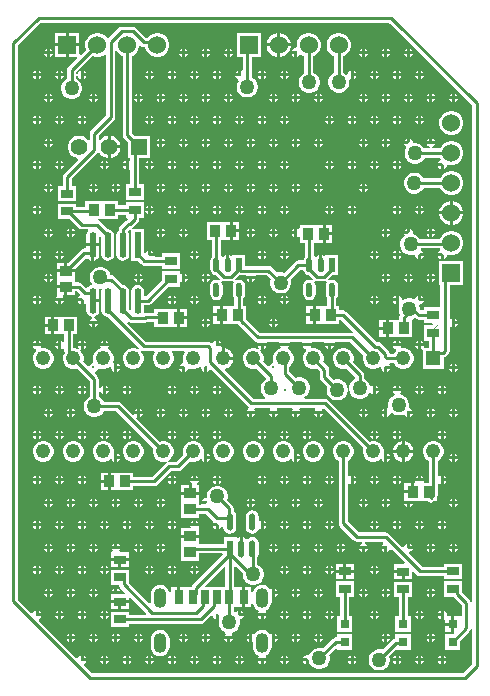
<source format=gbr>
G04*
G04 #@! TF.GenerationSoftware,Altium Limited,Altium Designer,25.3.3 (18)*
G04*
G04 Layer_Physical_Order=1*
G04 Layer_Color=255*
%FSLAX25Y25*%
%MOIN*%
G70*
G04*
G04 #@! TF.SameCoordinates,2E22F27B-A00B-49EA-A22F-E70647FCC6C8*
G04*
G04*
G04 #@! TF.FilePolarity,Positive*
G04*
G01*
G75*
%ADD15C,0.01000*%
%ADD17R,0.03543X0.03937*%
%ADD18R,0.03937X0.03150*%
%ADD19R,0.02292X0.08540*%
G04:AMPARAMS|DCode=20|XSize=85.4mil|YSize=22.92mil|CornerRadius=11.46mil|HoleSize=0mil|Usage=FLASHONLY|Rotation=270.000|XOffset=0mil|YOffset=0mil|HoleType=Round|Shape=RoundedRectangle|*
%AMROUNDEDRECTD20*
21,1,0.08540,0.00000,0,0,270.0*
21,1,0.06248,0.02292,0,0,270.0*
1,1,0.02292,0.00000,-0.03124*
1,1,0.02292,0.00000,0.03124*
1,1,0.02292,0.00000,0.03124*
1,1,0.02292,0.00000,-0.03124*
%
%ADD20ROUNDEDRECTD20*%
G04:AMPARAMS|DCode=21|XSize=47.45mil|YSize=20.95mil|CornerRadius=10.48mil|HoleSize=0mil|Usage=FLASHONLY|Rotation=270.000|XOffset=0mil|YOffset=0mil|HoleType=Round|Shape=RoundedRectangle|*
%AMROUNDEDRECTD21*
21,1,0.04745,0.00000,0,0,270.0*
21,1,0.02650,0.02095,0,0,270.0*
1,1,0.02095,0.00000,-0.01325*
1,1,0.02095,0.00000,0.01325*
1,1,0.02095,0.00000,0.01325*
1,1,0.02095,0.00000,-0.01325*
%
%ADD21ROUNDEDRECTD21*%
%ADD22R,0.02095X0.04745*%
%ADD23R,0.03150X0.03150*%
%ADD24R,0.03937X0.03543*%
%ADD25R,0.02756X0.04724*%
%ADD26R,0.02992X0.04724*%
%ADD27R,0.03150X0.04724*%
G04:AMPARAMS|DCode=28|XSize=57.31mil|YSize=22.43mil|CornerRadius=11.22mil|HoleSize=0mil|Usage=FLASHONLY|Rotation=90.000|XOffset=0mil|YOffset=0mil|HoleType=Round|Shape=RoundedRectangle|*
%AMROUNDEDRECTD28*
21,1,0.05731,0.00000,0,0,90.0*
21,1,0.03488,0.02243,0,0,90.0*
1,1,0.02243,0.00000,0.01744*
1,1,0.02243,0.00000,-0.01744*
1,1,0.02243,0.00000,-0.01744*
1,1,0.02243,0.00000,0.01744*
%
%ADD28ROUNDEDRECTD28*%
%ADD29R,0.02243X0.05731*%
%ADD33C,0.06000*%
%ADD34R,0.06000X0.06000*%
%ADD37C,0.05512*%
%ADD38R,0.05512X0.05512*%
%ADD39R,0.06000X0.06000*%
G04:AMPARAMS|DCode=40|XSize=43.31mil|YSize=66.93mil|CornerRadius=21.65mil|HoleSize=0mil|Usage=FLASHONLY|Rotation=0.000|XOffset=0mil|YOffset=0mil|HoleType=Round|Shape=RoundedRectangle|*
%AMROUNDEDRECTD40*
21,1,0.04331,0.02362,0,0,0.0*
21,1,0.00000,0.06693,0,0,0.0*
1,1,0.04331,0.00000,-0.01181*
1,1,0.04331,0.00000,-0.01181*
1,1,0.04331,0.00000,0.01181*
1,1,0.04331,0.00000,0.01181*
%
%ADD40ROUNDEDRECTD40*%
%ADD43C,0.00000*%
%ADD44R,0.04894X0.04894*%
%ADD45C,0.04894*%
%ADD46C,0.01000*%
%ADD47C,0.05000*%
G36*
X339971Y289866D02*
Y124439D01*
X339471Y124390D01*
X339413Y124680D01*
X339081Y125176D01*
X336469Y127789D01*
Y131169D01*
X330532D01*
Y126020D01*
X333912D01*
X336471Y123461D01*
Y119779D01*
X336075Y119528D01*
X334000D01*
Y116953D01*
Y114060D01*
X334070Y113901D01*
X333847Y113622D01*
X330925D01*
Y108472D01*
X336075D01*
Y111459D01*
X339081Y114466D01*
X339413Y114962D01*
X339471Y115252D01*
X339971Y115202D01*
Y103633D01*
X336866Y100529D01*
X213134D01*
X210585Y103078D01*
X210703Y103667D01*
X210850Y103728D01*
X211272Y104150D01*
X211417Y104500D01*
X210000D01*
Y105000D01*
X209500D01*
Y106416D01*
X209150Y106272D01*
X208728Y105850D01*
X208667Y105703D01*
X208078Y105585D01*
X195585Y118078D01*
X195703Y118667D01*
X195850Y118728D01*
X196272Y119150D01*
X196416Y119500D01*
X195000D01*
Y120000D01*
X194500D01*
Y121416D01*
X194150Y121272D01*
X193728Y120850D01*
X193667Y120703D01*
X193078Y120585D01*
X188529Y125134D01*
X188529Y309866D01*
X196133Y317471D01*
X312367Y317471D01*
X339971Y289866D01*
D02*
G37*
%LPC*%
G36*
X226864Y316029D02*
X223136D01*
X222551Y315913D01*
X222055Y315581D01*
X218758Y312285D01*
X218262Y312350D01*
X218201Y312456D01*
X217456Y313201D01*
X216544Y313727D01*
X215527Y314000D01*
X214473D01*
X213456Y313727D01*
X212544Y313201D01*
X211799Y312456D01*
X211273Y311544D01*
X211000Y310527D01*
Y309473D01*
X211273Y308456D01*
X211280Y308443D01*
X209462Y306625D01*
X209000Y306816D01*
Y309500D01*
X205500D01*
Y306000D01*
X208184D01*
X208375Y305538D01*
X205419Y302581D01*
X205087Y302085D01*
X204971Y301500D01*
Y298658D01*
X204351Y298301D01*
X203699Y297649D01*
X203239Y296851D01*
X203000Y295961D01*
Y295039D01*
X203239Y294149D01*
X203699Y293351D01*
X204351Y292699D01*
X205149Y292238D01*
X206039Y292000D01*
X206961D01*
X207851Y292238D01*
X208649Y292699D01*
X209301Y293351D01*
X209762Y294149D01*
X210000Y295039D01*
Y295961D01*
X209762Y296851D01*
X209301Y297649D01*
X208649Y298301D01*
X208029Y298658D01*
Y299631D01*
X208500Y299702D01*
X208728Y299150D01*
X209150Y298728D01*
X209500Y298584D01*
Y300000D01*
Y301416D01*
X209150Y301272D01*
X208728Y300850D01*
X208500Y300298D01*
X208029Y300369D01*
Y300867D01*
X213443Y306280D01*
X213456Y306273D01*
X214473Y306000D01*
X215527D01*
X216544Y306273D01*
X217456Y306799D01*
X217509Y306852D01*
X217971Y306661D01*
Y286565D01*
X212919Y281513D01*
X212587Y281017D01*
X212471Y280432D01*
Y278431D01*
X212232Y278367D01*
X211971Y278341D01*
X211306Y279006D01*
X210450Y279500D01*
X209494Y279756D01*
X208506D01*
X207550Y279500D01*
X206694Y279006D01*
X205995Y278306D01*
X205500Y277450D01*
X205244Y276495D01*
Y275505D01*
X205500Y274550D01*
X205995Y273694D01*
X206694Y272994D01*
X207550Y272500D01*
X208417Y272268D01*
X208653Y271798D01*
X203919Y267063D01*
X203587Y266566D01*
X203471Y265981D01*
Y263028D01*
X202031D01*
Y257878D01*
X207968D01*
Y263028D01*
X206529D01*
Y265348D01*
X215081Y273900D01*
X215198Y274074D01*
X215786Y274055D01*
X215995Y273694D01*
X216694Y272994D01*
X217550Y272500D01*
X218500Y272246D01*
Y276000D01*
Y279754D01*
X217550Y279500D01*
X216694Y279006D01*
X216029Y278341D01*
X215768Y278367D01*
X215529Y278431D01*
Y279799D01*
X220581Y284851D01*
X220913Y285347D01*
X221029Y285932D01*
Y307877D01*
X221529Y308011D01*
X221799Y307544D01*
X222544Y306799D01*
X223456Y306273D01*
X223471Y306269D01*
Y280000D01*
X223587Y279415D01*
X223919Y278919D01*
X225244Y277593D01*
Y272244D01*
X225971D01*
Y271763D01*
X225500Y271448D01*
Y270000D01*
Y268552D01*
X225971Y268237D01*
Y263528D01*
X224532D01*
Y258378D01*
X230469D01*
Y263528D01*
X229029D01*
Y272244D01*
X232756D01*
Y279756D01*
X227407D01*
X226529Y280633D01*
Y306269D01*
X226544Y306273D01*
X227456Y306799D01*
X228201Y307544D01*
X228727Y308456D01*
X229000Y309473D01*
Y309577D01*
X229500Y309728D01*
X229915Y309451D01*
X230500Y309335D01*
X231037D01*
X231273Y308456D01*
X231799Y307544D01*
X232544Y306799D01*
X233456Y306273D01*
X234473Y306000D01*
X235527D01*
X236544Y306273D01*
X237456Y306799D01*
X238201Y307544D01*
X238727Y308456D01*
X239000Y309473D01*
Y310527D01*
X238727Y311544D01*
X238201Y312456D01*
X237456Y313201D01*
X236544Y313727D01*
X235527Y314000D01*
X234473D01*
X233456Y313727D01*
X232544Y313201D01*
X231799Y312456D01*
X231763Y312393D01*
X231134D01*
X227945Y315581D01*
X227449Y315913D01*
X226864Y316029D01*
D02*
G37*
G36*
X276027Y314000D02*
X276000D01*
Y310500D01*
X279500D01*
Y310527D01*
X279227Y311544D01*
X278701Y312456D01*
X277956Y313201D01*
X277044Y313727D01*
X276027Y314000D01*
D02*
G37*
G36*
X209000D02*
X205500D01*
Y310500D01*
X209000D01*
Y314000D01*
D02*
G37*
G36*
X204500D02*
X201000D01*
Y310500D01*
X204500D01*
Y314000D01*
D02*
G37*
G36*
X275000D02*
X274973D01*
X273956Y313727D01*
X273044Y313201D01*
X272299Y312456D01*
X271773Y311544D01*
X271500Y310527D01*
Y310500D01*
X275000D01*
Y314000D01*
D02*
G37*
G36*
X319250Y308916D02*
Y308000D01*
X320166D01*
X320022Y308350D01*
X319600Y308772D01*
X319250Y308916D01*
D02*
G37*
G36*
X318250D02*
X317900Y308772D01*
X317478Y308350D01*
X317334Y308000D01*
X318250D01*
Y308916D01*
D02*
G37*
G36*
X311750D02*
Y308000D01*
X312667D01*
X312522Y308350D01*
X312100Y308772D01*
X311750Y308916D01*
D02*
G37*
G36*
X310750D02*
X310400Y308772D01*
X309978Y308350D01*
X309834Y308000D01*
X310750D01*
Y308916D01*
D02*
G37*
G36*
X304250D02*
Y308000D01*
X305167D01*
X305022Y308350D01*
X304600Y308772D01*
X304250Y308916D01*
D02*
G37*
G36*
X303250D02*
X302900Y308772D01*
X302478Y308350D01*
X302333Y308000D01*
X303250D01*
Y308916D01*
D02*
G37*
G36*
X259250D02*
Y308000D01*
X260167D01*
X260022Y308350D01*
X259600Y308772D01*
X259250Y308916D01*
D02*
G37*
G36*
X258250D02*
X257900Y308772D01*
X257478Y308350D01*
X257333Y308000D01*
X258250D01*
Y308916D01*
D02*
G37*
G36*
X251750D02*
Y308000D01*
X252666D01*
X252522Y308350D01*
X252100Y308772D01*
X251750Y308916D01*
D02*
G37*
G36*
X250750D02*
X250400Y308772D01*
X249978Y308350D01*
X249833Y308000D01*
X250750D01*
Y308916D01*
D02*
G37*
G36*
X244250D02*
Y308000D01*
X245166D01*
X245022Y308350D01*
X244600Y308772D01*
X244250Y308916D01*
D02*
G37*
G36*
X243250D02*
X242900Y308772D01*
X242478Y308350D01*
X242334Y308000D01*
X243250D01*
Y308916D01*
D02*
G37*
G36*
X199250D02*
Y308000D01*
X200167D01*
X200022Y308350D01*
X199600Y308772D01*
X199250Y308916D01*
D02*
G37*
G36*
X198250D02*
X197900Y308772D01*
X197478Y308350D01*
X197334Y308000D01*
X198250D01*
Y308916D01*
D02*
G37*
G36*
X320166Y307000D02*
X319250D01*
Y306083D01*
X319600Y306228D01*
X320022Y306650D01*
X320166Y307000D01*
D02*
G37*
G36*
X318250D02*
X317334D01*
X317478Y306650D01*
X317900Y306228D01*
X318250Y306083D01*
Y307000D01*
D02*
G37*
G36*
X312667D02*
X311750D01*
Y306083D01*
X312100Y306228D01*
X312522Y306650D01*
X312667Y307000D01*
D02*
G37*
G36*
X310750D02*
X309834D01*
X309978Y306650D01*
X310400Y306228D01*
X310750Y306083D01*
Y307000D01*
D02*
G37*
G36*
X305167D02*
X304250D01*
Y306083D01*
X304600Y306228D01*
X305022Y306650D01*
X305167Y307000D01*
D02*
G37*
G36*
X303250D02*
X302333D01*
X302478Y306650D01*
X302900Y306228D01*
X303250Y306083D01*
Y307000D01*
D02*
G37*
G36*
X280750D02*
X279834D01*
X279978Y306650D01*
X280400Y306228D01*
X280750Y306083D01*
Y307000D01*
D02*
G37*
G36*
X260167D02*
X259250D01*
Y306083D01*
X259600Y306228D01*
X260022Y306650D01*
X260167Y307000D01*
D02*
G37*
G36*
X258250D02*
X257333D01*
X257478Y306650D01*
X257900Y306228D01*
X258250Y306083D01*
Y307000D01*
D02*
G37*
G36*
X252666D02*
X251750D01*
Y306083D01*
X252100Y306228D01*
X252522Y306650D01*
X252666Y307000D01*
D02*
G37*
G36*
X250750D02*
X249833D01*
X249978Y306650D01*
X250400Y306228D01*
X250750Y306083D01*
Y307000D01*
D02*
G37*
G36*
X245166D02*
X244250D01*
Y306083D01*
X244600Y306228D01*
X245022Y306650D01*
X245166Y307000D01*
D02*
G37*
G36*
X243250D02*
X242334D01*
X242478Y306650D01*
X242900Y306228D01*
X243250Y306083D01*
Y307000D01*
D02*
G37*
G36*
X200167D02*
X199250D01*
Y306083D01*
X199600Y306228D01*
X200022Y306650D01*
X200167Y307000D01*
D02*
G37*
G36*
X198250D02*
X197334D01*
X197478Y306650D01*
X197900Y306228D01*
X198250Y306083D01*
Y307000D01*
D02*
G37*
G36*
X279500Y309500D02*
X276000D01*
Y306000D01*
X276027D01*
X277044Y306273D01*
X277956Y306799D01*
X278701Y307544D01*
X279227Y308456D01*
X279500Y309473D01*
Y309500D01*
D02*
G37*
G36*
X275000D02*
X271500D01*
Y309473D01*
X271773Y308456D01*
X272299Y307544D01*
X273044Y306799D01*
X273956Y306273D01*
X274973Y306000D01*
X275000D01*
Y309500D01*
D02*
G37*
G36*
X204500D02*
X201000D01*
Y306000D01*
X204500D01*
Y309500D01*
D02*
G37*
G36*
X323000Y301416D02*
Y300500D01*
X323917D01*
X323772Y300850D01*
X323350Y301272D01*
X323000Y301416D01*
D02*
G37*
G36*
X322000D02*
X321650Y301272D01*
X321228Y300850D01*
X321083Y300500D01*
X322000D01*
Y301416D01*
D02*
G37*
G36*
X315500D02*
Y300500D01*
X316417D01*
X316272Y300850D01*
X315850Y301272D01*
X315500Y301416D01*
D02*
G37*
G36*
X314500D02*
X314150Y301272D01*
X313728Y300850D01*
X313583Y300500D01*
X314500D01*
Y301416D01*
D02*
G37*
G36*
X308000D02*
Y300500D01*
X308916D01*
X308772Y300850D01*
X308350Y301272D01*
X308000Y301416D01*
D02*
G37*
G36*
X307000D02*
X306650Y301272D01*
X306228Y300850D01*
X306083Y300500D01*
X307000D01*
Y301416D01*
D02*
G37*
G36*
X300500D02*
Y300500D01*
X301416D01*
X301272Y300850D01*
X300850Y301272D01*
X300500Y301416D01*
D02*
G37*
G36*
X278000D02*
Y300500D01*
X278917D01*
X278772Y300850D01*
X278350Y301272D01*
X278000Y301416D01*
D02*
G37*
G36*
X277000D02*
X276650Y301272D01*
X276228Y300850D01*
X276083Y300500D01*
X277000D01*
Y301416D01*
D02*
G37*
G36*
X270500D02*
Y300500D01*
X271416D01*
X271272Y300850D01*
X270850Y301272D01*
X270500Y301416D01*
D02*
G37*
G36*
X269500D02*
X269150Y301272D01*
X268728Y300850D01*
X268583Y300500D01*
X269500D01*
Y301416D01*
D02*
G37*
G36*
X262000D02*
X261650Y301272D01*
X261228Y300850D01*
X261084Y300500D01*
X262000D01*
Y301416D01*
D02*
G37*
G36*
X255500D02*
Y300500D01*
X256417D01*
X256272Y300850D01*
X255850Y301272D01*
X255500Y301416D01*
D02*
G37*
G36*
X254500D02*
X254150Y301272D01*
X253728Y300850D01*
X253584Y300500D01*
X254500D01*
Y301416D01*
D02*
G37*
G36*
X248000D02*
Y300500D01*
X248917D01*
X248772Y300850D01*
X248350Y301272D01*
X248000Y301416D01*
D02*
G37*
G36*
X247000D02*
X246650Y301272D01*
X246228Y300850D01*
X246083Y300500D01*
X247000D01*
Y301416D01*
D02*
G37*
G36*
X240500D02*
Y300500D01*
X241417D01*
X241272Y300850D01*
X240850Y301272D01*
X240500Y301416D01*
D02*
G37*
G36*
X239500D02*
X239150Y301272D01*
X238728Y300850D01*
X238583Y300500D01*
X239500D01*
Y301416D01*
D02*
G37*
G36*
X233000D02*
Y300500D01*
X233916D01*
X233772Y300850D01*
X233350Y301272D01*
X233000Y301416D01*
D02*
G37*
G36*
X232000D02*
X231650Y301272D01*
X231228Y300850D01*
X231083Y300500D01*
X232000D01*
Y301416D01*
D02*
G37*
G36*
X210500D02*
Y300500D01*
X211417D01*
X211272Y300850D01*
X210850Y301272D01*
X210500Y301416D01*
D02*
G37*
G36*
X203000D02*
Y300500D01*
X203917D01*
X203772Y300850D01*
X203350Y301272D01*
X203000Y301416D01*
D02*
G37*
G36*
X202000D02*
X201650Y301272D01*
X201228Y300850D01*
X201083Y300500D01*
X202000D01*
Y301416D01*
D02*
G37*
G36*
X195500D02*
Y300500D01*
X196416D01*
X196272Y300850D01*
X195850Y301272D01*
X195500Y301416D01*
D02*
G37*
G36*
X194500D02*
X194150Y301272D01*
X193728Y300850D01*
X193584Y300500D01*
X194500D01*
Y301416D01*
D02*
G37*
G36*
X323917Y299500D02*
X323000D01*
Y298584D01*
X323350Y298728D01*
X323772Y299150D01*
X323917Y299500D01*
D02*
G37*
G36*
X322000D02*
X321083D01*
X321228Y299150D01*
X321650Y298728D01*
X322000Y298584D01*
Y299500D01*
D02*
G37*
G36*
X316417D02*
X315500D01*
Y298584D01*
X315850Y298728D01*
X316272Y299150D01*
X316417Y299500D01*
D02*
G37*
G36*
X314500D02*
X313583D01*
X313728Y299150D01*
X314150Y298728D01*
X314500Y298584D01*
Y299500D01*
D02*
G37*
G36*
X308916D02*
X308000D01*
Y298584D01*
X308350Y298728D01*
X308772Y299150D01*
X308916Y299500D01*
D02*
G37*
G36*
X307000D02*
X306083D01*
X306228Y299150D01*
X306650Y298728D01*
X307000Y298584D01*
Y299500D01*
D02*
G37*
G36*
X301416D02*
X300500D01*
Y298584D01*
X300850Y298728D01*
X301272Y299150D01*
X301416Y299500D01*
D02*
G37*
G36*
X296027Y314000D02*
X294973D01*
X293956Y313727D01*
X293044Y313201D01*
X292299Y312456D01*
X291773Y311544D01*
X291500Y310527D01*
Y309473D01*
X291773Y308456D01*
X292299Y307544D01*
X293044Y306799D01*
X293956Y306273D01*
X293971Y306269D01*
Y300761D01*
X293389Y300425D01*
X292738Y299774D01*
X292277Y298976D01*
X292038Y298085D01*
Y297164D01*
X292277Y296274D01*
X292738Y295476D01*
X293389Y294824D01*
X294187Y294363D01*
X295078Y294125D01*
X295999D01*
X296889Y294363D01*
X297688Y294824D01*
X298339Y295476D01*
X298800Y296274D01*
X299039Y297164D01*
Y298085D01*
X298994Y298252D01*
X299413Y298620D01*
X299500Y298584D01*
Y300000D01*
Y301416D01*
X299150Y301272D01*
X298728Y300850D01*
X298500Y300298D01*
X298000Y300113D01*
X297688Y300425D01*
X297029Y300805D01*
Y306269D01*
X297044Y306273D01*
X297956Y306799D01*
X298701Y307544D01*
X299227Y308456D01*
X299500Y309473D01*
Y310527D01*
X299227Y311544D01*
X298701Y312456D01*
X297956Y313201D01*
X297044Y313727D01*
X296027Y314000D01*
D02*
G37*
G36*
X278917Y299500D02*
X278000D01*
Y298584D01*
X278350Y298728D01*
X278772Y299150D01*
X278917Y299500D01*
D02*
G37*
G36*
X277000D02*
X276083D01*
X276228Y299150D01*
X276650Y298728D01*
X277000Y298584D01*
Y299500D01*
D02*
G37*
G36*
X271416D02*
X270500D01*
Y298584D01*
X270850Y298728D01*
X271272Y299150D01*
X271416Y299500D01*
D02*
G37*
G36*
X269500D02*
X268583D01*
X268728Y299150D01*
X269150Y298728D01*
X269500Y298584D01*
Y299500D01*
D02*
G37*
G36*
X256417D02*
X255500D01*
Y298584D01*
X255850Y298728D01*
X256272Y299150D01*
X256417Y299500D01*
D02*
G37*
G36*
X254500D02*
X253584D01*
X253728Y299150D01*
X254150Y298728D01*
X254500Y298584D01*
Y299500D01*
D02*
G37*
G36*
X248917D02*
X248000D01*
Y298584D01*
X248350Y298728D01*
X248772Y299150D01*
X248917Y299500D01*
D02*
G37*
G36*
X247000D02*
X246083D01*
X246228Y299150D01*
X246650Y298728D01*
X247000Y298584D01*
Y299500D01*
D02*
G37*
G36*
X241417D02*
X240500D01*
Y298584D01*
X240850Y298728D01*
X241272Y299150D01*
X241417Y299500D01*
D02*
G37*
G36*
X239500D02*
X238583D01*
X238728Y299150D01*
X239150Y298728D01*
X239500Y298584D01*
Y299500D01*
D02*
G37*
G36*
X233916D02*
X233000D01*
Y298584D01*
X233350Y298728D01*
X233772Y299150D01*
X233916Y299500D01*
D02*
G37*
G36*
X232000D02*
X231083D01*
X231228Y299150D01*
X231650Y298728D01*
X232000Y298584D01*
Y299500D01*
D02*
G37*
G36*
X211417D02*
X210500D01*
Y298584D01*
X210850Y298728D01*
X211272Y299150D01*
X211417Y299500D01*
D02*
G37*
G36*
X203917D02*
X203000D01*
Y298584D01*
X203350Y298728D01*
X203772Y299150D01*
X203917Y299500D01*
D02*
G37*
G36*
X202000D02*
X201083D01*
X201228Y299150D01*
X201650Y298728D01*
X202000Y298584D01*
Y299500D01*
D02*
G37*
G36*
X196416D02*
X195500D01*
Y298584D01*
X195850Y298728D01*
X196272Y299150D01*
X196416Y299500D01*
D02*
G37*
G36*
X194500D02*
X193584D01*
X193728Y299150D01*
X194150Y298728D01*
X194500Y298584D01*
Y299500D01*
D02*
G37*
G36*
X286027Y314000D02*
X284973D01*
X283956Y313727D01*
X283044Y313201D01*
X282299Y312456D01*
X281773Y311544D01*
X281500Y310527D01*
Y309473D01*
X281109Y309000D01*
X280952D01*
X280400Y308772D01*
X279978Y308350D01*
X279834Y308000D01*
X281250D01*
Y307500D01*
X281750D01*
Y306083D01*
X282100Y306228D01*
X282522Y306650D01*
X282546Y306709D01*
X282855Y306771D01*
X283109Y306762D01*
X283956Y306273D01*
X283971Y306269D01*
Y300596D01*
X283520Y300336D01*
X282868Y299684D01*
X282408Y298886D01*
X282169Y297996D01*
Y297074D01*
X282408Y296184D01*
X282868Y295386D01*
X283520Y294734D01*
X284318Y294273D01*
X285208Y294035D01*
X286130D01*
X287020Y294273D01*
X287818Y294734D01*
X288470Y295386D01*
X288931Y296184D01*
X289169Y297074D01*
Y297996D01*
X288931Y298886D01*
X288470Y299684D01*
X287818Y300336D01*
X287029Y300791D01*
Y306269D01*
X287044Y306273D01*
X287956Y306799D01*
X288701Y307544D01*
X289227Y308456D01*
X289500Y309473D01*
Y310527D01*
X289227Y311544D01*
X288701Y312456D01*
X287956Y313201D01*
X287044Y313727D01*
X286027Y314000D01*
D02*
G37*
G36*
X334250Y293917D02*
Y293000D01*
X335167D01*
X335022Y293350D01*
X334600Y293772D01*
X334250Y293917D01*
D02*
G37*
G36*
X333250D02*
X332900Y293772D01*
X332478Y293350D01*
X332333Y293000D01*
X333250D01*
Y293917D01*
D02*
G37*
G36*
X326750D02*
Y293000D01*
X327666D01*
X327522Y293350D01*
X327100Y293772D01*
X326750Y293917D01*
D02*
G37*
G36*
X325750D02*
X325400Y293772D01*
X324978Y293350D01*
X324833Y293000D01*
X325750D01*
Y293917D01*
D02*
G37*
G36*
X319250D02*
Y293000D01*
X320166D01*
X320022Y293350D01*
X319600Y293772D01*
X319250Y293917D01*
D02*
G37*
G36*
X318250D02*
X317900Y293772D01*
X317478Y293350D01*
X317334Y293000D01*
X318250D01*
Y293917D01*
D02*
G37*
G36*
X311750D02*
Y293000D01*
X312667D01*
X312522Y293350D01*
X312100Y293772D01*
X311750Y293917D01*
D02*
G37*
G36*
X310750D02*
X310400Y293772D01*
X309978Y293350D01*
X309834Y293000D01*
X310750D01*
Y293917D01*
D02*
G37*
G36*
X304250D02*
Y293000D01*
X305167D01*
X305022Y293350D01*
X304600Y293772D01*
X304250Y293917D01*
D02*
G37*
G36*
X303250D02*
X302900Y293772D01*
X302478Y293350D01*
X302333Y293000D01*
X303250D01*
Y293917D01*
D02*
G37*
G36*
X289250D02*
Y293000D01*
X290166D01*
X290022Y293350D01*
X289600Y293772D01*
X289250Y293917D01*
D02*
G37*
G36*
X288250D02*
X287900Y293772D01*
X287478Y293350D01*
X287333Y293000D01*
X288250D01*
Y293917D01*
D02*
G37*
G36*
X281750D02*
Y293000D01*
X282666D01*
X282522Y293350D01*
X282100Y293772D01*
X281750Y293917D01*
D02*
G37*
G36*
X280750D02*
X280400Y293772D01*
X279978Y293350D01*
X279834Y293000D01*
X280750D01*
Y293917D01*
D02*
G37*
G36*
X274250D02*
Y293000D01*
X275167D01*
X275022Y293350D01*
X274600Y293772D01*
X274250Y293917D01*
D02*
G37*
G36*
X273250D02*
X272900Y293772D01*
X272478Y293350D01*
X272334Y293000D01*
X273250D01*
Y293917D01*
D02*
G37*
G36*
X259250D02*
Y293000D01*
X260167D01*
X260022Y293350D01*
X259600Y293772D01*
X259250Y293917D01*
D02*
G37*
G36*
X258250D02*
X257900Y293772D01*
X257478Y293350D01*
X257333Y293000D01*
X258250D01*
Y293917D01*
D02*
G37*
G36*
X251750D02*
Y293000D01*
X252666D01*
X252522Y293350D01*
X252100Y293772D01*
X251750Y293917D01*
D02*
G37*
G36*
X250750D02*
X250400Y293772D01*
X249978Y293350D01*
X249833Y293000D01*
X250750D01*
Y293917D01*
D02*
G37*
G36*
X244250D02*
Y293000D01*
X245166D01*
X245022Y293350D01*
X244600Y293772D01*
X244250Y293917D01*
D02*
G37*
G36*
X243250D02*
X242900Y293772D01*
X242478Y293350D01*
X242334Y293000D01*
X243250D01*
Y293917D01*
D02*
G37*
G36*
X236750D02*
Y293000D01*
X237667D01*
X237522Y293350D01*
X237100Y293772D01*
X236750Y293917D01*
D02*
G37*
G36*
X235750D02*
X235400Y293772D01*
X234978Y293350D01*
X234834Y293000D01*
X235750D01*
Y293917D01*
D02*
G37*
G36*
X229250D02*
Y293000D01*
X230167D01*
X230022Y293350D01*
X229600Y293772D01*
X229250Y293917D01*
D02*
G37*
G36*
X228250D02*
X227900Y293772D01*
X227478Y293350D01*
X227333Y293000D01*
X228250D01*
Y293917D01*
D02*
G37*
G36*
X214250D02*
Y293000D01*
X215166D01*
X215022Y293350D01*
X214600Y293772D01*
X214250Y293917D01*
D02*
G37*
G36*
X213250D02*
X212900Y293772D01*
X212478Y293350D01*
X212333Y293000D01*
X213250D01*
Y293917D01*
D02*
G37*
G36*
X199250D02*
Y293000D01*
X200167D01*
X200022Y293350D01*
X199600Y293772D01*
X199250Y293917D01*
D02*
G37*
G36*
X198250D02*
X197900Y293772D01*
X197478Y293350D01*
X197334Y293000D01*
X198250D01*
Y293917D01*
D02*
G37*
G36*
X269500Y314000D02*
X261500D01*
Y306000D01*
X263471D01*
Y301763D01*
X263000Y301448D01*
Y300000D01*
X262500D01*
Y299500D01*
X261084D01*
X261228Y299150D01*
X261650Y298728D01*
X261948Y298605D01*
X262038Y298442D01*
X262133Y298047D01*
X262130Y298029D01*
X261738Y297351D01*
X261500Y296461D01*
Y295539D01*
X261738Y294649D01*
X262199Y293851D01*
X262851Y293199D01*
X263649Y292739D01*
X264539Y292500D01*
X265461D01*
X266351Y292739D01*
X267149Y293199D01*
X267801Y293851D01*
X268262Y294649D01*
X268500Y295539D01*
Y296461D01*
X268262Y297351D01*
X267801Y298149D01*
X267149Y298801D01*
X266529Y299159D01*
Y306000D01*
X269500D01*
Y314000D01*
D02*
G37*
G36*
X335167Y292000D02*
X334250D01*
Y291084D01*
X334600Y291228D01*
X335022Y291650D01*
X335167Y292000D01*
D02*
G37*
G36*
X333250D02*
X332333D01*
X332478Y291650D01*
X332900Y291228D01*
X333250Y291084D01*
Y292000D01*
D02*
G37*
G36*
X327666D02*
X326750D01*
Y291084D01*
X327100Y291228D01*
X327522Y291650D01*
X327666Y292000D01*
D02*
G37*
G36*
X325750D02*
X324833D01*
X324978Y291650D01*
X325400Y291228D01*
X325750Y291084D01*
Y292000D01*
D02*
G37*
G36*
X320166D02*
X319250D01*
Y291084D01*
X319600Y291228D01*
X320022Y291650D01*
X320166Y292000D01*
D02*
G37*
G36*
X318250D02*
X317334D01*
X317478Y291650D01*
X317900Y291228D01*
X318250Y291084D01*
Y292000D01*
D02*
G37*
G36*
X312667D02*
X311750D01*
Y291084D01*
X312100Y291228D01*
X312522Y291650D01*
X312667Y292000D01*
D02*
G37*
G36*
X310750D02*
X309834D01*
X309978Y291650D01*
X310400Y291228D01*
X310750Y291084D01*
Y292000D01*
D02*
G37*
G36*
X305167D02*
X304250D01*
Y291084D01*
X304600Y291228D01*
X305022Y291650D01*
X305167Y292000D01*
D02*
G37*
G36*
X303250D02*
X302333D01*
X302478Y291650D01*
X302900Y291228D01*
X303250Y291084D01*
Y292000D01*
D02*
G37*
G36*
X290166D02*
X289250D01*
Y291084D01*
X289600Y291228D01*
X290022Y291650D01*
X290166Y292000D01*
D02*
G37*
G36*
X288250D02*
X287333D01*
X287478Y291650D01*
X287900Y291228D01*
X288250Y291084D01*
Y292000D01*
D02*
G37*
G36*
X282666D02*
X281750D01*
Y291084D01*
X282100Y291228D01*
X282522Y291650D01*
X282666Y292000D01*
D02*
G37*
G36*
X280750D02*
X279834D01*
X279978Y291650D01*
X280400Y291228D01*
X280750Y291084D01*
Y292000D01*
D02*
G37*
G36*
X275167D02*
X274250D01*
Y291084D01*
X274600Y291228D01*
X275022Y291650D01*
X275167Y292000D01*
D02*
G37*
G36*
X273250D02*
X272334D01*
X272478Y291650D01*
X272900Y291228D01*
X273250Y291084D01*
Y292000D01*
D02*
G37*
G36*
X260167D02*
X259250D01*
Y291084D01*
X259600Y291228D01*
X260022Y291650D01*
X260167Y292000D01*
D02*
G37*
G36*
X258250D02*
X257333D01*
X257478Y291650D01*
X257900Y291228D01*
X258250Y291084D01*
Y292000D01*
D02*
G37*
G36*
X252666D02*
X251750D01*
Y291084D01*
X252100Y291228D01*
X252522Y291650D01*
X252666Y292000D01*
D02*
G37*
G36*
X250750D02*
X249833D01*
X249978Y291650D01*
X250400Y291228D01*
X250750Y291084D01*
Y292000D01*
D02*
G37*
G36*
X245166D02*
X244250D01*
Y291084D01*
X244600Y291228D01*
X245022Y291650D01*
X245166Y292000D01*
D02*
G37*
G36*
X243250D02*
X242334D01*
X242478Y291650D01*
X242900Y291228D01*
X243250Y291084D01*
Y292000D01*
D02*
G37*
G36*
X237667D02*
X236750D01*
Y291084D01*
X237100Y291228D01*
X237522Y291650D01*
X237667Y292000D01*
D02*
G37*
G36*
X235750D02*
X234834D01*
X234978Y291650D01*
X235400Y291228D01*
X235750Y291084D01*
Y292000D01*
D02*
G37*
G36*
X230167D02*
X229250D01*
Y291084D01*
X229600Y291228D01*
X230022Y291650D01*
X230167Y292000D01*
D02*
G37*
G36*
X228250D02*
X227333D01*
X227478Y291650D01*
X227900Y291228D01*
X228250Y291084D01*
Y292000D01*
D02*
G37*
G36*
X215166D02*
X214250D01*
Y291084D01*
X214600Y291228D01*
X215022Y291650D01*
X215166Y292000D01*
D02*
G37*
G36*
X213250D02*
X212333D01*
X212478Y291650D01*
X212900Y291228D01*
X213250Y291084D01*
Y292000D01*
D02*
G37*
G36*
X200167D02*
X199250D01*
Y291084D01*
X199600Y291228D01*
X200022Y291650D01*
X200167Y292000D01*
D02*
G37*
G36*
X198250D02*
X197334D01*
X197478Y291650D01*
X197900Y291228D01*
X198250Y291084D01*
Y292000D01*
D02*
G37*
G36*
X323000Y286417D02*
Y285500D01*
X323917D01*
X323772Y285850D01*
X323350Y286272D01*
X323000Y286417D01*
D02*
G37*
G36*
X322000D02*
X321650Y286272D01*
X321228Y285850D01*
X321083Y285500D01*
X322000D01*
Y286417D01*
D02*
G37*
G36*
X315500D02*
Y285500D01*
X316417D01*
X316272Y285850D01*
X315850Y286272D01*
X315500Y286417D01*
D02*
G37*
G36*
X314500D02*
X314150Y286272D01*
X313728Y285850D01*
X313583Y285500D01*
X314500D01*
Y286417D01*
D02*
G37*
G36*
X308000D02*
Y285500D01*
X308916D01*
X308772Y285850D01*
X308350Y286272D01*
X308000Y286417D01*
D02*
G37*
G36*
X307000D02*
X306650Y286272D01*
X306228Y285850D01*
X306083Y285500D01*
X307000D01*
Y286417D01*
D02*
G37*
G36*
X300500D02*
Y285500D01*
X301416D01*
X301272Y285850D01*
X300850Y286272D01*
X300500Y286417D01*
D02*
G37*
G36*
X299500D02*
X299150Y286272D01*
X298728Y285850D01*
X298584Y285500D01*
X299500D01*
Y286417D01*
D02*
G37*
G36*
X293000D02*
Y285500D01*
X293917D01*
X293772Y285850D01*
X293350Y286272D01*
X293000Y286417D01*
D02*
G37*
G36*
X292000D02*
X291650Y286272D01*
X291228Y285850D01*
X291084Y285500D01*
X292000D01*
Y286417D01*
D02*
G37*
G36*
X278000D02*
Y285500D01*
X278917D01*
X278772Y285850D01*
X278350Y286272D01*
X278000Y286417D01*
D02*
G37*
G36*
X277000D02*
X276650Y286272D01*
X276228Y285850D01*
X276083Y285500D01*
X277000D01*
Y286417D01*
D02*
G37*
G36*
X270500D02*
Y285500D01*
X271416D01*
X271272Y285850D01*
X270850Y286272D01*
X270500Y286417D01*
D02*
G37*
G36*
X269500D02*
X269150Y286272D01*
X268728Y285850D01*
X268583Y285500D01*
X269500D01*
Y286417D01*
D02*
G37*
G36*
X263000D02*
Y285500D01*
X263916D01*
X263772Y285850D01*
X263350Y286272D01*
X263000Y286417D01*
D02*
G37*
G36*
X262000D02*
X261650Y286272D01*
X261228Y285850D01*
X261084Y285500D01*
X262000D01*
Y286417D01*
D02*
G37*
G36*
X255500D02*
Y285500D01*
X256417D01*
X256272Y285850D01*
X255850Y286272D01*
X255500Y286417D01*
D02*
G37*
G36*
X254500D02*
X254150Y286272D01*
X253728Y285850D01*
X253584Y285500D01*
X254500D01*
Y286417D01*
D02*
G37*
G36*
X248000D02*
Y285500D01*
X248917D01*
X248772Y285850D01*
X248350Y286272D01*
X248000Y286417D01*
D02*
G37*
G36*
X247000D02*
X246650Y286272D01*
X246228Y285850D01*
X246083Y285500D01*
X247000D01*
Y286417D01*
D02*
G37*
G36*
X240500D02*
Y285500D01*
X241417D01*
X241272Y285850D01*
X240850Y286272D01*
X240500Y286417D01*
D02*
G37*
G36*
X239500D02*
X239150Y286272D01*
X238728Y285850D01*
X238583Y285500D01*
X239500D01*
Y286417D01*
D02*
G37*
G36*
X233000D02*
Y285500D01*
X233916D01*
X233772Y285850D01*
X233350Y286272D01*
X233000Y286417D01*
D02*
G37*
G36*
X232000D02*
X231650Y286272D01*
X231228Y285850D01*
X231083Y285500D01*
X232000D01*
Y286417D01*
D02*
G37*
G36*
X210500D02*
Y285500D01*
X211417D01*
X211272Y285850D01*
X210850Y286272D01*
X210500Y286417D01*
D02*
G37*
G36*
X209500D02*
X209150Y286272D01*
X208728Y285850D01*
X208583Y285500D01*
X209500D01*
Y286417D01*
D02*
G37*
G36*
X203000D02*
Y285500D01*
X203917D01*
X203772Y285850D01*
X203350Y286272D01*
X203000Y286417D01*
D02*
G37*
G36*
X202000D02*
X201650Y286272D01*
X201228Y285850D01*
X201083Y285500D01*
X202000D01*
Y286417D01*
D02*
G37*
G36*
X195500D02*
Y285500D01*
X196416D01*
X196272Y285850D01*
X195850Y286272D01*
X195500Y286417D01*
D02*
G37*
G36*
X194500D02*
X194150Y286272D01*
X193728Y285850D01*
X193584Y285500D01*
X194500D01*
Y286417D01*
D02*
G37*
G36*
X323917Y284500D02*
X323000D01*
Y283583D01*
X323350Y283728D01*
X323772Y284150D01*
X323917Y284500D01*
D02*
G37*
G36*
X322000D02*
X321083D01*
X321228Y284150D01*
X321650Y283728D01*
X322000Y283583D01*
Y284500D01*
D02*
G37*
G36*
X316417D02*
X315500D01*
Y283583D01*
X315850Y283728D01*
X316272Y284150D01*
X316417Y284500D01*
D02*
G37*
G36*
X314500D02*
X313583D01*
X313728Y284150D01*
X314150Y283728D01*
X314500Y283583D01*
Y284500D01*
D02*
G37*
G36*
X308916D02*
X308000D01*
Y283583D01*
X308350Y283728D01*
X308772Y284150D01*
X308916Y284500D01*
D02*
G37*
G36*
X307000D02*
X306083D01*
X306228Y284150D01*
X306650Y283728D01*
X307000Y283583D01*
Y284500D01*
D02*
G37*
G36*
X301416D02*
X300500D01*
Y283583D01*
X300850Y283728D01*
X301272Y284150D01*
X301416Y284500D01*
D02*
G37*
G36*
X299500D02*
X298584D01*
X298728Y284150D01*
X299150Y283728D01*
X299500Y283583D01*
Y284500D01*
D02*
G37*
G36*
X293917D02*
X293000D01*
Y283583D01*
X293350Y283728D01*
X293772Y284150D01*
X293917Y284500D01*
D02*
G37*
G36*
X292000D02*
X291084D01*
X291228Y284150D01*
X291650Y283728D01*
X292000Y283583D01*
Y284500D01*
D02*
G37*
G36*
X278917D02*
X278000D01*
Y283583D01*
X278350Y283728D01*
X278772Y284150D01*
X278917Y284500D01*
D02*
G37*
G36*
X277000D02*
X276083D01*
X276228Y284150D01*
X276650Y283728D01*
X277000Y283583D01*
Y284500D01*
D02*
G37*
G36*
X271416D02*
X270500D01*
Y283583D01*
X270850Y283728D01*
X271272Y284150D01*
X271416Y284500D01*
D02*
G37*
G36*
X269500D02*
X268583D01*
X268728Y284150D01*
X269150Y283728D01*
X269500Y283583D01*
Y284500D01*
D02*
G37*
G36*
X263916D02*
X263000D01*
Y283583D01*
X263350Y283728D01*
X263772Y284150D01*
X263916Y284500D01*
D02*
G37*
G36*
X262000D02*
X261084D01*
X261228Y284150D01*
X261650Y283728D01*
X262000Y283583D01*
Y284500D01*
D02*
G37*
G36*
X256417D02*
X255500D01*
Y283583D01*
X255850Y283728D01*
X256272Y284150D01*
X256417Y284500D01*
D02*
G37*
G36*
X254500D02*
X253584D01*
X253728Y284150D01*
X254150Y283728D01*
X254500Y283583D01*
Y284500D01*
D02*
G37*
G36*
X248917D02*
X248000D01*
Y283583D01*
X248350Y283728D01*
X248772Y284150D01*
X248917Y284500D01*
D02*
G37*
G36*
X247000D02*
X246083D01*
X246228Y284150D01*
X246650Y283728D01*
X247000Y283583D01*
Y284500D01*
D02*
G37*
G36*
X241417D02*
X240500D01*
Y283583D01*
X240850Y283728D01*
X241272Y284150D01*
X241417Y284500D01*
D02*
G37*
G36*
X239500D02*
X238583D01*
X238728Y284150D01*
X239150Y283728D01*
X239500Y283583D01*
Y284500D01*
D02*
G37*
G36*
X233916D02*
X233000D01*
Y283583D01*
X233350Y283728D01*
X233772Y284150D01*
X233916Y284500D01*
D02*
G37*
G36*
X232000D02*
X231083D01*
X231228Y284150D01*
X231650Y283728D01*
X232000Y283583D01*
Y284500D01*
D02*
G37*
G36*
X211417D02*
X210500D01*
Y283583D01*
X210850Y283728D01*
X211272Y284150D01*
X211417Y284500D01*
D02*
G37*
G36*
X209500D02*
X208583D01*
X208728Y284150D01*
X209150Y283728D01*
X209500Y283583D01*
Y284500D01*
D02*
G37*
G36*
X203917D02*
X203000D01*
Y283583D01*
X203350Y283728D01*
X203772Y284150D01*
X203917Y284500D01*
D02*
G37*
G36*
X202000D02*
X201083D01*
X201228Y284150D01*
X201650Y283728D01*
X202000Y283583D01*
Y284500D01*
D02*
G37*
G36*
X196416D02*
X195500D01*
Y283583D01*
X195850Y283728D01*
X196272Y284150D01*
X196416Y284500D01*
D02*
G37*
G36*
X194500D02*
X193584D01*
X193728Y284150D01*
X194150Y283728D01*
X194500Y283583D01*
Y284500D01*
D02*
G37*
G36*
X333527Y288000D02*
X332473D01*
X331456Y287727D01*
X330544Y287201D01*
X329799Y286456D01*
X329273Y285544D01*
X329000Y284527D01*
Y283473D01*
X329273Y282456D01*
X329799Y281544D01*
X330544Y280799D01*
X331456Y280273D01*
X332473Y280000D01*
X333527D01*
X334544Y280273D01*
X335456Y280799D01*
X336201Y281544D01*
X336727Y282456D01*
X337000Y283473D01*
Y284527D01*
X336727Y285544D01*
X336201Y286456D01*
X335456Y287201D01*
X334544Y287727D01*
X333527Y288000D01*
D02*
G37*
G36*
X326750Y278917D02*
Y278000D01*
X327666D01*
X327522Y278350D01*
X327100Y278772D01*
X326750Y278917D01*
D02*
G37*
G36*
X325750D02*
X325400Y278772D01*
X324978Y278350D01*
X324833Y278000D01*
X325750D01*
Y278917D01*
D02*
G37*
G36*
X318250D02*
X317900Y278772D01*
X317478Y278350D01*
X317334Y278000D01*
X318250D01*
Y278917D01*
D02*
G37*
G36*
X311750D02*
Y278000D01*
X312667D01*
X312522Y278350D01*
X312100Y278772D01*
X311750Y278917D01*
D02*
G37*
G36*
X310750D02*
X310400Y278772D01*
X309978Y278350D01*
X309834Y278000D01*
X310750D01*
Y278917D01*
D02*
G37*
G36*
X304250D02*
Y278000D01*
X305167D01*
X305022Y278350D01*
X304600Y278772D01*
X304250Y278917D01*
D02*
G37*
G36*
X303250D02*
X302900Y278772D01*
X302478Y278350D01*
X302333Y278000D01*
X303250D01*
Y278917D01*
D02*
G37*
G36*
X289250D02*
Y278000D01*
X290166D01*
X290022Y278350D01*
X289600Y278772D01*
X289250Y278917D01*
D02*
G37*
G36*
X288250D02*
X287900Y278772D01*
X287478Y278350D01*
X287333Y278000D01*
X288250D01*
Y278917D01*
D02*
G37*
G36*
X281750D02*
Y278000D01*
X282666D01*
X282522Y278350D01*
X282100Y278772D01*
X281750Y278917D01*
D02*
G37*
G36*
X280750D02*
X280400Y278772D01*
X279978Y278350D01*
X279834Y278000D01*
X280750D01*
Y278917D01*
D02*
G37*
G36*
X274250D02*
Y278000D01*
X275167D01*
X275022Y278350D01*
X274600Y278772D01*
X274250Y278917D01*
D02*
G37*
G36*
X273250D02*
X272900Y278772D01*
X272478Y278350D01*
X272334Y278000D01*
X273250D01*
Y278917D01*
D02*
G37*
G36*
X266750D02*
Y278000D01*
X267667D01*
X267522Y278350D01*
X267100Y278772D01*
X266750Y278917D01*
D02*
G37*
G36*
X265750D02*
X265400Y278772D01*
X264978Y278350D01*
X264833Y278000D01*
X265750D01*
Y278917D01*
D02*
G37*
G36*
X259250D02*
Y278000D01*
X260167D01*
X260022Y278350D01*
X259600Y278772D01*
X259250Y278917D01*
D02*
G37*
G36*
X258250D02*
X257900Y278772D01*
X257478Y278350D01*
X257333Y278000D01*
X258250D01*
Y278917D01*
D02*
G37*
G36*
X251750D02*
Y278000D01*
X252666D01*
X252522Y278350D01*
X252100Y278772D01*
X251750Y278917D01*
D02*
G37*
G36*
X250750D02*
X250400Y278772D01*
X249978Y278350D01*
X249833Y278000D01*
X250750D01*
Y278917D01*
D02*
G37*
G36*
X244250D02*
Y278000D01*
X245166D01*
X245022Y278350D01*
X244600Y278772D01*
X244250Y278917D01*
D02*
G37*
G36*
X243250D02*
X242900Y278772D01*
X242478Y278350D01*
X242334Y278000D01*
X243250D01*
Y278917D01*
D02*
G37*
G36*
X236750D02*
Y278000D01*
X237667D01*
X237522Y278350D01*
X237100Y278772D01*
X236750Y278917D01*
D02*
G37*
G36*
X235750D02*
X235400Y278772D01*
X234978Y278350D01*
X234834Y278000D01*
X235750D01*
Y278917D01*
D02*
G37*
G36*
X199250D02*
Y278000D01*
X200167D01*
X200022Y278350D01*
X199600Y278772D01*
X199250Y278917D01*
D02*
G37*
G36*
X198250D02*
X197900Y278772D01*
X197478Y278350D01*
X197334Y278000D01*
X198250D01*
Y278917D01*
D02*
G37*
G36*
X219500Y279754D02*
Y276500D01*
X222754D01*
X222500Y277450D01*
X222006Y278306D01*
X221306Y279006D01*
X220450Y279500D01*
X219500Y279754D01*
D02*
G37*
G36*
X312667Y277000D02*
X311750D01*
Y276083D01*
X312100Y276228D01*
X312522Y276650D01*
X312667Y277000D01*
D02*
G37*
G36*
X310750D02*
X309834D01*
X309978Y276650D01*
X310400Y276228D01*
X310750Y276083D01*
Y277000D01*
D02*
G37*
G36*
X305167D02*
X304250D01*
Y276083D01*
X304600Y276228D01*
X305022Y276650D01*
X305167Y277000D01*
D02*
G37*
G36*
X303250D02*
X302333D01*
X302478Y276650D01*
X302900Y276228D01*
X303250Y276083D01*
Y277000D01*
D02*
G37*
G36*
X290166D02*
X289250D01*
Y276083D01*
X289600Y276228D01*
X290022Y276650D01*
X290166Y277000D01*
D02*
G37*
G36*
X288250D02*
X287333D01*
X287478Y276650D01*
X287900Y276228D01*
X288250Y276083D01*
Y277000D01*
D02*
G37*
G36*
X282666D02*
X281750D01*
Y276083D01*
X282100Y276228D01*
X282522Y276650D01*
X282666Y277000D01*
D02*
G37*
G36*
X280750D02*
X279834D01*
X279978Y276650D01*
X280400Y276228D01*
X280750Y276083D01*
Y277000D01*
D02*
G37*
G36*
X275167D02*
X274250D01*
Y276083D01*
X274600Y276228D01*
X275022Y276650D01*
X275167Y277000D01*
D02*
G37*
G36*
X273250D02*
X272334D01*
X272478Y276650D01*
X272900Y276228D01*
X273250Y276083D01*
Y277000D01*
D02*
G37*
G36*
X267667D02*
X266750D01*
Y276083D01*
X267100Y276228D01*
X267522Y276650D01*
X267667Y277000D01*
D02*
G37*
G36*
X265750D02*
X264833D01*
X264978Y276650D01*
X265400Y276228D01*
X265750Y276083D01*
Y277000D01*
D02*
G37*
G36*
X260167D02*
X259250D01*
Y276083D01*
X259600Y276228D01*
X260022Y276650D01*
X260167Y277000D01*
D02*
G37*
G36*
X258250D02*
X257333D01*
X257478Y276650D01*
X257900Y276228D01*
X258250Y276083D01*
Y277000D01*
D02*
G37*
G36*
X252666D02*
X251750D01*
Y276083D01*
X252100Y276228D01*
X252522Y276650D01*
X252666Y277000D01*
D02*
G37*
G36*
X250750D02*
X249833D01*
X249978Y276650D01*
X250400Y276228D01*
X250750Y276083D01*
Y277000D01*
D02*
G37*
G36*
X245166D02*
X244250D01*
Y276083D01*
X244600Y276228D01*
X245022Y276650D01*
X245166Y277000D01*
D02*
G37*
G36*
X243250D02*
X242334D01*
X242478Y276650D01*
X242900Y276228D01*
X243250Y276083D01*
Y277000D01*
D02*
G37*
G36*
X237667D02*
X236750D01*
Y276083D01*
X237100Y276228D01*
X237522Y276650D01*
X237667Y277000D01*
D02*
G37*
G36*
X235750D02*
X234834D01*
X234978Y276650D01*
X235400Y276228D01*
X235750Y276083D01*
Y277000D01*
D02*
G37*
G36*
X200167D02*
X199250D01*
Y276083D01*
X199600Y276228D01*
X200022Y276650D01*
X200167Y277000D01*
D02*
G37*
G36*
X198250D02*
X197334D01*
X197478Y276650D01*
X197900Y276228D01*
X198250Y276083D01*
Y277000D01*
D02*
G37*
G36*
X222754Y275500D02*
X219500D01*
Y272246D01*
X220450Y272500D01*
X221306Y272994D01*
X222006Y273694D01*
X222500Y274550D01*
X222754Y275500D01*
D02*
G37*
G36*
X315500Y271416D02*
Y270500D01*
X316417D01*
X316272Y270850D01*
X315850Y271272D01*
X315500Y271416D01*
D02*
G37*
G36*
X314500D02*
X314150Y271272D01*
X313728Y270850D01*
X313583Y270500D01*
X314500D01*
Y271416D01*
D02*
G37*
G36*
X308000D02*
Y270500D01*
X308916D01*
X308772Y270850D01*
X308350Y271272D01*
X308000Y271416D01*
D02*
G37*
G36*
X307000D02*
X306650Y271272D01*
X306228Y270850D01*
X306083Y270500D01*
X307000D01*
Y271416D01*
D02*
G37*
G36*
X300500D02*
Y270500D01*
X301416D01*
X301272Y270850D01*
X300850Y271272D01*
X300500Y271416D01*
D02*
G37*
G36*
X299500D02*
X299150Y271272D01*
X298728Y270850D01*
X298584Y270500D01*
X299500D01*
Y271416D01*
D02*
G37*
G36*
X293000D02*
Y270500D01*
X293917D01*
X293772Y270850D01*
X293350Y271272D01*
X293000Y271416D01*
D02*
G37*
G36*
X292000D02*
X291650Y271272D01*
X291228Y270850D01*
X291084Y270500D01*
X292000D01*
Y271416D01*
D02*
G37*
G36*
X278000D02*
Y270500D01*
X278917D01*
X278772Y270850D01*
X278350Y271272D01*
X278000Y271416D01*
D02*
G37*
G36*
X277000D02*
X276650Y271272D01*
X276228Y270850D01*
X276083Y270500D01*
X277000D01*
Y271416D01*
D02*
G37*
G36*
X270500D02*
Y270500D01*
X271416D01*
X271272Y270850D01*
X270850Y271272D01*
X270500Y271416D01*
D02*
G37*
G36*
X269500D02*
X269150Y271272D01*
X268728Y270850D01*
X268583Y270500D01*
X269500D01*
Y271416D01*
D02*
G37*
G36*
X263000D02*
Y270500D01*
X263916D01*
X263772Y270850D01*
X263350Y271272D01*
X263000Y271416D01*
D02*
G37*
G36*
X262000D02*
X261650Y271272D01*
X261228Y270850D01*
X261084Y270500D01*
X262000D01*
Y271416D01*
D02*
G37*
G36*
X255500D02*
Y270500D01*
X256417D01*
X256272Y270850D01*
X255850Y271272D01*
X255500Y271416D01*
D02*
G37*
G36*
X254500D02*
X254150Y271272D01*
X253728Y270850D01*
X253584Y270500D01*
X254500D01*
Y271416D01*
D02*
G37*
G36*
X248000D02*
Y270500D01*
X248917D01*
X248772Y270850D01*
X248350Y271272D01*
X248000Y271416D01*
D02*
G37*
G36*
X247000D02*
X246650Y271272D01*
X246228Y270850D01*
X246083Y270500D01*
X247000D01*
Y271416D01*
D02*
G37*
G36*
X240500D02*
Y270500D01*
X241417D01*
X241272Y270850D01*
X240850Y271272D01*
X240500Y271416D01*
D02*
G37*
G36*
X239500D02*
X239150Y271272D01*
X238728Y270850D01*
X238583Y270500D01*
X239500D01*
Y271416D01*
D02*
G37*
G36*
X233000D02*
Y270500D01*
X233916D01*
X233772Y270850D01*
X233350Y271272D01*
X233000Y271416D01*
D02*
G37*
G36*
X232000D02*
X231650Y271272D01*
X231228Y270850D01*
X231083Y270500D01*
X232000D01*
Y271416D01*
D02*
G37*
G36*
X224500D02*
X224150Y271272D01*
X223728Y270850D01*
X223584Y270500D01*
X224500D01*
Y271416D01*
D02*
G37*
G36*
X218000D02*
Y270500D01*
X218917D01*
X218772Y270850D01*
X218350Y271272D01*
X218000Y271416D01*
D02*
G37*
G36*
X217000D02*
X216650Y271272D01*
X216228Y270850D01*
X216084Y270500D01*
X217000D01*
Y271416D01*
D02*
G37*
G36*
X203000D02*
Y270500D01*
X203917D01*
X203772Y270850D01*
X203350Y271272D01*
X203000Y271416D01*
D02*
G37*
G36*
X202000D02*
X201650Y271272D01*
X201228Y270850D01*
X201083Y270500D01*
X202000D01*
Y271416D01*
D02*
G37*
G36*
X195500D02*
Y270500D01*
X196416D01*
X196272Y270850D01*
X195850Y271272D01*
X195500Y271416D01*
D02*
G37*
G36*
X194500D02*
X194150Y271272D01*
X193728Y270850D01*
X193584Y270500D01*
X194500D01*
Y271416D01*
D02*
G37*
G36*
X319250Y278917D02*
Y277500D01*
X318750D01*
Y277000D01*
X317334D01*
X317478Y276650D01*
X317900Y276228D01*
X317966Y275660D01*
X317688Y275179D01*
X317449Y274289D01*
Y273367D01*
X317688Y272477D01*
X318149Y271679D01*
X318800Y271027D01*
X319598Y270566D01*
X320489Y270328D01*
X321410D01*
X322300Y270566D01*
X323098Y271027D01*
X323750Y271679D01*
X324207Y272471D01*
X329269D01*
X329273Y272456D01*
X329558Y271962D01*
X329335Y271348D01*
X329150Y271272D01*
X328728Y270850D01*
X328584Y270500D01*
X330000D01*
Y270000D01*
X330500D01*
Y268583D01*
X330850Y268728D01*
X331272Y269150D01*
X331500Y269702D01*
Y269850D01*
X331897Y270155D01*
X332473Y270000D01*
X333527D01*
X334544Y270273D01*
X335456Y270799D01*
X336201Y271544D01*
X336727Y272456D01*
X337000Y273473D01*
Y274527D01*
X336727Y275544D01*
X336201Y276456D01*
X335456Y277201D01*
X334544Y277727D01*
X333527Y278000D01*
X332473D01*
X331456Y277727D01*
X330544Y277201D01*
X329799Y276456D01*
X329273Y275544D01*
X329269Y275529D01*
X326619D01*
X326548Y276000D01*
X327100Y276228D01*
X327522Y276650D01*
X327666Y277000D01*
X324833D01*
X324978Y276650D01*
X325400Y276228D01*
X325952Y276000D01*
X325881Y275529D01*
X324008D01*
X323750Y275977D01*
X323098Y276628D01*
X322300Y277089D01*
X321410Y277328D01*
X320489D01*
X320250Y277511D01*
Y277798D01*
X320022Y278350D01*
X319600Y278772D01*
X319250Y278917D01*
D02*
G37*
G36*
X329500Y269500D02*
X328584D01*
X328728Y269150D01*
X329150Y268728D01*
X329500Y268583D01*
Y269500D01*
D02*
G37*
G36*
X316417D02*
X315500D01*
Y268583D01*
X315850Y268728D01*
X316272Y269150D01*
X316417Y269500D01*
D02*
G37*
G36*
X314500D02*
X313583D01*
X313728Y269150D01*
X314150Y268728D01*
X314500Y268583D01*
Y269500D01*
D02*
G37*
G36*
X308916D02*
X308000D01*
Y268583D01*
X308350Y268728D01*
X308772Y269150D01*
X308916Y269500D01*
D02*
G37*
G36*
X307000D02*
X306083D01*
X306228Y269150D01*
X306650Y268728D01*
X307000Y268583D01*
Y269500D01*
D02*
G37*
G36*
X301416D02*
X300500D01*
Y268583D01*
X300850Y268728D01*
X301272Y269150D01*
X301416Y269500D01*
D02*
G37*
G36*
X299500D02*
X298584D01*
X298728Y269150D01*
X299150Y268728D01*
X299500Y268583D01*
Y269500D01*
D02*
G37*
G36*
X293917D02*
X293000D01*
Y268583D01*
X293350Y268728D01*
X293772Y269150D01*
X293917Y269500D01*
D02*
G37*
G36*
X292000D02*
X291084D01*
X291228Y269150D01*
X291650Y268728D01*
X292000Y268583D01*
Y269500D01*
D02*
G37*
G36*
X278917D02*
X278000D01*
Y268583D01*
X278350Y268728D01*
X278772Y269150D01*
X278917Y269500D01*
D02*
G37*
G36*
X277000D02*
X276083D01*
X276228Y269150D01*
X276650Y268728D01*
X277000Y268583D01*
Y269500D01*
D02*
G37*
G36*
X271416D02*
X270500D01*
Y268583D01*
X270850Y268728D01*
X271272Y269150D01*
X271416Y269500D01*
D02*
G37*
G36*
X269500D02*
X268583D01*
X268728Y269150D01*
X269150Y268728D01*
X269500Y268583D01*
Y269500D01*
D02*
G37*
G36*
X263916D02*
X263000D01*
Y268583D01*
X263350Y268728D01*
X263772Y269150D01*
X263916Y269500D01*
D02*
G37*
G36*
X262000D02*
X261084D01*
X261228Y269150D01*
X261650Y268728D01*
X262000Y268583D01*
Y269500D01*
D02*
G37*
G36*
X256417D02*
X255500D01*
Y268583D01*
X255850Y268728D01*
X256272Y269150D01*
X256417Y269500D01*
D02*
G37*
G36*
X254500D02*
X253584D01*
X253728Y269150D01*
X254150Y268728D01*
X254500Y268583D01*
Y269500D01*
D02*
G37*
G36*
X248917D02*
X248000D01*
Y268583D01*
X248350Y268728D01*
X248772Y269150D01*
X248917Y269500D01*
D02*
G37*
G36*
X247000D02*
X246083D01*
X246228Y269150D01*
X246650Y268728D01*
X247000Y268583D01*
Y269500D01*
D02*
G37*
G36*
X241417D02*
X240500D01*
Y268583D01*
X240850Y268728D01*
X241272Y269150D01*
X241417Y269500D01*
D02*
G37*
G36*
X239500D02*
X238583D01*
X238728Y269150D01*
X239150Y268728D01*
X239500Y268583D01*
Y269500D01*
D02*
G37*
G36*
X233916D02*
X233000D01*
Y268583D01*
X233350Y268728D01*
X233772Y269150D01*
X233916Y269500D01*
D02*
G37*
G36*
X232000D02*
X231083D01*
X231228Y269150D01*
X231650Y268728D01*
X232000Y268583D01*
Y269500D01*
D02*
G37*
G36*
X224500D02*
X223584D01*
X223728Y269150D01*
X224150Y268728D01*
X224500Y268583D01*
Y269500D01*
D02*
G37*
G36*
X218917D02*
X218000D01*
Y268583D01*
X218350Y268728D01*
X218772Y269150D01*
X218917Y269500D01*
D02*
G37*
G36*
X217000D02*
X216084D01*
X216228Y269150D01*
X216650Y268728D01*
X217000Y268583D01*
Y269500D01*
D02*
G37*
G36*
X203917D02*
X203000D01*
Y268583D01*
X203350Y268728D01*
X203772Y269150D01*
X203917Y269500D01*
D02*
G37*
G36*
X202000D02*
X201083D01*
X201228Y269150D01*
X201650Y268728D01*
X202000Y268583D01*
Y269500D01*
D02*
G37*
G36*
X196416D02*
X195500D01*
Y268583D01*
X195850Y268728D01*
X196272Y269150D01*
X196416Y269500D01*
D02*
G37*
G36*
X194500D02*
X193584D01*
X193728Y269150D01*
X194150Y268728D01*
X194500Y268583D01*
Y269500D01*
D02*
G37*
G36*
X333527Y268000D02*
X332473D01*
X331456Y267727D01*
X330544Y267201D01*
X329799Y266456D01*
X329273Y265544D01*
X329269Y265529D01*
X323893D01*
X323554Y266117D01*
X322902Y266769D01*
X322104Y267230D01*
X321214Y267468D01*
X320293D01*
X319402Y267230D01*
X318604Y266769D01*
X317953Y266117D01*
X317492Y265319D01*
X317253Y264429D01*
Y263507D01*
X317492Y262617D01*
X317953Y261819D01*
X318604Y261167D01*
X319402Y260707D01*
X320293Y260468D01*
X321214D01*
X322104Y260707D01*
X322902Y261167D01*
X323554Y261819D01*
X323930Y262471D01*
X329269D01*
X329273Y262456D01*
X329799Y261544D01*
X330544Y260799D01*
X331456Y260273D01*
X332473Y260000D01*
X333527D01*
X334544Y260273D01*
X335456Y260799D01*
X336201Y261544D01*
X336727Y262456D01*
X337000Y263473D01*
Y264527D01*
X336727Y265544D01*
X336201Y266456D01*
X335456Y267201D01*
X334544Y267727D01*
X333527Y268000D01*
D02*
G37*
G36*
X304250Y263916D02*
Y263000D01*
X305167D01*
X305022Y263350D01*
X304600Y263772D01*
X304250Y263916D01*
D02*
G37*
G36*
X303250D02*
X302900Y263772D01*
X302478Y263350D01*
X302333Y263000D01*
X303250D01*
Y263916D01*
D02*
G37*
G36*
X289250D02*
Y263000D01*
X290166D01*
X290022Y263350D01*
X289600Y263772D01*
X289250Y263916D01*
D02*
G37*
G36*
X288250D02*
X287900Y263772D01*
X287478Y263350D01*
X287333Y263000D01*
X288250D01*
Y263916D01*
D02*
G37*
G36*
X281750D02*
Y263000D01*
X282666D01*
X282522Y263350D01*
X282100Y263772D01*
X281750Y263916D01*
D02*
G37*
G36*
X280750D02*
X280400Y263772D01*
X279978Y263350D01*
X279834Y263000D01*
X280750D01*
Y263916D01*
D02*
G37*
G36*
X274250D02*
Y263000D01*
X275167D01*
X275022Y263350D01*
X274600Y263772D01*
X274250Y263916D01*
D02*
G37*
G36*
X273250D02*
X272900Y263772D01*
X272478Y263350D01*
X272334Y263000D01*
X273250D01*
Y263916D01*
D02*
G37*
G36*
X266750D02*
Y263000D01*
X267667D01*
X267522Y263350D01*
X267100Y263772D01*
X266750Y263916D01*
D02*
G37*
G36*
X265750D02*
X265400Y263772D01*
X264978Y263350D01*
X264833Y263000D01*
X265750D01*
Y263916D01*
D02*
G37*
G36*
X259250D02*
Y263000D01*
X260167D01*
X260022Y263350D01*
X259600Y263772D01*
X259250Y263916D01*
D02*
G37*
G36*
X258250D02*
X257900Y263772D01*
X257478Y263350D01*
X257333Y263000D01*
X258250D01*
Y263916D01*
D02*
G37*
G36*
X251750D02*
Y263000D01*
X252666D01*
X252522Y263350D01*
X252100Y263772D01*
X251750Y263916D01*
D02*
G37*
G36*
X250750D02*
X250400Y263772D01*
X249978Y263350D01*
X249833Y263000D01*
X250750D01*
Y263916D01*
D02*
G37*
G36*
X244250D02*
Y263000D01*
X245166D01*
X245022Y263350D01*
X244600Y263772D01*
X244250Y263916D01*
D02*
G37*
G36*
X243250D02*
X242900Y263772D01*
X242478Y263350D01*
X242334Y263000D01*
X243250D01*
Y263916D01*
D02*
G37*
G36*
X236750D02*
Y263000D01*
X237667D01*
X237522Y263350D01*
X237100Y263772D01*
X236750Y263916D01*
D02*
G37*
G36*
X235750D02*
X235400Y263772D01*
X234978Y263350D01*
X234834Y263000D01*
X235750D01*
Y263916D01*
D02*
G37*
G36*
X221750D02*
Y263000D01*
X222667D01*
X222522Y263350D01*
X222100Y263772D01*
X221750Y263916D01*
D02*
G37*
G36*
X220750D02*
X220400Y263772D01*
X219978Y263350D01*
X219833Y263000D01*
X220750D01*
Y263916D01*
D02*
G37*
G36*
X214250D02*
Y263000D01*
X215166D01*
X215022Y263350D01*
X214600Y263772D01*
X214250Y263916D01*
D02*
G37*
G36*
X213250D02*
X212900Y263772D01*
X212478Y263350D01*
X212333Y263000D01*
X213250D01*
Y263916D01*
D02*
G37*
G36*
X199250D02*
Y263000D01*
X200167D01*
X200022Y263350D01*
X199600Y263772D01*
X199250Y263916D01*
D02*
G37*
G36*
X198250D02*
X197900Y263772D01*
X197478Y263350D01*
X197334Y263000D01*
X198250D01*
Y263916D01*
D02*
G37*
G36*
X305167Y262000D02*
X304250D01*
Y261084D01*
X304600Y261228D01*
X305022Y261650D01*
X305167Y262000D01*
D02*
G37*
G36*
X303250D02*
X302333D01*
X302478Y261650D01*
X302900Y261228D01*
X303250Y261084D01*
Y262000D01*
D02*
G37*
G36*
X290166D02*
X289250D01*
Y261084D01*
X289600Y261228D01*
X290022Y261650D01*
X290166Y262000D01*
D02*
G37*
G36*
X288250D02*
X287333D01*
X287478Y261650D01*
X287900Y261228D01*
X288250Y261084D01*
Y262000D01*
D02*
G37*
G36*
X282666D02*
X281750D01*
Y261084D01*
X282100Y261228D01*
X282522Y261650D01*
X282666Y262000D01*
D02*
G37*
G36*
X280750D02*
X279834D01*
X279978Y261650D01*
X280400Y261228D01*
X280750Y261084D01*
Y262000D01*
D02*
G37*
G36*
X275167D02*
X274250D01*
Y261084D01*
X274600Y261228D01*
X275022Y261650D01*
X275167Y262000D01*
D02*
G37*
G36*
X273250D02*
X272334D01*
X272478Y261650D01*
X272900Y261228D01*
X273250Y261084D01*
Y262000D01*
D02*
G37*
G36*
X267667D02*
X266750D01*
Y261084D01*
X267100Y261228D01*
X267522Y261650D01*
X267667Y262000D01*
D02*
G37*
G36*
X265750D02*
X264833D01*
X264978Y261650D01*
X265400Y261228D01*
X265750Y261084D01*
Y262000D01*
D02*
G37*
G36*
X260167D02*
X259250D01*
Y261084D01*
X259600Y261228D01*
X260022Y261650D01*
X260167Y262000D01*
D02*
G37*
G36*
X258250D02*
X257333D01*
X257478Y261650D01*
X257900Y261228D01*
X258250Y261084D01*
Y262000D01*
D02*
G37*
G36*
X252666D02*
X251750D01*
Y261084D01*
X252100Y261228D01*
X252522Y261650D01*
X252666Y262000D01*
D02*
G37*
G36*
X250750D02*
X249833D01*
X249978Y261650D01*
X250400Y261228D01*
X250750Y261084D01*
Y262000D01*
D02*
G37*
G36*
X245166D02*
X244250D01*
Y261084D01*
X244600Y261228D01*
X245022Y261650D01*
X245166Y262000D01*
D02*
G37*
G36*
X243250D02*
X242334D01*
X242478Y261650D01*
X242900Y261228D01*
X243250Y261084D01*
Y262000D01*
D02*
G37*
G36*
X237667D02*
X236750D01*
Y261084D01*
X237100Y261228D01*
X237522Y261650D01*
X237667Y262000D01*
D02*
G37*
G36*
X235750D02*
X234834D01*
X234978Y261650D01*
X235400Y261228D01*
X235750Y261084D01*
Y262000D01*
D02*
G37*
G36*
X222667D02*
X221750D01*
Y261084D01*
X222100Y261228D01*
X222522Y261650D01*
X222667Y262000D01*
D02*
G37*
G36*
X220750D02*
X219833D01*
X219978Y261650D01*
X220400Y261228D01*
X220750Y261084D01*
Y262000D01*
D02*
G37*
G36*
X215166D02*
X214250D01*
Y261084D01*
X214600Y261228D01*
X215022Y261650D01*
X215166Y262000D01*
D02*
G37*
G36*
X213250D02*
X212333D01*
X212478Y261650D01*
X212900Y261228D01*
X213250Y261084D01*
Y262000D01*
D02*
G37*
G36*
X200167D02*
X199250D01*
Y261084D01*
X199600Y261228D01*
X200022Y261650D01*
X200167Y262000D01*
D02*
G37*
G36*
X198250D02*
X197334D01*
X197478Y261650D01*
X197900Y261228D01*
X198250Y261084D01*
Y262000D01*
D02*
G37*
G36*
X221929Y257968D02*
X211071D01*
Y256077D01*
X207968D01*
Y257122D01*
X202031D01*
Y251972D01*
X205806D01*
X208785Y248993D01*
X209281Y248662D01*
X209866Y248545D01*
X211904D01*
X212055Y248045D01*
X211953Y247977D01*
X211479Y247267D01*
X211312Y246430D01*
Y243806D01*
X213500D01*
X215688D01*
Y246013D01*
X215892Y246215D01*
X216188Y246306D01*
X216312Y246196D01*
Y240181D01*
X216479Y239344D01*
X216953Y238634D01*
X217663Y238160D01*
X218500Y237994D01*
X219337Y238160D01*
X220047Y238634D01*
X220521Y239344D01*
X220688Y240181D01*
Y246430D01*
X220521Y247267D01*
X220047Y247977D01*
X219337Y248451D01*
X218500Y248618D01*
X218479Y248613D01*
X215936Y251156D01*
X215440Y251488D01*
X215219Y251532D01*
X215269Y252031D01*
X221929D01*
Y253471D01*
X224532D01*
Y252472D01*
X224843D01*
X225115Y251972D01*
X224965Y251740D01*
X224946Y251736D01*
X224450Y251404D01*
X222666Y249620D01*
X222334Y249124D01*
X222218Y248539D01*
Y248154D01*
X221953Y247977D01*
X221479Y247267D01*
X221312Y246430D01*
Y240181D01*
X221479Y239344D01*
X221953Y238634D01*
X222663Y238160D01*
X223500Y237994D01*
X224337Y238160D01*
X225047Y238634D01*
X225521Y239344D01*
X225688Y240181D01*
Y246430D01*
X225521Y247267D01*
X225277Y247633D01*
Y247905D01*
X225854Y248483D01*
X226354Y248276D01*
Y238035D01*
X228483D01*
X229695Y236824D01*
X230191Y236492D01*
X230776Y236376D01*
X236531D01*
Y235331D01*
X242469D01*
Y240480D01*
X236531D01*
Y239435D01*
X234178D01*
X234135Y239500D01*
X232500D01*
Y240000D01*
X232000D01*
Y241417D01*
X231650Y241272D01*
X231228Y240850D01*
X231146Y240651D01*
X230646Y240750D01*
Y248575D01*
X226808D01*
X226656Y249076D01*
X226904Y249241D01*
X228581Y250919D01*
X228913Y251415D01*
X229029Y252000D01*
Y252472D01*
X230469D01*
Y257622D01*
X224532D01*
Y256529D01*
X221929D01*
Y257968D01*
D02*
G37*
G36*
X323000Y256417D02*
Y255500D01*
X323917D01*
X323772Y255850D01*
X323350Y256272D01*
X323000Y256417D01*
D02*
G37*
G36*
X322000D02*
X321650Y256272D01*
X321228Y255850D01*
X321083Y255500D01*
X322000D01*
Y256417D01*
D02*
G37*
G36*
X315500D02*
Y255500D01*
X316417D01*
X316272Y255850D01*
X315850Y256272D01*
X315500Y256417D01*
D02*
G37*
G36*
X314500D02*
X314150Y256272D01*
X313728Y255850D01*
X313583Y255500D01*
X314500D01*
Y256417D01*
D02*
G37*
G36*
X300500D02*
Y255500D01*
X301416D01*
X301272Y255850D01*
X300850Y256272D01*
X300500Y256417D01*
D02*
G37*
G36*
X299500D02*
X299150Y256272D01*
X298728Y255850D01*
X298584Y255500D01*
X299500D01*
Y256417D01*
D02*
G37*
G36*
X293000D02*
Y255500D01*
X293917D01*
X293772Y255850D01*
X293350Y256272D01*
X293000Y256417D01*
D02*
G37*
G36*
X292000D02*
X291650Y256272D01*
X291228Y255850D01*
X291084Y255500D01*
X292000D01*
Y256417D01*
D02*
G37*
G36*
X278000D02*
Y255500D01*
X278917D01*
X278772Y255850D01*
X278350Y256272D01*
X278000Y256417D01*
D02*
G37*
G36*
X277000D02*
X276650Y256272D01*
X276228Y255850D01*
X276083Y255500D01*
X277000D01*
Y256417D01*
D02*
G37*
G36*
X270500D02*
Y255500D01*
X271416D01*
X271272Y255850D01*
X270850Y256272D01*
X270500Y256417D01*
D02*
G37*
G36*
X269500D02*
X269150Y256272D01*
X268728Y255850D01*
X268583Y255500D01*
X269500D01*
Y256417D01*
D02*
G37*
G36*
X263000D02*
Y255500D01*
X263916D01*
X263772Y255850D01*
X263350Y256272D01*
X263000Y256417D01*
D02*
G37*
G36*
X262000D02*
X261650Y256272D01*
X261228Y255850D01*
X261084Y255500D01*
X262000D01*
Y256417D01*
D02*
G37*
G36*
X255500D02*
Y255500D01*
X256417D01*
X256272Y255850D01*
X255850Y256272D01*
X255500Y256417D01*
D02*
G37*
G36*
X254500D02*
X254150Y256272D01*
X253728Y255850D01*
X253584Y255500D01*
X254500D01*
Y256417D01*
D02*
G37*
G36*
X248000D02*
Y255500D01*
X248917D01*
X248772Y255850D01*
X248350Y256272D01*
X248000Y256417D01*
D02*
G37*
G36*
X247000D02*
X246650Y256272D01*
X246228Y255850D01*
X246083Y255500D01*
X247000D01*
Y256417D01*
D02*
G37*
G36*
X240500D02*
Y255500D01*
X241417D01*
X241272Y255850D01*
X240850Y256272D01*
X240500Y256417D01*
D02*
G37*
G36*
X239500D02*
X239150Y256272D01*
X238728Y255850D01*
X238583Y255500D01*
X239500D01*
Y256417D01*
D02*
G37*
G36*
X233000D02*
Y255500D01*
X233916D01*
X233772Y255850D01*
X233350Y256272D01*
X233000Y256417D01*
D02*
G37*
G36*
X232000D02*
X231650Y256272D01*
X231228Y255850D01*
X231083Y255500D01*
X232000D01*
Y256417D01*
D02*
G37*
G36*
X195500D02*
Y255500D01*
X196416D01*
X196272Y255850D01*
X195850Y256272D01*
X195500Y256417D01*
D02*
G37*
G36*
X194500D02*
X194150Y256272D01*
X193728Y255850D01*
X193584Y255500D01*
X194500D01*
Y256417D01*
D02*
G37*
G36*
X333527Y258000D02*
X333500D01*
Y254500D01*
X337000D01*
Y254527D01*
X336727Y255544D01*
X336201Y256456D01*
X335456Y257201D01*
X334544Y257727D01*
X333527Y258000D01*
D02*
G37*
G36*
X332500D02*
X332473D01*
X331456Y257727D01*
X330544Y257201D01*
X329799Y256456D01*
X329273Y255544D01*
X329000Y254527D01*
Y254500D01*
X332500D01*
Y258000D01*
D02*
G37*
G36*
X323917Y254500D02*
X323000D01*
Y253584D01*
X323350Y253728D01*
X323772Y254150D01*
X323917Y254500D01*
D02*
G37*
G36*
X322000D02*
X321083D01*
X321228Y254150D01*
X321650Y253728D01*
X322000Y253584D01*
Y254500D01*
D02*
G37*
G36*
X316417D02*
X315500D01*
Y253584D01*
X315850Y253728D01*
X316272Y254150D01*
X316417Y254500D01*
D02*
G37*
G36*
X314500D02*
X313583D01*
X313728Y254150D01*
X314150Y253728D01*
X314500Y253584D01*
Y254500D01*
D02*
G37*
G36*
X301416D02*
X300500D01*
Y253584D01*
X300850Y253728D01*
X301272Y254150D01*
X301416Y254500D01*
D02*
G37*
G36*
X299500D02*
X298584D01*
X298728Y254150D01*
X299150Y253728D01*
X299500Y253584D01*
Y254500D01*
D02*
G37*
G36*
X293917D02*
X293000D01*
Y253584D01*
X293350Y253728D01*
X293772Y254150D01*
X293917Y254500D01*
D02*
G37*
G36*
X292000D02*
X291084D01*
X291228Y254150D01*
X291650Y253728D01*
X292000Y253584D01*
Y254500D01*
D02*
G37*
G36*
X278917D02*
X278000D01*
Y253584D01*
X278350Y253728D01*
X278772Y254150D01*
X278917Y254500D01*
D02*
G37*
G36*
X277000D02*
X276083D01*
X276228Y254150D01*
X276650Y253728D01*
X277000Y253584D01*
Y254500D01*
D02*
G37*
G36*
X271416D02*
X270500D01*
Y253584D01*
X270850Y253728D01*
X271272Y254150D01*
X271416Y254500D01*
D02*
G37*
G36*
X269500D02*
X268583D01*
X268728Y254150D01*
X269150Y253728D01*
X269500Y253584D01*
Y254500D01*
D02*
G37*
G36*
X263916D02*
X263000D01*
Y253584D01*
X263350Y253728D01*
X263772Y254150D01*
X263916Y254500D01*
D02*
G37*
G36*
X262000D02*
X261084D01*
X261228Y254150D01*
X261650Y253728D01*
X262000Y253584D01*
Y254500D01*
D02*
G37*
G36*
X256417D02*
X255500D01*
Y253584D01*
X255850Y253728D01*
X256272Y254150D01*
X256417Y254500D01*
D02*
G37*
G36*
X254500D02*
X253584D01*
X253728Y254150D01*
X254150Y253728D01*
X254500Y253584D01*
Y254500D01*
D02*
G37*
G36*
X248917D02*
X248000D01*
Y253584D01*
X248350Y253728D01*
X248772Y254150D01*
X248917Y254500D01*
D02*
G37*
G36*
X247000D02*
X246083D01*
X246228Y254150D01*
X246650Y253728D01*
X247000Y253584D01*
Y254500D01*
D02*
G37*
G36*
X241417D02*
X240500D01*
Y253584D01*
X240850Y253728D01*
X241272Y254150D01*
X241417Y254500D01*
D02*
G37*
G36*
X239500D02*
X238583D01*
X238728Y254150D01*
X239150Y253728D01*
X239500Y253584D01*
Y254500D01*
D02*
G37*
G36*
X233916D02*
X233000D01*
Y253584D01*
X233350Y253728D01*
X233772Y254150D01*
X233916Y254500D01*
D02*
G37*
G36*
X232000D02*
X231083D01*
X231228Y254150D01*
X231650Y253728D01*
X232000Y253584D01*
Y254500D01*
D02*
G37*
G36*
X196416D02*
X195500D01*
Y253584D01*
X195850Y253728D01*
X196272Y254150D01*
X196416Y254500D01*
D02*
G37*
G36*
X194500D02*
X193584D01*
X193728Y254150D01*
X194150Y253728D01*
X194500Y253584D01*
Y254500D01*
D02*
G37*
G36*
X337000Y253500D02*
X333500D01*
Y250000D01*
X333527D01*
X334544Y250273D01*
X335456Y250799D01*
X336201Y251544D01*
X336727Y252456D01*
X337000Y253473D01*
Y253500D01*
D02*
G37*
G36*
X332500D02*
X329000D01*
Y253473D01*
X329273Y252456D01*
X329799Y251544D01*
X330544Y250799D01*
X331456Y250273D01*
X332473Y250000D01*
X332500D01*
Y253500D01*
D02*
G37*
G36*
X262429Y250969D02*
X260157D01*
Y248500D01*
X262429D01*
Y250969D01*
D02*
G37*
G36*
X326750Y248917D02*
Y248000D01*
X327666D01*
X327522Y248350D01*
X327100Y248772D01*
X326750Y248917D01*
D02*
G37*
G36*
X325750D02*
X325400Y248772D01*
X324978Y248350D01*
X324833Y248000D01*
X325750D01*
Y248917D01*
D02*
G37*
G36*
X318250D02*
X317900Y248772D01*
X317478Y248350D01*
X317334Y248000D01*
X318250D01*
Y248917D01*
D02*
G37*
G36*
X311750D02*
Y248000D01*
X312667D01*
X312522Y248350D01*
X312100Y248772D01*
X311750Y248917D01*
D02*
G37*
G36*
X310750D02*
X310400Y248772D01*
X309978Y248350D01*
X309834Y248000D01*
X310750D01*
Y248917D01*
D02*
G37*
G36*
X280750D02*
X280400Y248772D01*
X279978Y248350D01*
X279834Y248000D01*
X280750D01*
Y248917D01*
D02*
G37*
G36*
X274250D02*
Y248000D01*
X275167D01*
X275022Y248350D01*
X274600Y248772D01*
X274250Y248917D01*
D02*
G37*
G36*
X273250D02*
X272900Y248772D01*
X272478Y248350D01*
X272334Y248000D01*
X273250D01*
Y248917D01*
D02*
G37*
G36*
X266750D02*
Y248000D01*
X267667D01*
X267522Y248350D01*
X267100Y248772D01*
X266750Y248917D01*
D02*
G37*
G36*
X265750D02*
X265400Y248772D01*
X264978Y248350D01*
X264833Y248000D01*
X265750D01*
Y248917D01*
D02*
G37*
G36*
X244250D02*
Y248000D01*
X245166D01*
X245022Y248350D01*
X244600Y248772D01*
X244250Y248917D01*
D02*
G37*
G36*
X243250D02*
X242900Y248772D01*
X242478Y248350D01*
X242334Y248000D01*
X243250D01*
Y248917D01*
D02*
G37*
G36*
X236750D02*
Y248000D01*
X237667D01*
X237522Y248350D01*
X237100Y248772D01*
X236750Y248917D01*
D02*
G37*
G36*
X235750D02*
X235400Y248772D01*
X234978Y248350D01*
X234834Y248000D01*
X235750D01*
Y248917D01*
D02*
G37*
G36*
X206750D02*
Y248000D01*
X207666D01*
X207522Y248350D01*
X207100Y248772D01*
X206750Y248917D01*
D02*
G37*
G36*
X205750D02*
X205400Y248772D01*
X204978Y248350D01*
X204834Y248000D01*
X205750D01*
Y248917D01*
D02*
G37*
G36*
X199250D02*
Y248000D01*
X200167D01*
X200022Y248350D01*
X199600Y248772D01*
X199250Y248917D01*
D02*
G37*
G36*
X198250D02*
X197900Y248772D01*
X197478Y248350D01*
X197334Y248000D01*
X198250D01*
Y248917D01*
D02*
G37*
G36*
X293429Y249969D02*
X291158D01*
Y247500D01*
X293429D01*
Y249969D01*
D02*
G37*
G36*
X327666Y247000D02*
X326750D01*
Y246083D01*
X327100Y246228D01*
X327522Y246650D01*
X327666Y247000D01*
D02*
G37*
G36*
X325750D02*
X324833D01*
X324978Y246650D01*
X325400Y246228D01*
X325750Y246083D01*
Y247000D01*
D02*
G37*
G36*
X312667D02*
X311750D01*
Y246083D01*
X312100Y246228D01*
X312522Y246650D01*
X312667Y247000D01*
D02*
G37*
G36*
X310750D02*
X309834D01*
X309978Y246650D01*
X310400Y246228D01*
X310750Y246083D01*
Y247000D01*
D02*
G37*
G36*
X280750D02*
X279834D01*
X279978Y246650D01*
X280400Y246228D01*
X280750Y246083D01*
Y247000D01*
D02*
G37*
G36*
X275167D02*
X274250D01*
Y246083D01*
X274600Y246228D01*
X275022Y246650D01*
X275167Y247000D01*
D02*
G37*
G36*
X273250D02*
X272334D01*
X272478Y246650D01*
X272900Y246228D01*
X273250Y246083D01*
Y247000D01*
D02*
G37*
G36*
X267667D02*
X266750D01*
Y246083D01*
X267100Y246228D01*
X267522Y246650D01*
X267667Y247000D01*
D02*
G37*
G36*
X265750D02*
X264833D01*
X264978Y246650D01*
X265400Y246228D01*
X265750Y246083D01*
Y247000D01*
D02*
G37*
G36*
X245166D02*
X244250D01*
Y246083D01*
X244600Y246228D01*
X245022Y246650D01*
X245166Y247000D01*
D02*
G37*
G36*
X243250D02*
X242334D01*
X242478Y246650D01*
X242900Y246228D01*
X243250Y246083D01*
Y247000D01*
D02*
G37*
G36*
X237667D02*
X236750D01*
Y246083D01*
X237100Y246228D01*
X237522Y246650D01*
X237667Y247000D01*
D02*
G37*
G36*
X235750D02*
X234834D01*
X234978Y246650D01*
X235400Y246228D01*
X235750Y246083D01*
Y247000D01*
D02*
G37*
G36*
X207666D02*
X206750D01*
Y246083D01*
X207100Y246228D01*
X207522Y246650D01*
X207666Y247000D01*
D02*
G37*
G36*
X205750D02*
X204834D01*
X204978Y246650D01*
X205400Y246228D01*
X205750Y246083D01*
Y247000D01*
D02*
G37*
G36*
X200167D02*
X199250D01*
Y246083D01*
X199600Y246228D01*
X200022Y246650D01*
X200167Y247000D01*
D02*
G37*
G36*
X198250D02*
X197334D01*
X197478Y246650D01*
X197900Y246228D01*
X198250Y246083D01*
Y247000D01*
D02*
G37*
G36*
X262429Y247500D02*
X260157D01*
Y245031D01*
X262429D01*
Y247500D01*
D02*
G37*
G36*
X293429Y246500D02*
X291158D01*
Y244032D01*
X293429D01*
Y246500D01*
D02*
G37*
G36*
X315500Y241417D02*
Y240500D01*
X316417D01*
X316272Y240850D01*
X315850Y241272D01*
X315500Y241417D01*
D02*
G37*
G36*
X314500D02*
X314150Y241272D01*
X313728Y240850D01*
X313583Y240500D01*
X314500D01*
Y241417D01*
D02*
G37*
G36*
X308000D02*
Y240500D01*
X308916D01*
X308772Y240850D01*
X308350Y241272D01*
X308000Y241417D01*
D02*
G37*
G36*
X307000D02*
X306650Y241272D01*
X306228Y240850D01*
X306083Y240500D01*
X307000D01*
Y241417D01*
D02*
G37*
G36*
X278000D02*
Y240500D01*
X278917D01*
X278772Y240850D01*
X278350Y241272D01*
X278000Y241417D01*
D02*
G37*
G36*
X277000D02*
X276650Y241272D01*
X276228Y240850D01*
X276083Y240500D01*
X277000D01*
Y241417D01*
D02*
G37*
G36*
X270500D02*
Y240500D01*
X271416D01*
X271272Y240850D01*
X270850Y241272D01*
X270500Y241417D01*
D02*
G37*
G36*
X269500D02*
X269150Y241272D01*
X268728Y240850D01*
X268583Y240500D01*
X269500D01*
Y241417D01*
D02*
G37*
G36*
X248000D02*
Y240500D01*
X248917D01*
X248772Y240850D01*
X248350Y241272D01*
X248000Y241417D01*
D02*
G37*
G36*
X247000D02*
X246650Y241272D01*
X246228Y240850D01*
X246083Y240500D01*
X247000D01*
Y241417D01*
D02*
G37*
G36*
X233000D02*
Y240500D01*
X233916D01*
X233772Y240850D01*
X233350Y241272D01*
X233000Y241417D01*
D02*
G37*
G36*
X203000D02*
Y240500D01*
X203917D01*
X203772Y240850D01*
X203350Y241272D01*
X203000Y241417D01*
D02*
G37*
G36*
X202000D02*
X201650Y241272D01*
X201228Y240850D01*
X201083Y240500D01*
X202000D01*
Y241417D01*
D02*
G37*
G36*
X195500D02*
Y240500D01*
X196416D01*
X196272Y240850D01*
X195850Y241272D01*
X195500Y241417D01*
D02*
G37*
G36*
X194500D02*
X194150Y241272D01*
X193728Y240850D01*
X193584Y240500D01*
X194500D01*
Y241417D01*
D02*
G37*
G36*
X319250Y248917D02*
Y247500D01*
X318750D01*
Y247000D01*
X317334D01*
X317478Y246650D01*
X317439Y246352D01*
X317351Y246301D01*
X316699Y245649D01*
X316238Y244851D01*
X316000Y243961D01*
Y243039D01*
X316238Y242149D01*
X316699Y241351D01*
X317351Y240699D01*
X318149Y240238D01*
X319039Y240000D01*
X319961D01*
X320500Y240144D01*
X321000Y239771D01*
Y239702D01*
X321228Y239150D01*
X321650Y238728D01*
X322000Y238583D01*
Y240000D01*
X322500D01*
Y240500D01*
X323917D01*
X323772Y240850D01*
X323350Y241272D01*
X323095Y241377D01*
X322889Y241906D01*
X323067Y242221D01*
X329168D01*
X329442Y241810D01*
X329284Y241327D01*
X329150Y241272D01*
X328728Y240850D01*
X328584Y240500D01*
X330000D01*
Y240000D01*
X330500D01*
Y238583D01*
X330850Y238728D01*
X331272Y239150D01*
X331500Y239702D01*
Y239850D01*
X331897Y240155D01*
X332473Y240000D01*
X333527D01*
X334544Y240273D01*
X335456Y240799D01*
X336201Y241544D01*
X336727Y242456D01*
X337000Y243473D01*
Y244527D01*
X336727Y245544D01*
X336201Y246456D01*
X335456Y247201D01*
X334544Y247727D01*
X333527Y248000D01*
X332473D01*
X331456Y247727D01*
X330544Y247201D01*
X329799Y246456D01*
X329273Y245544D01*
X329202Y245279D01*
X322514D01*
X322301Y245649D01*
X321649Y246301D01*
X320851Y246761D01*
X320409Y246880D01*
X320250Y247202D01*
Y247798D01*
X320022Y248350D01*
X319600Y248772D01*
X319250Y248917D01*
D02*
G37*
G36*
X329500Y239500D02*
X328584D01*
X328728Y239150D01*
X329150Y238728D01*
X329500Y238583D01*
Y239500D01*
D02*
G37*
G36*
X323917D02*
X323000D01*
Y238583D01*
X323350Y238728D01*
X323772Y239150D01*
X323917Y239500D01*
D02*
G37*
G36*
X316417D02*
X315500D01*
Y238583D01*
X315850Y238728D01*
X316272Y239150D01*
X316417Y239500D01*
D02*
G37*
G36*
X314500D02*
X313583D01*
X313728Y239150D01*
X314150Y238728D01*
X314500Y238583D01*
Y239500D01*
D02*
G37*
G36*
X308916D02*
X308000D01*
Y238583D01*
X308350Y238728D01*
X308772Y239150D01*
X308916Y239500D01*
D02*
G37*
G36*
X307000D02*
X306083D01*
X306228Y239150D01*
X306650Y238728D01*
X307000Y238583D01*
Y239500D01*
D02*
G37*
G36*
X278917D02*
X278000D01*
Y238583D01*
X278350Y238728D01*
X278772Y239150D01*
X278917Y239500D01*
D02*
G37*
G36*
X277000D02*
X276083D01*
X276228Y239150D01*
X276650Y238728D01*
X277000Y238583D01*
Y239500D01*
D02*
G37*
G36*
X271416D02*
X270500D01*
Y238583D01*
X270850Y238728D01*
X271272Y239150D01*
X271416Y239500D01*
D02*
G37*
G36*
X269500D02*
X268583D01*
X268728Y239150D01*
X269150Y238728D01*
X269500Y238583D01*
Y239500D01*
D02*
G37*
G36*
X248917D02*
X248000D01*
Y238583D01*
X248350Y238728D01*
X248772Y239150D01*
X248917Y239500D01*
D02*
G37*
G36*
X247000D02*
X246083D01*
X246228Y239150D01*
X246650Y238728D01*
X247000Y238583D01*
Y239500D01*
D02*
G37*
G36*
X203917D02*
X203000D01*
Y238583D01*
X203350Y238728D01*
X203772Y239150D01*
X203917Y239500D01*
D02*
G37*
G36*
X202000D02*
X201083D01*
X201228Y239150D01*
X201650Y238728D01*
X202000Y238583D01*
Y239500D01*
D02*
G37*
G36*
X196416D02*
X195500D01*
Y238583D01*
X195850Y238728D01*
X196272Y239150D01*
X196416Y239500D01*
D02*
G37*
G36*
X194500D02*
X193584D01*
X193728Y239150D01*
X194150Y238728D01*
X194500Y238583D01*
Y239500D01*
D02*
G37*
G36*
X213000Y242806D02*
X211312D01*
Y242211D01*
X210721D01*
X210136Y242094D01*
X209639Y241763D01*
X205306Y237429D01*
X205000D01*
Y235157D01*
X207469D01*
Y235266D01*
X211172Y238970D01*
X211760Y238924D01*
X211953Y238634D01*
X212663Y238160D01*
X213000Y238093D01*
Y242806D01*
D02*
G37*
G36*
X215688D02*
X214000D01*
Y238093D01*
X214337Y238160D01*
X215047Y238634D01*
X215521Y239344D01*
X215688Y240181D01*
Y242806D01*
D02*
G37*
G36*
X204000Y237429D02*
X201532D01*
Y235157D01*
X204000D01*
Y237429D01*
D02*
G37*
G36*
X326750Y233916D02*
Y233000D01*
X327666D01*
X327522Y233350D01*
X327100Y233772D01*
X326750Y233916D01*
D02*
G37*
G36*
X325750D02*
X325400Y233772D01*
X324978Y233350D01*
X324833Y233000D01*
X325750D01*
Y233916D01*
D02*
G37*
G36*
X319250D02*
Y233000D01*
X320166D01*
X320022Y233350D01*
X319600Y233772D01*
X319250Y233916D01*
D02*
G37*
G36*
X318250D02*
X317900Y233772D01*
X317478Y233350D01*
X317334Y233000D01*
X318250D01*
Y233916D01*
D02*
G37*
G36*
X311750D02*
Y233000D01*
X312667D01*
X312522Y233350D01*
X312100Y233772D01*
X311750Y233916D01*
D02*
G37*
G36*
X310750D02*
X310400Y233772D01*
X309978Y233350D01*
X309834Y233000D01*
X310750D01*
Y233916D01*
D02*
G37*
G36*
X251750D02*
Y233000D01*
X252666D01*
X252522Y233350D01*
X252100Y233772D01*
X251750Y233916D01*
D02*
G37*
G36*
X250750D02*
X250400Y233772D01*
X249978Y233350D01*
X249833Y233000D01*
X250750D01*
Y233916D01*
D02*
G37*
G36*
X244250D02*
Y233000D01*
X245166D01*
X245022Y233350D01*
X244600Y233772D01*
X244250Y233916D01*
D02*
G37*
G36*
X229250D02*
Y233000D01*
X230167D01*
X230022Y233350D01*
X229600Y233772D01*
X229250Y233916D01*
D02*
G37*
G36*
X228250D02*
X227900Y233772D01*
X227478Y233350D01*
X227333Y233000D01*
X228250D01*
Y233916D01*
D02*
G37*
G36*
X199250D02*
Y233000D01*
X200167D01*
X200022Y233350D01*
X199600Y233772D01*
X199250Y233916D01*
D02*
G37*
G36*
X198250D02*
X197900Y233772D01*
X197478Y233350D01*
X197334Y233000D01*
X198250D01*
Y233916D01*
D02*
G37*
G36*
X259157Y250969D02*
X251571D01*
Y245031D01*
X253231D01*
Y239357D01*
X252831Y238760D01*
X252672Y237961D01*
Y235311D01*
X252831Y234512D01*
X253284Y233835D01*
X253961Y233382D01*
X254666Y233242D01*
X255950Y231958D01*
X255631Y231570D01*
X255559Y231618D01*
X254760Y231777D01*
X253961Y231618D01*
X253284Y231165D01*
X252831Y230488D01*
X252672Y229689D01*
Y227039D01*
X252831Y226240D01*
X253284Y225563D01*
X253961Y225111D01*
X254760Y224952D01*
X255559Y225111D01*
X256236Y225563D01*
X256688Y226240D01*
X256847Y227039D01*
Y229689D01*
X256688Y230488D01*
X256347Y231000D01*
X256707Y231360D01*
X256722Y231350D01*
X257307Y231234D01*
X259693D01*
X260278Y231350D01*
X260293Y231360D01*
X260653Y231000D01*
X260312Y230488D01*
X260153Y229689D01*
Y227039D01*
X260312Y226240D01*
X260711Y225643D01*
Y222969D01*
X257000D01*
Y220000D01*
Y217032D01*
X261872D01*
X262005Y216832D01*
X267419Y211419D01*
X267915Y211087D01*
X268257Y211019D01*
X268558Y210568D01*
X268567Y210500D01*
X271448D01*
X271763Y210971D01*
X275737D01*
X276052Y210500D01*
X278948D01*
X279263Y210971D01*
X283237D01*
X283552Y210500D01*
X286448D01*
X286763Y210971D01*
X290737D01*
X291052Y210500D01*
X293948D01*
X294263Y210971D01*
X299366D01*
X303729Y206609D01*
X303553Y205954D01*
Y205046D01*
X303788Y204170D01*
X304242Y203384D01*
X304884Y202742D01*
X305670Y202288D01*
X306546Y202053D01*
X307454D01*
X308330Y202288D01*
X309116Y202742D01*
X309288Y202913D01*
X309365Y202894D01*
X309750Y202668D01*
Y202202D01*
X309978Y201650D01*
X310400Y201228D01*
X310750Y201083D01*
Y202500D01*
X311250D01*
Y203000D01*
X312667D01*
X312522Y203350D01*
X312401Y203471D01*
X312608Y203971D01*
X313903D01*
X314242Y203384D01*
X314884Y202742D01*
X315670Y202288D01*
X316546Y202053D01*
X317454D01*
X318330Y202288D01*
X319116Y202742D01*
X319758Y203384D01*
X320212Y204170D01*
X320447Y205046D01*
Y205954D01*
X320212Y206830D01*
X319758Y207616D01*
X319116Y208258D01*
X318330Y208712D01*
X317454Y208947D01*
X316722D01*
X316427Y209296D01*
X316384Y209421D01*
X316417Y209500D01*
X313583D01*
X313728Y209150D01*
X314150Y208728D01*
X314501Y208583D01*
X314653Y208072D01*
X314648Y208022D01*
X314242Y207616D01*
X313903Y207029D01*
X312476D01*
Y207135D01*
X312360Y207720D01*
X312028Y208216D01*
X309716Y210528D01*
X309220Y210860D01*
X308635Y210976D01*
X308187D01*
X298081Y221081D01*
X297585Y221413D01*
X297000Y221529D01*
X295587D01*
Y222969D01*
X294770D01*
Y225643D01*
X295169Y226240D01*
X295328Y227039D01*
Y229689D01*
X295169Y230488D01*
X294716Y231165D01*
X294039Y231618D01*
X293240Y231777D01*
X292441Y231618D01*
X292369Y231570D01*
X292050Y231958D01*
X293355Y233263D01*
X295288D01*
Y240008D01*
X291193D01*
Y239894D01*
X290693Y239626D01*
X290299Y239890D01*
X290000Y239949D01*
Y236636D01*
X289000D01*
Y239949D01*
X288701Y239890D01*
X288024Y239437D01*
X287465Y239501D01*
X287289Y239684D01*
Y244032D01*
X290158D01*
Y247000D01*
Y249969D01*
X282571D01*
Y249008D01*
X282100Y248772D01*
X281750Y248917D01*
Y247500D01*
Y246083D01*
X282100Y246228D01*
X282571Y245992D01*
Y244032D01*
X284230D01*
Y239357D01*
X283831Y238760D01*
X283713Y238165D01*
X282041D01*
X281456Y238049D01*
X280960Y237717D01*
X277288Y234046D01*
X276597Y234231D01*
X275675D01*
X274984Y234046D01*
X273185Y235845D01*
X272689Y236176D01*
X272104Y236293D01*
X264288D01*
Y240008D01*
X260193D01*
Y239894D01*
X259693Y239626D01*
X259299Y239890D01*
X259000Y239949D01*
Y236636D01*
X258000D01*
Y239949D01*
X257701Y239890D01*
X257024Y239437D01*
X256465Y239501D01*
X256289Y239684D01*
Y245031D01*
X259157D01*
Y248000D01*
Y250969D01*
D02*
G37*
G36*
X327666Y232000D02*
X326750D01*
Y231083D01*
X327100Y231228D01*
X327522Y231650D01*
X327666Y232000D01*
D02*
G37*
G36*
X325750D02*
X324833D01*
X324978Y231650D01*
X325400Y231228D01*
X325750Y231083D01*
Y232000D01*
D02*
G37*
G36*
X320166D02*
X319250D01*
Y231083D01*
X319600Y231228D01*
X320022Y231650D01*
X320166Y232000D01*
D02*
G37*
G36*
X318250D02*
X317334D01*
X317478Y231650D01*
X317900Y231228D01*
X318250Y231083D01*
Y232000D01*
D02*
G37*
G36*
X312667D02*
X311750D01*
Y231083D01*
X312100Y231228D01*
X312522Y231650D01*
X312667Y232000D01*
D02*
G37*
G36*
X310750D02*
X309834D01*
X309978Y231650D01*
X310400Y231228D01*
X310750Y231083D01*
Y232000D01*
D02*
G37*
G36*
X252666D02*
X251750D01*
Y231083D01*
X252100Y231228D01*
X252522Y231650D01*
X252666Y232000D01*
D02*
G37*
G36*
X250750D02*
X249833D01*
X249978Y231650D01*
X250400Y231228D01*
X250750Y231083D01*
Y232000D01*
D02*
G37*
G36*
X245166D02*
X244250D01*
Y231083D01*
X244600Y231228D01*
X245022Y231650D01*
X245166Y232000D01*
D02*
G37*
G36*
X230167D02*
X229250D01*
Y231083D01*
X229600Y231228D01*
X230022Y231650D01*
X230167Y232000D01*
D02*
G37*
G36*
X228250D02*
X227333D01*
X227478Y231650D01*
X227900Y231228D01*
X228250Y231083D01*
Y232000D01*
D02*
G37*
G36*
X200167D02*
X199250D01*
Y231083D01*
X199600Y231228D01*
X200022Y231650D01*
X200167Y232000D01*
D02*
G37*
G36*
X198250D02*
X197334D01*
X197478Y231650D01*
X197900Y231228D01*
X198250Y231083D01*
Y232000D01*
D02*
G37*
G36*
X216461Y236000D02*
X215539D01*
X214649Y235761D01*
X213851Y235301D01*
X213199Y234649D01*
X212738Y233851D01*
X212500Y232961D01*
Y232039D01*
X212738Y231149D01*
X213145Y230446D01*
X213062Y230104D01*
X212947Y229896D01*
X212663Y229840D01*
X211953Y229366D01*
X211822Y229170D01*
X211189Y229114D01*
X209879Y230424D01*
X209383Y230755D01*
X208798Y230872D01*
X207469D01*
Y234157D01*
X204500D01*
X201532D01*
Y231886D01*
Y229842D01*
X204500D01*
Y229343D01*
X205000D01*
Y226571D01*
X207469D01*
Y227813D01*
X208164D01*
X209242Y226735D01*
X209150Y226272D01*
X208728Y225850D01*
X208583Y225500D01*
X210000D01*
Y225000D01*
X210500D01*
Y223584D01*
X210850Y223728D01*
X211312Y223484D01*
Y221570D01*
X211479Y220733D01*
X211953Y220023D01*
X212663Y219549D01*
X213208Y219441D01*
X213260Y218920D01*
X212900Y218772D01*
X212478Y218350D01*
X212333Y218000D01*
X215166D01*
X215022Y218350D01*
X214600Y218772D01*
X214078Y218988D01*
X214065Y219023D01*
X214190Y219520D01*
X214337Y219549D01*
X215047Y220023D01*
X215521Y220733D01*
X215688Y221570D01*
Y224195D01*
X213500D01*
Y225195D01*
X215688D01*
Y227819D01*
X215552Y228500D01*
X215708Y228763D01*
X215967Y228837D01*
X216034D01*
X216292Y228763D01*
X216448Y228500D01*
X216312Y227819D01*
Y221570D01*
X216479Y220733D01*
X216953Y220023D01*
X217663Y219549D01*
X218500Y219383D01*
X218521Y219387D01*
X229011Y208896D01*
X228704Y208496D01*
X228330Y208712D01*
X227454Y208947D01*
X226546D01*
X225670Y208712D01*
X224884Y208258D01*
X224242Y207616D01*
X223788Y206830D01*
X223553Y205954D01*
Y205046D01*
X223788Y204170D01*
X224242Y203384D01*
X224884Y202742D01*
X225670Y202288D01*
X226546Y202053D01*
X227454D01*
X228330Y202288D01*
X229116Y202742D01*
X229758Y203384D01*
X230212Y204170D01*
X230447Y205046D01*
Y205954D01*
X230212Y206830D01*
X229758Y207616D01*
X229642Y207733D01*
X229932Y208140D01*
X230517Y208024D01*
X234014D01*
X234188Y207524D01*
X233788Y206830D01*
X233553Y205954D01*
Y205046D01*
X233788Y204170D01*
X234242Y203384D01*
X234884Y202742D01*
X235670Y202288D01*
X236546Y202053D01*
X237454D01*
X238330Y202288D01*
X239116Y202742D01*
X239758Y203384D01*
X240212Y204170D01*
X240447Y205046D01*
Y205954D01*
X240212Y206830D01*
X239812Y207524D01*
X239986Y208024D01*
X244014D01*
X244188Y207524D01*
X243788Y206830D01*
X243553Y205954D01*
Y205046D01*
X243700Y204500D01*
X243456Y204009D01*
X243350Y203958D01*
X242900Y203772D01*
X242478Y203350D01*
X242334Y203000D01*
X243750D01*
Y202500D01*
X244250D01*
Y201083D01*
X244600Y201228D01*
X245022Y201650D01*
X245167Y202001D01*
X245597Y202247D01*
X245750Y202267D01*
X246546Y202053D01*
X247454D01*
X248330Y202288D01*
X249116Y202742D01*
X249288Y202913D01*
X249365Y202894D01*
X249750Y202668D01*
Y202202D01*
X249978Y201650D01*
X250400Y201228D01*
X250750Y201083D01*
Y202500D01*
X251750D01*
Y201083D01*
X252100Y201228D01*
X252522Y201650D01*
X253008Y201747D01*
X265229Y189527D01*
X265492Y189351D01*
X265436Y188787D01*
X265400Y188772D01*
X264978Y188350D01*
X264833Y188000D01*
X267667D01*
X267522Y188350D01*
X267292Y188579D01*
X267500Y189079D01*
X272500D01*
X272708Y188579D01*
X272478Y188350D01*
X272334Y188000D01*
X275167D01*
X275022Y188350D01*
X274793Y188579D01*
X275000Y189079D01*
X280000D01*
X280207Y188579D01*
X279978Y188350D01*
X279834Y188000D01*
X282666D01*
X282522Y188350D01*
X282293Y188579D01*
X282500Y189079D01*
X287500D01*
X287707Y188579D01*
X287478Y188350D01*
X287333Y188000D01*
X290166D01*
X290039Y188307D01*
X290038Y188388D01*
X290235Y188844D01*
X290458Y188879D01*
X303729Y175609D01*
X303553Y174954D01*
Y174046D01*
X303788Y173170D01*
X304242Y172384D01*
X304884Y171742D01*
X305670Y171288D01*
X306546Y171053D01*
X307454D01*
X308330Y171288D01*
X309116Y171742D01*
X309316Y171942D01*
X309906Y171825D01*
X309978Y171650D01*
X310400Y171228D01*
X310750Y171083D01*
Y172500D01*
Y174113D01*
X310447Y174332D01*
Y174954D01*
X310212Y175830D01*
X309758Y176616D01*
X309116Y177258D01*
X308330Y177712D01*
X307454Y177947D01*
X306546D01*
X305891Y177771D01*
X291973Y191690D01*
X291477Y192021D01*
X290892Y192138D01*
X284177D01*
X284044Y192638D01*
X284499Y192900D01*
X285150Y193552D01*
X285611Y194350D01*
X285849Y195240D01*
Y196162D01*
X285611Y197052D01*
X285150Y197850D01*
X284499Y198502D01*
X283700Y198962D01*
X282810Y199201D01*
X281889D01*
X281198Y199016D01*
X279109Y201104D01*
Y202738D01*
X279116Y202742D01*
X279758Y203384D01*
X280212Y204170D01*
X280447Y205046D01*
Y205954D01*
X280212Y206830D01*
X279758Y207616D01*
X279116Y208258D01*
X278781Y208452D01*
X278698Y209077D01*
X278772Y209150D01*
X278917Y209500D01*
X276083D01*
X276143Y209356D01*
X275941Y208785D01*
X275670Y208712D01*
X274884Y208258D01*
X274242Y207616D01*
X273788Y206830D01*
X273553Y205954D01*
Y205046D01*
X273699Y204500D01*
X273456Y204009D01*
X273350Y203958D01*
X272900Y203772D01*
X272478Y203350D01*
X272344Y203026D01*
X271788Y202875D01*
X270271Y204392D01*
X270447Y205046D01*
Y205954D01*
X270212Y206830D01*
X269758Y207616D01*
X269214Y208161D01*
X269497Y208585D01*
X269500Y208583D01*
Y209500D01*
X268583D01*
X268728Y209150D01*
X268943Y208936D01*
X268636Y208536D01*
X268330Y208712D01*
X267454Y208947D01*
X266546D01*
X265670Y208712D01*
X264884Y208258D01*
X264242Y207616D01*
X263788Y206830D01*
X263553Y205954D01*
Y205046D01*
X263788Y204170D01*
X264242Y203384D01*
X264884Y202742D01*
X265670Y202288D01*
X266546Y202053D01*
X267454D01*
X268109Y202229D01*
X271243Y199094D01*
X271176Y198488D01*
X270851Y198301D01*
X270199Y197649D01*
X269739Y196851D01*
X269500Y195961D01*
Y195039D01*
X269739Y194149D01*
X270199Y193351D01*
X270851Y192699D01*
X270958Y192638D01*
X270824Y192138D01*
X266944D01*
X257500Y201581D01*
X257676Y202113D01*
X258330Y202288D01*
X259116Y202742D01*
X259758Y203384D01*
X260212Y204170D01*
X260435Y205000D01*
X257000D01*
Y205500D01*
X256500D01*
Y209209D01*
X256427Y209296D01*
X256384Y209421D01*
X256417Y209500D01*
X255000D01*
Y210000D01*
X254500D01*
Y211417D01*
X254150Y211272D01*
X253728Y210850D01*
X253658Y210680D01*
X253068Y210562D01*
X252996Y210635D01*
X252500Y210966D01*
X251914Y211083D01*
X231151D01*
X224845Y217389D01*
X225164Y217777D01*
X225561Y217512D01*
X226146Y217395D01*
X230897D01*
X231482Y217512D01*
X231716Y217668D01*
X234071D01*
Y216032D01*
X241657D01*
Y219000D01*
Y221969D01*
X235719D01*
X235571Y221998D01*
X235374D01*
X235226Y221969D01*
X234071D01*
Y221218D01*
X233961Y221054D01*
X233896Y220726D01*
X231169D01*
X231024Y220697D01*
X230599Y221123D01*
X230688Y221570D01*
Y223165D01*
X231801D01*
X232386Y223282D01*
X232882Y223613D01*
X238694Y229425D01*
X242469D01*
Y230953D01*
X242683Y231090D01*
X242969Y231200D01*
X243250Y231083D01*
Y232500D01*
Y233916D01*
X242969Y233800D01*
X242683Y233910D01*
X242469Y234047D01*
Y234575D01*
X236531D01*
Y231588D01*
X231188Y226244D01*
X230688Y226274D01*
Y227819D01*
X230521Y228656D01*
X230047Y229366D01*
X229337Y229840D01*
X228500Y230007D01*
X227663Y229840D01*
X226953Y229366D01*
X226479Y228656D01*
X226312Y227819D01*
Y221987D01*
X226108Y221785D01*
X225812Y221694D01*
X225688Y221804D01*
Y227819D01*
X225521Y228656D01*
X225047Y229366D01*
X224337Y229840D01*
X223500Y230007D01*
X223479Y230002D01*
X220665Y232816D01*
X220169Y233148D01*
X219584Y233264D01*
X219419D01*
X219262Y233851D01*
X218801Y234649D01*
X218149Y235301D01*
X217351Y235761D01*
X216461Y236000D01*
D02*
G37*
G36*
X323000Y226416D02*
Y225500D01*
X323917D01*
X323772Y225850D01*
X323350Y226272D01*
X323000Y226416D01*
D02*
G37*
G36*
X314500D02*
X314150Y226272D01*
X313728Y225850D01*
X313583Y225500D01*
X314500D01*
Y226416D01*
D02*
G37*
G36*
X308000D02*
Y225500D01*
X308916D01*
X308772Y225850D01*
X308350Y226272D01*
X308000Y226416D01*
D02*
G37*
G36*
X307000D02*
X306650Y226272D01*
X306228Y225850D01*
X306083Y225500D01*
X307000D01*
Y226416D01*
D02*
G37*
G36*
X248000D02*
Y225500D01*
X248917D01*
X248772Y225850D01*
X248350Y226272D01*
X248000Y226416D01*
D02*
G37*
G36*
X247000D02*
X246650Y226272D01*
X246228Y225850D01*
X246083Y225500D01*
X247000D01*
Y226416D01*
D02*
G37*
G36*
X240500D02*
Y225500D01*
X241417D01*
X241272Y225850D01*
X240850Y226272D01*
X240500Y226416D01*
D02*
G37*
G36*
X239500D02*
X239150Y226272D01*
X238728Y225850D01*
X238583Y225500D01*
X239500D01*
Y226416D01*
D02*
G37*
G36*
X204000Y228842D02*
X201532D01*
Y226764D01*
X201532Y226571D01*
X201474Y226095D01*
X201228Y225850D01*
X201083Y225500D01*
X203917D01*
X203772Y225850D01*
X203551Y226071D01*
X203758Y226571D01*
X204000D01*
Y228842D01*
D02*
G37*
G36*
X195500Y226416D02*
Y225500D01*
X196416D01*
X196272Y225850D01*
X195850Y226272D01*
X195500Y226416D01*
D02*
G37*
G36*
X194500D02*
X194150Y226272D01*
X193728Y225850D01*
X193584Y225500D01*
X194500D01*
Y226416D01*
D02*
G37*
G36*
X314500Y224500D02*
X313583D01*
X313728Y224150D01*
X314150Y223728D01*
X314500Y223584D01*
Y224500D01*
D02*
G37*
G36*
X308916D02*
X308000D01*
Y223584D01*
X308350Y223728D01*
X308772Y224150D01*
X308916Y224500D01*
D02*
G37*
G36*
X307000D02*
X306083D01*
X306228Y224150D01*
X306650Y223728D01*
X307000Y223584D01*
Y224500D01*
D02*
G37*
G36*
X248917D02*
X248000D01*
Y223584D01*
X248350Y223728D01*
X248772Y224150D01*
X248917Y224500D01*
D02*
G37*
G36*
X247000D02*
X246083D01*
X246228Y224150D01*
X246650Y223728D01*
X247000Y223584D01*
Y224500D01*
D02*
G37*
G36*
X241417D02*
X240500D01*
Y223584D01*
X240850Y223728D01*
X241272Y224150D01*
X241417Y224500D01*
D02*
G37*
G36*
X239500D02*
X238583D01*
X238728Y224150D01*
X239150Y223728D01*
X239500Y223584D01*
Y224500D01*
D02*
G37*
G36*
X209500D02*
X208583D01*
X208728Y224150D01*
X209150Y223728D01*
X209500Y223584D01*
Y224500D01*
D02*
G37*
G36*
X203917D02*
X203000D01*
Y223584D01*
X203350Y223728D01*
X203772Y224150D01*
X203917Y224500D01*
D02*
G37*
G36*
X202000D02*
X201083D01*
X201228Y224150D01*
X201650Y223728D01*
X202000Y223584D01*
Y224500D01*
D02*
G37*
G36*
X196416D02*
X195500D01*
Y223584D01*
X195850Y223728D01*
X196272Y224150D01*
X196416Y224500D01*
D02*
G37*
G36*
X194500D02*
X193584D01*
X193728Y224150D01*
X194150Y223728D01*
X194500Y223584D01*
Y224500D01*
D02*
G37*
G36*
X337000Y238000D02*
X329000D01*
Y230000D01*
X329417D01*
Y222528D01*
X324031D01*
Y221482D01*
X322763D01*
X322500Y221745D01*
Y222461D01*
X322356Y223000D01*
X322729Y223500D01*
X322798D01*
X323350Y223728D01*
X323772Y224150D01*
X323917Y224500D01*
X322500D01*
Y225000D01*
X322000D01*
Y226416D01*
X321650Y226272D01*
X321228Y225850D01*
X321055Y225432D01*
X320538Y225153D01*
X320351Y225261D01*
X319461Y225500D01*
X318539D01*
X317649Y225261D01*
X317000Y224887D01*
X316592Y225063D01*
X316500Y225155D01*
Y225298D01*
X316272Y225850D01*
X315850Y226272D01*
X315500Y226416D01*
Y225000D01*
Y223294D01*
X315675Y223115D01*
X315500Y222461D01*
Y221539D01*
X315739Y220649D01*
X316048Y220114D01*
X315744Y219660D01*
X315628Y219075D01*
Y218468D01*
X312343D01*
Y215500D01*
Y212531D01*
X319929D01*
Y218468D01*
X320321Y218730D01*
X320351Y218739D01*
X320877Y219042D01*
X321048Y218871D01*
X321544Y218540D01*
X322130Y218423D01*
X324031D01*
Y217378D01*
X326734D01*
X326945Y216901D01*
X326721Y216622D01*
X324031D01*
Y211472D01*
X325471D01*
Y208947D01*
X324221D01*
X323895Y209447D01*
X323917Y209500D01*
X323000D01*
Y208583D01*
X323053Y208606D01*
X323553Y208278D01*
Y202053D01*
X330447D01*
Y205935D01*
X330946Y206034D01*
X331442Y206365D01*
X332028Y206951D01*
X332360Y207447D01*
X332476Y208033D01*
Y215945D01*
X332674Y216077D01*
X332976Y216197D01*
X333250Y216084D01*
Y217500D01*
Y218917D01*
X332976Y218803D01*
X332674Y218922D01*
X332476Y219055D01*
Y230000D01*
X337000D01*
Y238000D01*
D02*
G37*
G36*
X256000Y222969D02*
X253728D01*
Y220500D01*
X256000D01*
Y222969D01*
D02*
G37*
G36*
X244929Y221969D02*
X242657D01*
Y219500D01*
X244929D01*
Y221969D01*
D02*
G37*
G36*
X334250Y218917D02*
Y218000D01*
X335167D01*
X335022Y218350D01*
X334600Y218772D01*
X334250Y218917D01*
D02*
G37*
G36*
X251750D02*
Y218000D01*
X252666D01*
X252522Y218350D01*
X252100Y218772D01*
X251750Y218917D01*
D02*
G37*
G36*
X250750D02*
X250400Y218772D01*
X249978Y218350D01*
X249833Y218000D01*
X250750D01*
Y218917D01*
D02*
G37*
G36*
X256000Y219500D02*
X253728D01*
Y217032D01*
X256000D01*
Y219500D01*
D02*
G37*
G36*
X199743Y219461D02*
X197472D01*
Y216992D01*
X199743D01*
Y219461D01*
D02*
G37*
G36*
X335167Y217000D02*
X334250D01*
Y216084D01*
X334600Y216228D01*
X335022Y216650D01*
X335167Y217000D01*
D02*
G37*
G36*
X252666D02*
X251750D01*
Y216084D01*
X252100Y216228D01*
X252522Y216650D01*
X252666Y217000D01*
D02*
G37*
G36*
X250750D02*
X249833D01*
X249978Y216650D01*
X250400Y216228D01*
X250750Y216084D01*
Y217000D01*
D02*
G37*
G36*
X215166D02*
X214250D01*
Y216084D01*
X214600Y216228D01*
X215022Y216650D01*
X215166Y217000D01*
D02*
G37*
G36*
X213250D02*
X212333D01*
X212478Y216650D01*
X212900Y216228D01*
X213250Y216084D01*
Y217000D01*
D02*
G37*
G36*
X244929Y218500D02*
X242657D01*
Y216032D01*
X244929D01*
Y218500D01*
D02*
G37*
G36*
X311343Y218468D02*
X309071D01*
Y216000D01*
X311343D01*
Y218468D01*
D02*
G37*
G36*
X199743Y215992D02*
X197472D01*
Y213524D01*
X199743D01*
Y215992D01*
D02*
G37*
G36*
X311343Y215000D02*
X309071D01*
Y212531D01*
X311343D01*
Y215000D01*
D02*
G37*
G36*
X208330Y219461D02*
X200743D01*
Y216492D01*
Y213524D01*
X204029D01*
Y211299D01*
X203529Y211092D01*
X203350Y211272D01*
X203000Y211417D01*
Y210000D01*
Y208583D01*
X203350Y208728D01*
X203529Y208908D01*
X204029Y208700D01*
Y207995D01*
X204140Y207439D01*
X203788Y206830D01*
X203553Y205954D01*
Y205046D01*
X203788Y204170D01*
X204242Y203384D01*
X204884Y202742D01*
X205670Y202288D01*
X206546Y202053D01*
X207454D01*
X208108Y202229D01*
X212471Y197866D01*
Y192658D01*
X211851Y192301D01*
X211199Y191649D01*
X210738Y190851D01*
X210500Y189961D01*
Y189039D01*
X210738Y188149D01*
X211199Y187351D01*
X211851Y186699D01*
X212649Y186239D01*
X213539Y186000D01*
X214461D01*
X215351Y186239D01*
X216149Y186699D01*
X216801Y187351D01*
X217159Y187971D01*
X221367D01*
X233729Y175609D01*
X233553Y174954D01*
Y174046D01*
X233788Y173170D01*
X234242Y172384D01*
X234884Y171742D01*
X235670Y171288D01*
X236546Y171053D01*
X237454D01*
X237906Y171174D01*
X238115Y170713D01*
X237919Y170581D01*
X233366Y166029D01*
X227087D01*
Y167469D01*
X219500D01*
Y164500D01*
Y161531D01*
X227087D01*
Y162971D01*
X234000D01*
X234585Y163087D01*
X235081Y163419D01*
X239633Y167971D01*
X242000D01*
X242585Y168087D01*
X243081Y168419D01*
X245891Y171229D01*
X246546Y171053D01*
X247454D01*
X248330Y171288D01*
X249116Y171742D01*
X249316Y171942D01*
X249906Y171825D01*
X249978Y171650D01*
X250400Y171228D01*
X250750Y171083D01*
Y172500D01*
Y174113D01*
X250447Y174332D01*
Y174954D01*
X250212Y175830D01*
X249758Y176616D01*
X249116Y177258D01*
X248330Y177712D01*
X247454Y177947D01*
X246546D01*
X245670Y177712D01*
X244884Y177258D01*
X244242Y176616D01*
X243788Y175830D01*
X243553Y174954D01*
Y174046D01*
X243729Y173391D01*
X241367Y171029D01*
X239000D01*
X238821Y170994D01*
X238642Y171468D01*
X239116Y171742D01*
X239758Y172384D01*
X240212Y173170D01*
X240447Y174046D01*
Y174954D01*
X240212Y175830D01*
X239758Y176616D01*
X239116Y177258D01*
X238330Y177712D01*
X237454Y177947D01*
X236546D01*
X235892Y177771D01*
X228029Y185634D01*
X228250Y185965D01*
Y187000D01*
X227215D01*
X226884Y186779D01*
X223081Y190581D01*
X222585Y190913D01*
X222000Y191029D01*
X217159D01*
X216801Y191649D01*
X216149Y192301D01*
X215529Y192658D01*
Y194631D01*
X216000Y194702D01*
X216228Y194150D01*
X216650Y193728D01*
X217000Y193584D01*
Y195000D01*
Y196416D01*
X216650Y196272D01*
X216228Y195850D01*
X216000Y195298D01*
X215529Y195369D01*
Y198500D01*
X215413Y199085D01*
X215081Y199581D01*
X214125Y200538D01*
X214276Y201094D01*
X214600Y201228D01*
X215022Y201650D01*
X215167Y202001D01*
X215597Y202247D01*
X215750Y202267D01*
X216546Y202053D01*
X217454D01*
X218330Y202288D01*
X219116Y202742D01*
X219288Y202913D01*
X219365Y202894D01*
X219750Y202668D01*
Y202202D01*
X219978Y201650D01*
X220400Y201228D01*
X220750Y201083D01*
Y202500D01*
Y203917D01*
X220610Y203858D01*
X220376Y204041D01*
X220232Y204243D01*
X220447Y205046D01*
Y205954D01*
X220212Y206830D01*
X219758Y207616D01*
X219116Y208258D01*
X218780Y208452D01*
X218698Y209077D01*
X218772Y209150D01*
X218917Y209500D01*
X216084D01*
X216143Y209356D01*
X215941Y208785D01*
X215670Y208712D01*
X214884Y208258D01*
X214242Y207616D01*
X213788Y206830D01*
X213553Y205954D01*
Y205046D01*
X213700Y204500D01*
X213456Y204009D01*
X213350Y203958D01*
X212900Y203772D01*
X212478Y203350D01*
X212344Y203026D01*
X211788Y202875D01*
X210271Y204392D01*
X210447Y205046D01*
Y205954D01*
X210212Y206830D01*
X209758Y207616D01*
X209214Y208161D01*
X209497Y208585D01*
X209500Y208583D01*
Y209500D01*
X208583D01*
X208728Y209150D01*
X208943Y208936D01*
X208636Y208536D01*
X208330Y208712D01*
X207454Y208947D01*
X207088D01*
Y213524D01*
X208330D01*
Y219461D01*
D02*
G37*
G36*
X323000Y211417D02*
Y210500D01*
X323917D01*
X323772Y210850D01*
X323350Y211272D01*
X323000Y211417D01*
D02*
G37*
G36*
X322000D02*
X321650Y211272D01*
X321228Y210850D01*
X321083Y210500D01*
X322000D01*
Y211417D01*
D02*
G37*
G36*
X315500D02*
Y210500D01*
X316417D01*
X316272Y210850D01*
X315850Y211272D01*
X315500Y211417D01*
D02*
G37*
G36*
X314500D02*
X314150Y211272D01*
X313728Y210850D01*
X313583Y210500D01*
X314500D01*
Y211417D01*
D02*
G37*
G36*
X255500D02*
Y210500D01*
X256417D01*
X256272Y210850D01*
X255850Y211272D01*
X255500Y211417D01*
D02*
G37*
G36*
X218000D02*
Y210500D01*
X218917D01*
X218772Y210850D01*
X218350Y211272D01*
X218000Y211417D01*
D02*
G37*
G36*
X217000D02*
X216650Y211272D01*
X216228Y210850D01*
X216084Y210500D01*
X217000D01*
Y211417D01*
D02*
G37*
G36*
X210500D02*
Y210500D01*
X211417D01*
X211272Y210850D01*
X210850Y211272D01*
X210500Y211417D01*
D02*
G37*
G36*
X209500D02*
X209150Y211272D01*
X208728Y210850D01*
X208583Y210500D01*
X209500D01*
Y211417D01*
D02*
G37*
G36*
X202000D02*
X201650Y211272D01*
X201228Y210850D01*
X201083Y210500D01*
X202000D01*
Y211417D01*
D02*
G37*
G36*
X195500D02*
Y210500D01*
X196416D01*
X196272Y210850D01*
X195850Y211272D01*
X195500Y211417D01*
D02*
G37*
G36*
X194500D02*
X194150Y211272D01*
X193728Y210850D01*
X193584Y210500D01*
X194500D01*
Y211417D01*
D02*
G37*
G36*
X322000Y209500D02*
X321083D01*
X321228Y209150D01*
X321650Y208728D01*
X322000Y208583D01*
Y209500D01*
D02*
G37*
G36*
X293917D02*
X293000D01*
Y208583D01*
X293350Y208728D01*
X293772Y209150D01*
X293917Y209500D01*
D02*
G37*
G36*
X292000D02*
X291084D01*
X291228Y209150D01*
X291650Y208728D01*
X292000Y208583D01*
Y209500D01*
D02*
G37*
G36*
X271416D02*
X270500D01*
Y208583D01*
X270850Y208728D01*
X271272Y209150D01*
X271416Y209500D01*
D02*
G37*
G36*
X211417D02*
X210500D01*
Y208583D01*
X210850Y208728D01*
X211272Y209150D01*
X211417Y209500D01*
D02*
G37*
G36*
X202000D02*
X201083D01*
X201228Y209150D01*
X201650Y208728D01*
X202000Y208583D01*
Y209500D01*
D02*
G37*
G36*
X257500Y208934D02*
Y206000D01*
X260435D01*
X260212Y206830D01*
X259758Y207616D01*
X259116Y208258D01*
X258330Y208712D01*
X257500Y208934D01*
D02*
G37*
G36*
X334250Y203917D02*
Y203000D01*
X335167D01*
X335022Y203350D01*
X334600Y203772D01*
X334250Y203917D01*
D02*
G37*
G36*
X333250D02*
X332900Y203772D01*
X332478Y203350D01*
X332333Y203000D01*
X333250D01*
Y203917D01*
D02*
G37*
G36*
X221750D02*
Y203000D01*
X222667D01*
X222522Y203350D01*
X222100Y203772D01*
X221750Y203917D01*
D02*
G37*
G36*
X196416Y209500D02*
X193584D01*
X193728Y209150D01*
X194150Y208728D01*
X194501Y208583D01*
X194653Y208072D01*
X194648Y208022D01*
X194242Y207616D01*
X193788Y206830D01*
X193553Y205954D01*
Y205046D01*
X193788Y204170D01*
X194242Y203384D01*
X194884Y202742D01*
X195670Y202288D01*
X196546Y202053D01*
X197454D01*
X198330Y202288D01*
X199116Y202742D01*
X199758Y203384D01*
X200212Y204170D01*
X200447Y205046D01*
Y205954D01*
X200212Y206830D01*
X199758Y207616D01*
X199116Y208258D01*
X198330Y208712D01*
X197454Y208947D01*
X196721D01*
X196427Y209296D01*
X196384Y209421D01*
X196416Y209500D01*
D02*
G37*
G36*
X335167Y202000D02*
X334250D01*
Y201083D01*
X334600Y201228D01*
X335022Y201650D01*
X335167Y202000D01*
D02*
G37*
G36*
X333250D02*
X332333D01*
X332478Y201650D01*
X332900Y201228D01*
X333250Y201083D01*
Y202000D01*
D02*
G37*
G36*
X312667D02*
X311750D01*
Y201083D01*
X312100Y201228D01*
X312522Y201650D01*
X312667Y202000D01*
D02*
G37*
G36*
X243250D02*
X242334D01*
X242478Y201650D01*
X242900Y201228D01*
X243250Y201083D01*
Y202000D01*
D02*
G37*
G36*
X222667D02*
X221750D01*
Y201083D01*
X222100Y201228D01*
X222522Y201650D01*
X222667Y202000D01*
D02*
G37*
G36*
X330500Y196416D02*
Y195500D01*
X331417D01*
X331272Y195850D01*
X330850Y196272D01*
X330500Y196416D01*
D02*
G37*
G36*
X329500D02*
X329150Y196272D01*
X328728Y195850D01*
X328584Y195500D01*
X329500D01*
Y196416D01*
D02*
G37*
G36*
X323000D02*
Y195500D01*
X323917D01*
X323772Y195850D01*
X323350Y196272D01*
X323000Y196416D01*
D02*
G37*
G36*
X322000D02*
X321650Y196272D01*
X321228Y195850D01*
X321083Y195500D01*
X322000D01*
Y196416D01*
D02*
G37*
G36*
X315500D02*
Y195500D01*
X316417D01*
X316272Y195850D01*
X315850Y196272D01*
X315500Y196416D01*
D02*
G37*
G36*
X314500D02*
X314150Y196272D01*
X313728Y195850D01*
X313583Y195500D01*
X314500D01*
Y196416D01*
D02*
G37*
G36*
X308000D02*
Y195500D01*
X308916D01*
X308772Y195850D01*
X308350Y196272D01*
X308000Y196416D01*
D02*
G37*
G36*
X255500D02*
Y195500D01*
X256417D01*
X256272Y195850D01*
X255850Y196272D01*
X255500Y196416D01*
D02*
G37*
G36*
X254500D02*
X254150Y196272D01*
X253728Y195850D01*
X253584Y195500D01*
X254500D01*
Y196416D01*
D02*
G37*
G36*
X248000D02*
Y195500D01*
X248917D01*
X248772Y195850D01*
X248350Y196272D01*
X248000Y196416D01*
D02*
G37*
G36*
X247000D02*
X246650Y196272D01*
X246228Y195850D01*
X246083Y195500D01*
X247000D01*
Y196416D01*
D02*
G37*
G36*
X240500D02*
Y195500D01*
X241417D01*
X241272Y195850D01*
X240850Y196272D01*
X240500Y196416D01*
D02*
G37*
G36*
X239500D02*
X239150Y196272D01*
X238728Y195850D01*
X238583Y195500D01*
X239500D01*
Y196416D01*
D02*
G37*
G36*
X225500D02*
Y195500D01*
X226416D01*
X226272Y195850D01*
X225850Y196272D01*
X225500Y196416D01*
D02*
G37*
G36*
X224500D02*
X224150Y196272D01*
X223728Y195850D01*
X223584Y195500D01*
X224500D01*
Y196416D01*
D02*
G37*
G36*
X218000D02*
Y195500D01*
X218917D01*
X218772Y195850D01*
X218350Y196272D01*
X218000Y196416D01*
D02*
G37*
G36*
X210500D02*
Y195500D01*
X211417D01*
X211272Y195850D01*
X210850Y196272D01*
X210500Y196416D01*
D02*
G37*
G36*
X209500D02*
X209150Y196272D01*
X208728Y195850D01*
X208583Y195500D01*
X209500D01*
Y196416D01*
D02*
G37*
G36*
X203000D02*
Y195500D01*
X203917D01*
X203772Y195850D01*
X203350Y196272D01*
X203000Y196416D01*
D02*
G37*
G36*
X202000D02*
X201650Y196272D01*
X201228Y195850D01*
X201083Y195500D01*
X202000D01*
Y196416D01*
D02*
G37*
G36*
X195500D02*
Y195500D01*
X196416D01*
X196272Y195850D01*
X195850Y196272D01*
X195500Y196416D01*
D02*
G37*
G36*
X194500D02*
X194150Y196272D01*
X193728Y195850D01*
X193584Y195500D01*
X194500D01*
Y196416D01*
D02*
G37*
G36*
X331417Y194500D02*
X330500D01*
Y193584D01*
X330850Y193728D01*
X331272Y194150D01*
X331417Y194500D01*
D02*
G37*
G36*
X329500D02*
X328584D01*
X328728Y194150D01*
X329150Y193728D01*
X329500Y193584D01*
Y194500D01*
D02*
G37*
G36*
X323917D02*
X323000D01*
Y193584D01*
X323350Y193728D01*
X323772Y194150D01*
X323917Y194500D01*
D02*
G37*
G36*
X322000D02*
X321083D01*
X321228Y194150D01*
X321650Y193728D01*
X322000Y193584D01*
Y194500D01*
D02*
G37*
G36*
X308916D02*
X308000D01*
Y193584D01*
X308350Y193728D01*
X308772Y194150D01*
X308916Y194500D01*
D02*
G37*
G36*
X297454Y208947D02*
X296546D01*
X295670Y208712D01*
X294884Y208258D01*
X294242Y207616D01*
X293788Y206830D01*
X293553Y205954D01*
Y205046D01*
X293788Y204170D01*
X294242Y203384D01*
X294884Y202742D01*
X295670Y202288D01*
X296546Y202053D01*
X297454D01*
X298109Y202229D01*
X300971Y199366D01*
Y198659D01*
X300351Y198301D01*
X299699Y197649D01*
X299238Y196851D01*
X299000Y195961D01*
Y195039D01*
X299238Y194149D01*
X299699Y193351D01*
X300351Y192699D01*
X301149Y192238D01*
X302039Y192000D01*
X302961D01*
X303851Y192238D01*
X304649Y192699D01*
X305301Y193351D01*
X305718Y194075D01*
X306059Y194126D01*
X306269Y194110D01*
X306650Y193728D01*
X307000Y193584D01*
Y195000D01*
Y196416D01*
X306650Y196272D01*
X306480Y196101D01*
X305922Y196251D01*
X305762Y196851D01*
X305301Y197649D01*
X304649Y198301D01*
X304029Y198659D01*
Y200000D01*
X303913Y200585D01*
X303581Y201081D01*
X300271Y204392D01*
X300447Y205046D01*
Y205954D01*
X300212Y206830D01*
X299758Y207616D01*
X299116Y208258D01*
X298330Y208712D01*
X297454Y208947D01*
D02*
G37*
G36*
X256417Y194500D02*
X255500D01*
Y193584D01*
X255850Y193728D01*
X256272Y194150D01*
X256417Y194500D01*
D02*
G37*
G36*
X254500D02*
X253584D01*
X253728Y194150D01*
X254150Y193728D01*
X254500Y193584D01*
Y194500D01*
D02*
G37*
G36*
X248917D02*
X248000D01*
Y193584D01*
X248350Y193728D01*
X248772Y194150D01*
X248917Y194500D01*
D02*
G37*
G36*
X247000D02*
X246083D01*
X246228Y194150D01*
X246650Y193728D01*
X247000Y193584D01*
Y194500D01*
D02*
G37*
G36*
X241417D02*
X240500D01*
Y193584D01*
X240850Y193728D01*
X241272Y194150D01*
X241417Y194500D01*
D02*
G37*
G36*
X239500D02*
X238583D01*
X238728Y194150D01*
X239150Y193728D01*
X239500Y193584D01*
Y194500D01*
D02*
G37*
G36*
X226416D02*
X225500D01*
Y193584D01*
X225850Y193728D01*
X226272Y194150D01*
X226416Y194500D01*
D02*
G37*
G36*
X224500D02*
X223584D01*
X223728Y194150D01*
X224150Y193728D01*
X224500Y193584D01*
Y194500D01*
D02*
G37*
G36*
X218917D02*
X218000D01*
Y193584D01*
X218350Y193728D01*
X218772Y194150D01*
X218917Y194500D01*
D02*
G37*
G36*
X211417D02*
X210500D01*
Y193584D01*
X210850Y193728D01*
X211272Y194150D01*
X211417Y194500D01*
D02*
G37*
G36*
X209500D02*
X208583D01*
X208728Y194150D01*
X209150Y193728D01*
X209500Y193584D01*
Y194500D01*
D02*
G37*
G36*
X203917D02*
X203000D01*
Y193584D01*
X203350Y193728D01*
X203772Y194150D01*
X203917Y194500D01*
D02*
G37*
G36*
X202000D02*
X201083D01*
X201228Y194150D01*
X201650Y193728D01*
X202000Y193584D01*
Y194500D01*
D02*
G37*
G36*
X196416D02*
X195500D01*
Y193584D01*
X195850Y193728D01*
X196272Y194150D01*
X196416Y194500D01*
D02*
G37*
G36*
X194500D02*
X193584D01*
X193728Y194150D01*
X194150Y193728D01*
X194500Y193584D01*
Y194500D01*
D02*
G37*
G36*
X286417Y209500D02*
X283583D01*
X283728Y209150D01*
X284150Y208728D01*
X284501Y208583D01*
X284653Y208072D01*
X284648Y208022D01*
X284242Y207616D01*
X283788Y206830D01*
X283553Y205954D01*
Y205046D01*
X283788Y204170D01*
X284242Y203384D01*
X284884Y202742D01*
X285670Y202288D01*
X286546Y202053D01*
X287454D01*
X288108Y202229D01*
X289190Y201147D01*
Y199281D01*
X289306Y198696D01*
X289638Y198199D01*
X291685Y196152D01*
X291500Y195461D01*
Y194539D01*
X291739Y193649D01*
X292199Y192851D01*
X292851Y192199D01*
X293649Y191738D01*
X294539Y191500D01*
X295461D01*
X296351Y191738D01*
X297149Y192199D01*
X297801Y192851D01*
X298261Y193649D01*
X298500Y194539D01*
Y195461D01*
X298261Y196351D01*
X297801Y197149D01*
X297149Y197801D01*
X296351Y198261D01*
X295461Y198500D01*
X294539D01*
X293848Y198315D01*
X292249Y199914D01*
Y201781D01*
X292132Y202366D01*
X291801Y202862D01*
X290271Y204392D01*
X290447Y205046D01*
Y205954D01*
X290212Y206830D01*
X289758Y207616D01*
X289116Y208258D01*
X288330Y208712D01*
X287454Y208947D01*
X286721D01*
X286427Y209296D01*
X286384Y209421D01*
X286417Y209500D01*
D02*
G37*
G36*
X334250Y188917D02*
Y188000D01*
X335167D01*
X335022Y188350D01*
X334600Y188772D01*
X334250Y188917D01*
D02*
G37*
G36*
X333250D02*
X332900Y188772D01*
X332478Y188350D01*
X332333Y188000D01*
X333250D01*
Y188917D01*
D02*
G37*
G36*
X326750D02*
Y188000D01*
X327666D01*
X327522Y188350D01*
X327100Y188772D01*
X326750Y188917D01*
D02*
G37*
G36*
X325750D02*
X325400Y188772D01*
X324978Y188350D01*
X324833Y188000D01*
X325750D01*
Y188917D01*
D02*
G37*
G36*
X310750D02*
X310400Y188772D01*
X309978Y188350D01*
X309834Y188000D01*
X310750D01*
Y188917D01*
D02*
G37*
G36*
X304250D02*
Y188000D01*
X305167D01*
X305022Y188350D01*
X304600Y188772D01*
X304250Y188917D01*
D02*
G37*
G36*
X303250D02*
X302900Y188772D01*
X302478Y188350D01*
X302333Y188000D01*
X303250D01*
Y188917D01*
D02*
G37*
G36*
X259250D02*
Y188000D01*
X260167D01*
X260022Y188350D01*
X259600Y188772D01*
X259250Y188917D01*
D02*
G37*
G36*
X258250D02*
X257900Y188772D01*
X257478Y188350D01*
X257333Y188000D01*
X258250D01*
Y188917D01*
D02*
G37*
G36*
X251750D02*
Y188000D01*
X252666D01*
X252522Y188350D01*
X252100Y188772D01*
X251750Y188917D01*
D02*
G37*
G36*
X250750D02*
X250400Y188772D01*
X249978Y188350D01*
X249833Y188000D01*
X250750D01*
Y188917D01*
D02*
G37*
G36*
X244250D02*
Y188000D01*
X245166D01*
X245022Y188350D01*
X244600Y188772D01*
X244250Y188917D01*
D02*
G37*
G36*
X243250D02*
X242900Y188772D01*
X242478Y188350D01*
X242334Y188000D01*
X243250D01*
Y188917D01*
D02*
G37*
G36*
X236750D02*
Y188000D01*
X237667D01*
X237522Y188350D01*
X237100Y188772D01*
X236750Y188917D01*
D02*
G37*
G36*
X235750D02*
X235400Y188772D01*
X234978Y188350D01*
X234834Y188000D01*
X235750D01*
Y188917D01*
D02*
G37*
G36*
X229250D02*
Y188000D01*
X230167D01*
X230022Y188350D01*
X229600Y188772D01*
X229250Y188917D01*
D02*
G37*
G36*
X228250D02*
X227900Y188772D01*
X227478Y188350D01*
X227333Y188000D01*
X228250D01*
Y188917D01*
D02*
G37*
G36*
X206750D02*
Y188000D01*
X207666D01*
X207522Y188350D01*
X207100Y188772D01*
X206750Y188917D01*
D02*
G37*
G36*
X205750D02*
X205400Y188772D01*
X204978Y188350D01*
X204834Y188000D01*
X205750D01*
Y188917D01*
D02*
G37*
G36*
X199250D02*
Y188000D01*
X200167D01*
X200022Y188350D01*
X199600Y188772D01*
X199250Y188917D01*
D02*
G37*
G36*
X198250D02*
X197900Y188772D01*
X197478Y188350D01*
X197334Y188000D01*
X198250D01*
Y188917D01*
D02*
G37*
G36*
X335167Y187000D02*
X334250D01*
Y186083D01*
X334600Y186228D01*
X335022Y186650D01*
X335167Y187000D01*
D02*
G37*
G36*
X333250D02*
X332333D01*
X332478Y186650D01*
X332900Y186228D01*
X333250Y186083D01*
Y187000D01*
D02*
G37*
G36*
X327666D02*
X326750D01*
Y186083D01*
X327100Y186228D01*
X327522Y186650D01*
X327666Y187000D01*
D02*
G37*
G36*
X325750D02*
X324833D01*
X324978Y186650D01*
X325400Y186228D01*
X325750Y186083D01*
Y187000D01*
D02*
G37*
G36*
X320166D02*
X319250D01*
Y186083D01*
X319600Y186228D01*
X320022Y186650D01*
X320166Y187000D01*
D02*
G37*
G36*
X316417Y194500D02*
X313583D01*
X313728Y194150D01*
X314110Y193769D01*
X314126Y193559D01*
X314075Y193219D01*
X313351Y192801D01*
X312699Y192149D01*
X312239Y191351D01*
X312000Y190461D01*
Y189539D01*
X312056Y189331D01*
X311750Y189063D01*
Y187500D01*
Y186083D01*
X312100Y186228D01*
X312522Y186650D01*
X312718Y187125D01*
X313018Y187255D01*
X313250Y187300D01*
X313351Y187199D01*
X314149Y186739D01*
X315039Y186500D01*
X315961D01*
X316851Y186739D01*
X316999Y186824D01*
X317473Y186663D01*
X317478Y186650D01*
X317900Y186228D01*
X318250Y186083D01*
Y187500D01*
X318750D01*
Y188000D01*
X320166D01*
X320022Y188350D01*
X319600Y188772D01*
X319048Y189000D01*
X318905Y189186D01*
X319000Y189539D01*
Y190461D01*
X318761Y191351D01*
X318301Y192149D01*
X317649Y192801D01*
X316851Y193262D01*
X316251Y193422D01*
X316101Y193980D01*
X316272Y194150D01*
X316417Y194500D01*
D02*
G37*
G36*
X310750Y187000D02*
X309834D01*
X309978Y186650D01*
X310400Y186228D01*
X310750Y186083D01*
Y187000D01*
D02*
G37*
G36*
X305167D02*
X304250D01*
Y186083D01*
X304600Y186228D01*
X305022Y186650D01*
X305167Y187000D01*
D02*
G37*
G36*
X303250D02*
X302333D01*
X302478Y186650D01*
X302900Y186228D01*
X303250Y186083D01*
Y187000D01*
D02*
G37*
G36*
X290166D02*
X289250D01*
Y186083D01*
X289600Y186228D01*
X290022Y186650D01*
X290166Y187000D01*
D02*
G37*
G36*
X288250D02*
X287333D01*
X287478Y186650D01*
X287900Y186228D01*
X288250Y186083D01*
Y187000D01*
D02*
G37*
G36*
X282666D02*
X281750D01*
Y186083D01*
X282100Y186228D01*
X282522Y186650D01*
X282666Y187000D01*
D02*
G37*
G36*
X280750D02*
X279834D01*
X279978Y186650D01*
X280400Y186228D01*
X280750Y186083D01*
Y187000D01*
D02*
G37*
G36*
X275167D02*
X274250D01*
Y186083D01*
X274600Y186228D01*
X275022Y186650D01*
X275167Y187000D01*
D02*
G37*
G36*
X273250D02*
X272334D01*
X272478Y186650D01*
X272900Y186228D01*
X273250Y186083D01*
Y187000D01*
D02*
G37*
G36*
X267667D02*
X266750D01*
Y186083D01*
X267100Y186228D01*
X267522Y186650D01*
X267667Y187000D01*
D02*
G37*
G36*
X265750D02*
X264833D01*
X264978Y186650D01*
X265400Y186228D01*
X265750Y186083D01*
Y187000D01*
D02*
G37*
G36*
X260167D02*
X259250D01*
Y186083D01*
X259600Y186228D01*
X260022Y186650D01*
X260167Y187000D01*
D02*
G37*
G36*
X258250D02*
X257333D01*
X257478Y186650D01*
X257900Y186228D01*
X258250Y186083D01*
Y187000D01*
D02*
G37*
G36*
X252666D02*
X251750D01*
Y186083D01*
X252100Y186228D01*
X252522Y186650D01*
X252666Y187000D01*
D02*
G37*
G36*
X250750D02*
X249833D01*
X249978Y186650D01*
X250400Y186228D01*
X250750Y186083D01*
Y187000D01*
D02*
G37*
G36*
X245166D02*
X244250D01*
Y186083D01*
X244600Y186228D01*
X245022Y186650D01*
X245166Y187000D01*
D02*
G37*
G36*
X243250D02*
X242334D01*
X242478Y186650D01*
X242900Y186228D01*
X243250Y186083D01*
Y187000D01*
D02*
G37*
G36*
X237667D02*
X236750D01*
Y186083D01*
X237100Y186228D01*
X237522Y186650D01*
X237667Y187000D01*
D02*
G37*
G36*
X235750D02*
X234834D01*
X234978Y186650D01*
X235400Y186228D01*
X235750Y186083D01*
Y187000D01*
D02*
G37*
G36*
X230167D02*
X229250D01*
Y186083D01*
X229600Y186228D01*
X230022Y186650D01*
X230167Y187000D01*
D02*
G37*
G36*
X207666D02*
X206750D01*
Y186083D01*
X207100Y186228D01*
X207522Y186650D01*
X207666Y187000D01*
D02*
G37*
G36*
X205750D02*
X204834D01*
X204978Y186650D01*
X205400Y186228D01*
X205750Y186083D01*
Y187000D01*
D02*
G37*
G36*
X200167D02*
X199250D01*
Y186083D01*
X199600Y186228D01*
X200022Y186650D01*
X200167Y187000D01*
D02*
G37*
G36*
X198250D02*
X197334D01*
X197478Y186650D01*
X197900Y186228D01*
X198250Y186083D01*
Y187000D01*
D02*
G37*
G36*
X330500Y181416D02*
Y180500D01*
X331417D01*
X331272Y180850D01*
X330850Y181272D01*
X330500Y181416D01*
D02*
G37*
G36*
X329500D02*
X329150Y181272D01*
X328728Y180850D01*
X328584Y180500D01*
X329500D01*
Y181416D01*
D02*
G37*
G36*
X315500D02*
Y180500D01*
X316417D01*
X316272Y180850D01*
X315850Y181272D01*
X315500Y181416D01*
D02*
G37*
G36*
X314500D02*
X314150Y181272D01*
X313728Y180850D01*
X313583Y180500D01*
X314500D01*
Y181416D01*
D02*
G37*
G36*
X308000D02*
Y180500D01*
X308916D01*
X308772Y180850D01*
X308350Y181272D01*
X308000Y181416D01*
D02*
G37*
G36*
X307000D02*
X306650Y181272D01*
X306228Y180850D01*
X306083Y180500D01*
X307000D01*
Y181416D01*
D02*
G37*
G36*
X293000D02*
Y180500D01*
X293917D01*
X293772Y180850D01*
X293350Y181272D01*
X293000Y181416D01*
D02*
G37*
G36*
X292000D02*
X291650Y181272D01*
X291228Y180850D01*
X291084Y180500D01*
X292000D01*
Y181416D01*
D02*
G37*
G36*
X285500D02*
Y180500D01*
X286417D01*
X286272Y180850D01*
X285850Y181272D01*
X285500Y181416D01*
D02*
G37*
G36*
X284500D02*
X284150Y181272D01*
X283728Y180850D01*
X283583Y180500D01*
X284500D01*
Y181416D01*
D02*
G37*
G36*
X278000D02*
Y180500D01*
X278917D01*
X278772Y180850D01*
X278350Y181272D01*
X278000Y181416D01*
D02*
G37*
G36*
X277000D02*
X276650Y181272D01*
X276228Y180850D01*
X276083Y180500D01*
X277000D01*
Y181416D01*
D02*
G37*
G36*
X270500D02*
Y180500D01*
X271416D01*
X271272Y180850D01*
X270850Y181272D01*
X270500Y181416D01*
D02*
G37*
G36*
X269500D02*
X269150Y181272D01*
X268728Y180850D01*
X268583Y180500D01*
X269500D01*
Y181416D01*
D02*
G37*
G36*
X255500D02*
Y180500D01*
X256417D01*
X256272Y180850D01*
X255850Y181272D01*
X255500Y181416D01*
D02*
G37*
G36*
X254500D02*
X254150Y181272D01*
X253728Y180850D01*
X253584Y180500D01*
X254500D01*
Y181416D01*
D02*
G37*
G36*
X248000D02*
Y180500D01*
X248917D01*
X248772Y180850D01*
X248350Y181272D01*
X248000Y181416D01*
D02*
G37*
G36*
X247000D02*
X246650Y181272D01*
X246228Y180850D01*
X246083Y180500D01*
X247000D01*
Y181416D01*
D02*
G37*
G36*
X240500D02*
Y180500D01*
X241417D01*
X241272Y180850D01*
X240850Y181272D01*
X240500Y181416D01*
D02*
G37*
G36*
X239500D02*
X239150Y181272D01*
X238728Y180850D01*
X238583Y180500D01*
X239500D01*
Y181416D01*
D02*
G37*
G36*
X225500D02*
Y180500D01*
X226416D01*
X226272Y180850D01*
X225850Y181272D01*
X225500Y181416D01*
D02*
G37*
G36*
X224500D02*
X224150Y181272D01*
X223728Y180850D01*
X223584Y180500D01*
X224500D01*
Y181416D01*
D02*
G37*
G36*
X218000D02*
Y180500D01*
X218917D01*
X218772Y180850D01*
X218350Y181272D01*
X218000Y181416D01*
D02*
G37*
G36*
X217000D02*
X216650Y181272D01*
X216228Y180850D01*
X216084Y180500D01*
X217000D01*
Y181416D01*
D02*
G37*
G36*
X210500D02*
Y180500D01*
X211417D01*
X211272Y180850D01*
X210850Y181272D01*
X210500Y181416D01*
D02*
G37*
G36*
X209500D02*
X209150Y181272D01*
X208728Y180850D01*
X208583Y180500D01*
X209500D01*
Y181416D01*
D02*
G37*
G36*
X203000D02*
Y180500D01*
X203917D01*
X203772Y180850D01*
X203350Y181272D01*
X203000Y181416D01*
D02*
G37*
G36*
X202000D02*
X201650Y181272D01*
X201228Y180850D01*
X201083Y180500D01*
X202000D01*
Y181416D01*
D02*
G37*
G36*
X195500D02*
Y180500D01*
X196416D01*
X196272Y180850D01*
X195850Y181272D01*
X195500Y181416D01*
D02*
G37*
G36*
X194500D02*
X194150Y181272D01*
X193728Y180850D01*
X193584Y180500D01*
X194500D01*
Y181416D01*
D02*
G37*
G36*
X331417Y179500D02*
X330500D01*
Y178584D01*
X330850Y178728D01*
X331272Y179150D01*
X331417Y179500D01*
D02*
G37*
G36*
X329500D02*
X328584D01*
X328728Y179150D01*
X329150Y178728D01*
X329500Y178584D01*
Y179500D01*
D02*
G37*
G36*
X316417D02*
X315500D01*
Y178584D01*
X315850Y178728D01*
X316272Y179150D01*
X316417Y179500D01*
D02*
G37*
G36*
X314500D02*
X313583D01*
X313728Y179150D01*
X314150Y178728D01*
X314500Y178584D01*
Y179500D01*
D02*
G37*
G36*
X308916D02*
X308000D01*
Y178584D01*
X308350Y178728D01*
X308772Y179150D01*
X308916Y179500D01*
D02*
G37*
G36*
X307000D02*
X306083D01*
X306228Y179150D01*
X306650Y178728D01*
X307000Y178584D01*
Y179500D01*
D02*
G37*
G36*
X293917D02*
X293000D01*
Y178584D01*
X293350Y178728D01*
X293772Y179150D01*
X293917Y179500D01*
D02*
G37*
G36*
X292000D02*
X291084D01*
X291228Y179150D01*
X291650Y178728D01*
X292000Y178584D01*
Y179500D01*
D02*
G37*
G36*
X286417D02*
X285500D01*
Y178584D01*
X285850Y178728D01*
X286272Y179150D01*
X286417Y179500D01*
D02*
G37*
G36*
X284500D02*
X283583D01*
X283728Y179150D01*
X284150Y178728D01*
X284500Y178584D01*
Y179500D01*
D02*
G37*
G36*
X278917D02*
X278000D01*
Y178584D01*
X278350Y178728D01*
X278772Y179150D01*
X278917Y179500D01*
D02*
G37*
G36*
X277000D02*
X276083D01*
X276228Y179150D01*
X276650Y178728D01*
X277000Y178584D01*
Y179500D01*
D02*
G37*
G36*
X271416D02*
X270500D01*
Y178584D01*
X270850Y178728D01*
X271272Y179150D01*
X271416Y179500D01*
D02*
G37*
G36*
X269500D02*
X268583D01*
X268728Y179150D01*
X269150Y178728D01*
X269500Y178584D01*
Y179500D01*
D02*
G37*
G36*
X256417D02*
X255500D01*
Y178584D01*
X255850Y178728D01*
X256272Y179150D01*
X256417Y179500D01*
D02*
G37*
G36*
X254500D02*
X253584D01*
X253728Y179150D01*
X254150Y178728D01*
X254500Y178584D01*
Y179500D01*
D02*
G37*
G36*
X248917D02*
X248000D01*
Y178584D01*
X248350Y178728D01*
X248772Y179150D01*
X248917Y179500D01*
D02*
G37*
G36*
X247000D02*
X246083D01*
X246228Y179150D01*
X246650Y178728D01*
X247000Y178584D01*
Y179500D01*
D02*
G37*
G36*
X241417D02*
X240500D01*
Y178584D01*
X240850Y178728D01*
X241272Y179150D01*
X241417Y179500D01*
D02*
G37*
G36*
X239500D02*
X238583D01*
X238728Y179150D01*
X239150Y178728D01*
X239500Y178584D01*
Y179500D01*
D02*
G37*
G36*
X226416D02*
X225500D01*
Y178584D01*
X225850Y178728D01*
X226272Y179150D01*
X226416Y179500D01*
D02*
G37*
G36*
X224500D02*
X223584D01*
X223728Y179150D01*
X224150Y178728D01*
X224500Y178584D01*
Y179500D01*
D02*
G37*
G36*
X218917D02*
X218000D01*
Y178584D01*
X218350Y178728D01*
X218772Y179150D01*
X218917Y179500D01*
D02*
G37*
G36*
X217000D02*
X216084D01*
X216228Y179150D01*
X216650Y178728D01*
X217000Y178584D01*
Y179500D01*
D02*
G37*
G36*
X211417D02*
X210500D01*
Y178584D01*
X210850Y178728D01*
X211272Y179150D01*
X211417Y179500D01*
D02*
G37*
G36*
X209500D02*
X208583D01*
X208728Y179150D01*
X209150Y178728D01*
X209500Y178584D01*
Y179500D01*
D02*
G37*
G36*
X203917D02*
X203000D01*
Y178584D01*
X203350Y178728D01*
X203772Y179150D01*
X203917Y179500D01*
D02*
G37*
G36*
X202000D02*
X201083D01*
X201228Y179150D01*
X201650Y178728D01*
X202000Y178584D01*
Y179500D01*
D02*
G37*
G36*
X196416D02*
X195500D01*
Y178584D01*
X195850Y178728D01*
X196272Y179150D01*
X196416Y179500D01*
D02*
G37*
G36*
X194500D02*
X193584D01*
X193728Y179150D01*
X194150Y178728D01*
X194500Y178584D01*
Y179500D01*
D02*
G37*
G36*
X317500Y177935D02*
Y175000D01*
X320434D01*
X320212Y175830D01*
X319758Y176616D01*
X319116Y177258D01*
X318330Y177712D01*
X317500Y177935D01*
D02*
G37*
G36*
X316500D02*
X315670Y177712D01*
X314884Y177258D01*
X314242Y176616D01*
X313788Y175830D01*
X313565Y175000D01*
X316500D01*
Y177935D01*
D02*
G37*
G36*
X334250Y173916D02*
Y173000D01*
X335167D01*
X335022Y173350D01*
X334600Y173772D01*
X334250Y173916D01*
D02*
G37*
G36*
X333250D02*
X332900Y173772D01*
X332478Y173350D01*
X332333Y173000D01*
X333250D01*
Y173916D01*
D02*
G37*
G36*
X311750D02*
Y173000D01*
X312667D01*
X312522Y173350D01*
X312100Y173772D01*
X311750Y173916D01*
D02*
G37*
G36*
X281750D02*
Y173000D01*
X282666D01*
X282522Y173350D01*
X282100Y173772D01*
X281750Y173916D01*
D02*
G37*
G36*
X251750D02*
Y173000D01*
X252666D01*
X252522Y173350D01*
X252100Y173772D01*
X251750Y173916D01*
D02*
G37*
G36*
X221750D02*
Y173000D01*
X222667D01*
X222522Y173350D01*
X222100Y173772D01*
X221750Y173916D01*
D02*
G37*
G36*
X335167Y172000D02*
X334250D01*
Y171083D01*
X334600Y171228D01*
X335022Y171650D01*
X335167Y172000D01*
D02*
G37*
G36*
X333250D02*
X332333D01*
X332478Y171650D01*
X332900Y171228D01*
X333250Y171083D01*
Y172000D01*
D02*
G37*
G36*
X312667D02*
X311750D01*
Y171083D01*
X312100Y171228D01*
X312522Y171650D01*
X312667Y172000D01*
D02*
G37*
G36*
X282666D02*
X281750D01*
Y171083D01*
X282100Y171228D01*
X282522Y171650D01*
X282666Y172000D01*
D02*
G37*
G36*
X277454Y177947D02*
X276546D01*
X275670Y177712D01*
X274884Y177258D01*
X274242Y176616D01*
X273788Y175830D01*
X273553Y174954D01*
Y174046D01*
X273788Y173170D01*
X274242Y172384D01*
X274884Y171742D01*
X275670Y171288D01*
X276546Y171053D01*
X277454D01*
X278330Y171288D01*
X279116Y171742D01*
X279316Y171942D01*
X279906Y171825D01*
X279978Y171650D01*
X280400Y171228D01*
X280750Y171083D01*
Y172500D01*
Y174113D01*
X280447Y174332D01*
Y174954D01*
X280212Y175830D01*
X279758Y176616D01*
X279116Y177258D01*
X278330Y177712D01*
X277454Y177947D01*
D02*
G37*
G36*
X252666Y172000D02*
X251750D01*
Y171083D01*
X252100Y171228D01*
X252522Y171650D01*
X252666Y172000D01*
D02*
G37*
G36*
X222667D02*
X221750D01*
Y171083D01*
X222100Y171228D01*
X222522Y171650D01*
X222667Y172000D01*
D02*
G37*
G36*
X217454Y177947D02*
X216546D01*
X215670Y177712D01*
X214884Y177258D01*
X214242Y176616D01*
X213788Y175830D01*
X213553Y174954D01*
Y174046D01*
X213788Y173170D01*
X214242Y172384D01*
X214884Y171742D01*
X215670Y171288D01*
X216546Y171053D01*
X217454D01*
X218330Y171288D01*
X219116Y171742D01*
X219316Y171942D01*
X219906Y171825D01*
X219978Y171650D01*
X220400Y171228D01*
X220750Y171083D01*
Y172500D01*
Y174113D01*
X220447Y174332D01*
Y174954D01*
X220212Y175830D01*
X219758Y176616D01*
X219116Y177258D01*
X218330Y177712D01*
X217454Y177947D01*
D02*
G37*
G36*
X320434Y174000D02*
X317500D01*
Y171065D01*
X318330Y171288D01*
X319116Y171742D01*
X319758Y172384D01*
X320212Y173170D01*
X320434Y174000D01*
D02*
G37*
G36*
X316500D02*
X313565D01*
X313788Y173170D01*
X314242Y172384D01*
X314884Y171742D01*
X315670Y171288D01*
X316500Y171065D01*
Y174000D01*
D02*
G37*
G36*
X287454Y177947D02*
X286546D01*
X285670Y177712D01*
X284884Y177258D01*
X284242Y176616D01*
X283788Y175830D01*
X283553Y174954D01*
Y174046D01*
X283788Y173170D01*
X284242Y172384D01*
X284884Y171742D01*
X285670Y171288D01*
X286546Y171053D01*
X287454D01*
X288330Y171288D01*
X289116Y171742D01*
X289758Y172384D01*
X290212Y173170D01*
X290447Y174046D01*
Y174954D01*
X290212Y175830D01*
X289758Y176616D01*
X289116Y177258D01*
X288330Y177712D01*
X287454Y177947D01*
D02*
G37*
G36*
X267454D02*
X266546D01*
X265670Y177712D01*
X264884Y177258D01*
X264242Y176616D01*
X263788Y175830D01*
X263553Y174954D01*
Y174046D01*
X263788Y173170D01*
X264242Y172384D01*
X264884Y171742D01*
X265670Y171288D01*
X266546Y171053D01*
X267454D01*
X268330Y171288D01*
X269116Y171742D01*
X269758Y172384D01*
X270212Y173170D01*
X270447Y174046D01*
Y174954D01*
X270212Y175830D01*
X269758Y176616D01*
X269116Y177258D01*
X268330Y177712D01*
X267454Y177947D01*
D02*
G37*
G36*
X257454D02*
X256546D01*
X255670Y177712D01*
X254884Y177258D01*
X254242Y176616D01*
X253788Y175830D01*
X253553Y174954D01*
Y174046D01*
X253788Y173170D01*
X254242Y172384D01*
X254884Y171742D01*
X255670Y171288D01*
X256546Y171053D01*
X257454D01*
X258330Y171288D01*
X259116Y171742D01*
X259758Y172384D01*
X260212Y173170D01*
X260447Y174046D01*
Y174954D01*
X260212Y175830D01*
X259758Y176616D01*
X259116Y177258D01*
X258330Y177712D01*
X257454Y177947D01*
D02*
G37*
G36*
X227454D02*
X226546D01*
X225670Y177712D01*
X224884Y177258D01*
X224242Y176616D01*
X223788Y175830D01*
X223553Y174954D01*
Y174046D01*
X223788Y173170D01*
X224242Y172384D01*
X224884Y171742D01*
X225670Y171288D01*
X226546Y171053D01*
X227454D01*
X228330Y171288D01*
X229116Y171742D01*
X229758Y172384D01*
X230212Y173170D01*
X230447Y174046D01*
Y174954D01*
X230212Y175830D01*
X229758Y176616D01*
X229116Y177258D01*
X228330Y177712D01*
X227454Y177947D01*
D02*
G37*
G36*
X207454D02*
X206546D01*
X205670Y177712D01*
X204884Y177258D01*
X204242Y176616D01*
X203788Y175830D01*
X203553Y174954D01*
Y174046D01*
X203788Y173170D01*
X204242Y172384D01*
X204884Y171742D01*
X205670Y171288D01*
X206546Y171053D01*
X207454D01*
X208330Y171288D01*
X209116Y171742D01*
X209758Y172384D01*
X210212Y173170D01*
X210447Y174046D01*
Y174954D01*
X210212Y175830D01*
X209758Y176616D01*
X209116Y177258D01*
X208330Y177712D01*
X207454Y177947D01*
D02*
G37*
G36*
X197454D02*
X196546D01*
X195670Y177712D01*
X194884Y177258D01*
X194242Y176616D01*
X193788Y175830D01*
X193553Y174954D01*
Y174046D01*
X193788Y173170D01*
X194242Y172384D01*
X194884Y171742D01*
X195670Y171288D01*
X196546Y171053D01*
X197454D01*
X198330Y171288D01*
X199116Y171742D01*
X199758Y172384D01*
X200212Y173170D01*
X200447Y174046D01*
Y174954D01*
X200212Y175830D01*
X199758Y176616D01*
X199116Y177258D01*
X198330Y177712D01*
X197454Y177947D01*
D02*
G37*
G36*
X330500Y166417D02*
Y165500D01*
X331417D01*
X331272Y165850D01*
X330850Y166272D01*
X330500Y166417D01*
D02*
G37*
G36*
X323000D02*
Y165500D01*
X323917D01*
X323772Y165850D01*
X323350Y166272D01*
X323000Y166417D01*
D02*
G37*
G36*
X322000D02*
X321650Y166272D01*
X321228Y165850D01*
X321083Y165500D01*
X322000D01*
Y166417D01*
D02*
G37*
G36*
X315500D02*
Y165500D01*
X316417D01*
X316272Y165850D01*
X315850Y166272D01*
X315500Y166417D01*
D02*
G37*
G36*
X314500D02*
X314150Y166272D01*
X313728Y165850D01*
X313583Y165500D01*
X314500D01*
Y166417D01*
D02*
G37*
G36*
X308000D02*
Y165500D01*
X308916D01*
X308772Y165850D01*
X308350Y166272D01*
X308000Y166417D01*
D02*
G37*
G36*
X307000D02*
X306650Y166272D01*
X306228Y165850D01*
X306083Y165500D01*
X307000D01*
Y166417D01*
D02*
G37*
G36*
X300500D02*
Y165500D01*
X301416D01*
X301272Y165850D01*
X300850Y166272D01*
X300500Y166417D01*
D02*
G37*
G36*
X293000D02*
Y165500D01*
X293917D01*
X293772Y165850D01*
X293350Y166272D01*
X293000Y166417D01*
D02*
G37*
G36*
X292000D02*
X291650Y166272D01*
X291228Y165850D01*
X291084Y165500D01*
X292000D01*
Y166417D01*
D02*
G37*
G36*
X285500D02*
Y165500D01*
X286417D01*
X286272Y165850D01*
X285850Y166272D01*
X285500Y166417D01*
D02*
G37*
G36*
X284500D02*
X284150Y166272D01*
X283728Y165850D01*
X283583Y165500D01*
X284500D01*
Y166417D01*
D02*
G37*
G36*
X278000D02*
Y165500D01*
X278917D01*
X278772Y165850D01*
X278350Y166272D01*
X278000Y166417D01*
D02*
G37*
G36*
X277000D02*
X276650Y166272D01*
X276228Y165850D01*
X276083Y165500D01*
X277000D01*
Y166417D01*
D02*
G37*
G36*
X270500D02*
Y165500D01*
X271416D01*
X271272Y165850D01*
X270850Y166272D01*
X270500Y166417D01*
D02*
G37*
G36*
X269500D02*
X269150Y166272D01*
X268728Y165850D01*
X268583Y165500D01*
X269500D01*
Y166417D01*
D02*
G37*
G36*
X255500D02*
Y165500D01*
X256417D01*
X256272Y165850D01*
X255850Y166272D01*
X255500Y166417D01*
D02*
G37*
G36*
X254500D02*
X254150Y166272D01*
X253728Y165850D01*
X253584Y165500D01*
X254500D01*
Y166417D01*
D02*
G37*
G36*
X248000D02*
Y165500D01*
X248917D01*
X248772Y165850D01*
X248350Y166272D01*
X248000Y166417D01*
D02*
G37*
G36*
X247000D02*
X246650Y166272D01*
X246228Y165850D01*
X246083Y165500D01*
X247000D01*
Y166417D01*
D02*
G37*
G36*
X240500D02*
Y165500D01*
X241417D01*
X241272Y165850D01*
X240850Y166272D01*
X240500Y166417D01*
D02*
G37*
G36*
X239500D02*
X239150Y166272D01*
X238728Y165850D01*
X238583Y165500D01*
X239500D01*
Y166417D01*
D02*
G37*
G36*
X210500D02*
Y165500D01*
X211417D01*
X211272Y165850D01*
X210850Y166272D01*
X210500Y166417D01*
D02*
G37*
G36*
X209500D02*
X209150Y166272D01*
X208728Y165850D01*
X208583Y165500D01*
X209500D01*
Y166417D01*
D02*
G37*
G36*
X203000D02*
Y165500D01*
X203917D01*
X203772Y165850D01*
X203350Y166272D01*
X203000Y166417D01*
D02*
G37*
G36*
X202000D02*
X201650Y166272D01*
X201228Y165850D01*
X201083Y165500D01*
X202000D01*
Y166417D01*
D02*
G37*
G36*
X195500D02*
Y165500D01*
X196416D01*
X196272Y165850D01*
X195850Y166272D01*
X195500Y166417D01*
D02*
G37*
G36*
X194500D02*
X194150Y166272D01*
X193728Y165850D01*
X193584Y165500D01*
X194500D01*
Y166417D01*
D02*
G37*
G36*
X218500Y167469D02*
X216228D01*
Y165000D01*
X218500D01*
Y167469D01*
D02*
G37*
G36*
X327454Y177947D02*
X326546D01*
X325670Y177712D01*
X324884Y177258D01*
X324242Y176616D01*
X323788Y175830D01*
X323553Y174954D01*
Y174046D01*
X323788Y173170D01*
X324242Y172384D01*
X324884Y171742D01*
X325471Y171403D01*
Y163969D01*
X324237D01*
X323903Y164469D01*
X323917Y164500D01*
X321083D01*
X321097Y164469D01*
X320762Y163969D01*
X320685D01*
Y161000D01*
X320185D01*
Y160500D01*
X317413D01*
Y158193D01*
X317334Y158000D01*
X320385D01*
X320406Y158031D01*
X325001D01*
X325076Y157919D01*
X325572Y157587D01*
X326157Y157471D01*
X326743Y157587D01*
X327239Y157919D01*
X327352Y158031D01*
X328272D01*
Y159046D01*
X328413Y159257D01*
X328529Y159843D01*
Y163642D01*
X329029Y163849D01*
X329150Y163728D01*
X329500Y163584D01*
Y165000D01*
Y166417D01*
X329150Y166272D01*
X329029Y166151D01*
X328529Y166358D01*
Y171403D01*
X329116Y171742D01*
X329758Y172384D01*
X330212Y173170D01*
X330447Y174046D01*
Y174954D01*
X330212Y175830D01*
X329758Y176616D01*
X329116Y177258D01*
X328330Y177712D01*
X327454Y177947D01*
D02*
G37*
G36*
X331417Y164500D02*
X330500D01*
Y163584D01*
X330850Y163728D01*
X331272Y164150D01*
X331417Y164500D01*
D02*
G37*
G36*
X316417D02*
X315500D01*
Y163584D01*
X315850Y163728D01*
X316272Y164150D01*
X316417Y164500D01*
D02*
G37*
G36*
X314500D02*
X313583D01*
X313728Y164150D01*
X314150Y163728D01*
X314500Y163584D01*
Y164500D01*
D02*
G37*
G36*
X308916D02*
X308000D01*
Y163584D01*
X308350Y163728D01*
X308772Y164150D01*
X308916Y164500D01*
D02*
G37*
G36*
X307000D02*
X306083D01*
X306228Y164150D01*
X306650Y163728D01*
X307000Y163584D01*
Y164500D01*
D02*
G37*
G36*
X301416D02*
X300500D01*
Y163584D01*
X300850Y163728D01*
X301272Y164150D01*
X301416Y164500D01*
D02*
G37*
G36*
X297454Y177947D02*
X296546D01*
X295670Y177712D01*
X294884Y177258D01*
X294242Y176616D01*
X293788Y175830D01*
X293553Y174954D01*
Y174046D01*
X293788Y173170D01*
X294242Y172384D01*
X294884Y171742D01*
X295471Y171403D01*
Y150500D01*
X295587Y149915D01*
X295919Y149419D01*
X300419Y144919D01*
X300915Y144587D01*
X301500Y144471D01*
X303381D01*
X303452Y144000D01*
X302900Y143772D01*
X302478Y143350D01*
X302333Y143000D01*
X305167D01*
X305022Y143350D01*
X304600Y143772D01*
X304048Y144000D01*
X304119Y144471D01*
X310079D01*
X310258Y144254D01*
X310400Y143772D01*
X309978Y143350D01*
X309834Y143000D01*
X311250D01*
Y142500D01*
X311750D01*
Y141084D01*
X312100Y141228D01*
X312522Y141650D01*
X312544Y141704D01*
X313134Y141821D01*
X317465Y137489D01*
X317274Y137028D01*
X314032D01*
Y134953D01*
X317000D01*
Y134453D01*
X317500D01*
Y131878D01*
X319969D01*
Y134333D01*
X320430Y134524D01*
X321536Y133419D01*
X322032Y133087D01*
X322617Y132971D01*
X330532D01*
Y131925D01*
X336469D01*
Y137075D01*
X330532D01*
Y136029D01*
X323251D01*
X318780Y140500D01*
X318987Y141000D01*
X319048D01*
X319600Y141228D01*
X320022Y141650D01*
X320166Y142000D01*
X318750D01*
Y142500D01*
X318250D01*
Y143916D01*
X317900Y143772D01*
X317478Y143350D01*
X317250Y142798D01*
Y142737D01*
X316750Y142530D01*
X312199Y147081D01*
X311703Y147413D01*
X311117Y147529D01*
X302133D01*
X298529Y151134D01*
Y163642D01*
X299029Y163849D01*
X299150Y163728D01*
X299500Y163584D01*
Y165000D01*
Y166417D01*
X299150Y166272D01*
X299029Y166151D01*
X298529Y166358D01*
Y171403D01*
X299116Y171742D01*
X299758Y172384D01*
X300212Y173170D01*
X300447Y174046D01*
Y174954D01*
X300212Y175830D01*
X299758Y176616D01*
X299116Y177258D01*
X298330Y177712D01*
X297454Y177947D01*
D02*
G37*
G36*
X293917Y164500D02*
X293000D01*
Y163584D01*
X293350Y163728D01*
X293772Y164150D01*
X293917Y164500D01*
D02*
G37*
G36*
X292000D02*
X291084D01*
X291228Y164150D01*
X291650Y163728D01*
X292000Y163584D01*
Y164500D01*
D02*
G37*
G36*
X286417D02*
X285500D01*
Y163584D01*
X285850Y163728D01*
X286272Y164150D01*
X286417Y164500D01*
D02*
G37*
G36*
X284500D02*
X283583D01*
X283728Y164150D01*
X284150Y163728D01*
X284500Y163584D01*
Y164500D01*
D02*
G37*
G36*
X278917D02*
X278000D01*
Y163584D01*
X278350Y163728D01*
X278772Y164150D01*
X278917Y164500D01*
D02*
G37*
G36*
X277000D02*
X276083D01*
X276228Y164150D01*
X276650Y163728D01*
X277000Y163584D01*
Y164500D01*
D02*
G37*
G36*
X271416D02*
X270500D01*
Y163584D01*
X270850Y163728D01*
X271272Y164150D01*
X271416Y164500D01*
D02*
G37*
G36*
X269500D02*
X268583D01*
X268728Y164150D01*
X269150Y163728D01*
X269500Y163584D01*
Y164500D01*
D02*
G37*
G36*
X256417D02*
X255500D01*
Y163584D01*
X255850Y163728D01*
X256272Y164150D01*
X256417Y164500D01*
D02*
G37*
G36*
X254500D02*
X253584D01*
X253728Y164150D01*
X254150Y163728D01*
X254500Y163584D01*
Y164500D01*
D02*
G37*
G36*
X241417D02*
X240500D01*
Y163584D01*
X240850Y163728D01*
X241272Y164150D01*
X241417Y164500D01*
D02*
G37*
G36*
X239500D02*
X238583D01*
X238728Y164150D01*
X239150Y163728D01*
X239500Y163584D01*
Y164500D01*
D02*
G37*
G36*
X211417D02*
X210500D01*
Y163584D01*
X210850Y163728D01*
X211272Y164150D01*
X211417Y164500D01*
D02*
G37*
G36*
X209500D02*
X208583D01*
X208728Y164150D01*
X209150Y163728D01*
X209500Y163584D01*
Y164500D01*
D02*
G37*
G36*
X203917D02*
X203000D01*
Y163584D01*
X203350Y163728D01*
X203772Y164150D01*
X203917Y164500D01*
D02*
G37*
G36*
X202000D02*
X201083D01*
X201228Y164150D01*
X201650Y163728D01*
X202000Y163584D01*
Y164500D01*
D02*
G37*
G36*
X196416D02*
X195500D01*
Y163584D01*
X195850Y163728D01*
X196272Y164150D01*
X196416Y164500D01*
D02*
G37*
G36*
X194500D02*
X193584D01*
X193728Y164150D01*
X194150Y163728D01*
X194500Y163584D01*
Y164500D01*
D02*
G37*
G36*
X218500Y164000D02*
X216228D01*
Y161531D01*
X218500D01*
Y164000D01*
D02*
G37*
G36*
X319685Y163969D02*
X317413D01*
Y161500D01*
X319685D01*
Y163969D01*
D02*
G37*
G36*
X248917Y164500D02*
X246083D01*
X246228Y164150D01*
X246607Y163772D01*
X246582Y163571D01*
X246500Y163379D01*
Y161000D01*
X248969D01*
Y163272D01*
X248546D01*
X248418Y163571D01*
X248393Y163772D01*
X248772Y164150D01*
X248917Y164500D01*
D02*
G37*
G36*
X245500Y163272D02*
X243032D01*
Y161000D01*
X245500D01*
Y163272D01*
D02*
G37*
G36*
X334250Y158916D02*
Y158000D01*
X335167D01*
X335022Y158350D01*
X334600Y158772D01*
X334250Y158916D01*
D02*
G37*
G36*
X333250D02*
X332900Y158772D01*
X332478Y158350D01*
X332333Y158000D01*
X333250D01*
Y158916D01*
D02*
G37*
G36*
X311750D02*
Y158000D01*
X312667D01*
X312522Y158350D01*
X312100Y158772D01*
X311750Y158916D01*
D02*
G37*
G36*
X310750D02*
X310400Y158772D01*
X309978Y158350D01*
X309834Y158000D01*
X310750D01*
Y158916D01*
D02*
G37*
G36*
X304250D02*
Y158000D01*
X305167D01*
X305022Y158350D01*
X304600Y158772D01*
X304250Y158916D01*
D02*
G37*
G36*
X303250D02*
X302900Y158772D01*
X302478Y158350D01*
X302333Y158000D01*
X303250D01*
Y158916D01*
D02*
G37*
G36*
X289250D02*
Y158000D01*
X290166D01*
X290022Y158350D01*
X289600Y158772D01*
X289250Y158916D01*
D02*
G37*
G36*
X288250D02*
X287900Y158772D01*
X287478Y158350D01*
X287333Y158000D01*
X288250D01*
Y158916D01*
D02*
G37*
G36*
X281750D02*
Y158000D01*
X282666D01*
X282522Y158350D01*
X282100Y158772D01*
X281750Y158916D01*
D02*
G37*
G36*
X280750D02*
X280400Y158772D01*
X279978Y158350D01*
X279834Y158000D01*
X280750D01*
Y158916D01*
D02*
G37*
G36*
X274250D02*
Y158000D01*
X275167D01*
X275022Y158350D01*
X274600Y158772D01*
X274250Y158916D01*
D02*
G37*
G36*
X273250D02*
X272900Y158772D01*
X272478Y158350D01*
X272334Y158000D01*
X273250D01*
Y158916D01*
D02*
G37*
G36*
X266750D02*
Y158000D01*
X267667D01*
X267522Y158350D01*
X267100Y158772D01*
X266750Y158916D01*
D02*
G37*
G36*
X265750D02*
X265400Y158772D01*
X264978Y158350D01*
X264833Y158000D01*
X265750D01*
Y158916D01*
D02*
G37*
G36*
X236750D02*
Y158000D01*
X237667D01*
X237522Y158350D01*
X237100Y158772D01*
X236750Y158916D01*
D02*
G37*
G36*
X235750D02*
X235400Y158772D01*
X234978Y158350D01*
X234834Y158000D01*
X235750D01*
Y158916D01*
D02*
G37*
G36*
X229250D02*
Y158000D01*
X230167D01*
X230022Y158350D01*
X229600Y158772D01*
X229250Y158916D01*
D02*
G37*
G36*
X228250D02*
X227900Y158772D01*
X227478Y158350D01*
X227333Y158000D01*
X228250D01*
Y158916D01*
D02*
G37*
G36*
X221750D02*
Y158000D01*
X222667D01*
X222522Y158350D01*
X222100Y158772D01*
X221750Y158916D01*
D02*
G37*
G36*
X220750D02*
X220400Y158772D01*
X219978Y158350D01*
X219833Y158000D01*
X220750D01*
Y158916D01*
D02*
G37*
G36*
X214250D02*
Y158000D01*
X215166D01*
X215022Y158350D01*
X214600Y158772D01*
X214250Y158916D01*
D02*
G37*
G36*
X213250D02*
X212900Y158772D01*
X212478Y158350D01*
X212333Y158000D01*
X213250D01*
Y158916D01*
D02*
G37*
G36*
X206750D02*
Y158000D01*
X207666D01*
X207522Y158350D01*
X207100Y158772D01*
X206750Y158916D01*
D02*
G37*
G36*
X205750D02*
X205400Y158772D01*
X204978Y158350D01*
X204834Y158000D01*
X205750D01*
Y158916D01*
D02*
G37*
G36*
X199250D02*
Y158000D01*
X200167D01*
X200022Y158350D01*
X199600Y158772D01*
X199250Y158916D01*
D02*
G37*
G36*
X198250D02*
X197900Y158772D01*
X197478Y158350D01*
X197334Y158000D01*
X198250D01*
Y158916D01*
D02*
G37*
G36*
X255461Y163000D02*
X254539D01*
X253649Y162761D01*
X252851Y162301D01*
X252199Y161649D01*
X251739Y160851D01*
X251500Y159961D01*
Y159039D01*
X251470Y159000D01*
X250952D01*
X250400Y158772D01*
X249978Y158350D01*
X249833Y158000D01*
X251250D01*
Y157000D01*
X249693D01*
X249502Y156714D01*
X248969D01*
Y160000D01*
X246000D01*
X243032D01*
Y157728D01*
Y152413D01*
X248969D01*
Y153656D01*
X251307D01*
X253870Y151093D01*
X253879Y151000D01*
X253728Y150850D01*
X253584Y150500D01*
X255000D01*
Y150000D01*
X255500D01*
Y148583D01*
X255850Y148728D01*
X256272Y149150D01*
X256500Y149702D01*
Y149950D01*
X256990Y150324D01*
X257097Y150291D01*
Y149187D01*
X257261Y148359D01*
X257730Y147657D01*
X258432Y147188D01*
X259260Y147023D01*
X260088Y147188D01*
X260789Y147657D01*
X261258Y148359D01*
X261423Y149187D01*
Y152674D01*
X261258Y153502D01*
X260789Y154204D01*
X260551Y154363D01*
Y155478D01*
X260435Y156063D01*
X260103Y156560D01*
X258315Y158348D01*
X258500Y159039D01*
Y159961D01*
X258261Y160851D01*
X257801Y161649D01*
X257149Y162301D01*
X256351Y162761D01*
X255461Y163000D01*
D02*
G37*
G36*
X335167Y157000D02*
X334250D01*
Y156084D01*
X334600Y156228D01*
X335022Y156650D01*
X335167Y157000D01*
D02*
G37*
G36*
X333250D02*
X332333D01*
X332478Y156650D01*
X332900Y156228D01*
X333250Y156084D01*
Y157000D01*
D02*
G37*
G36*
X320166D02*
X319250D01*
Y156084D01*
X319600Y156228D01*
X320022Y156650D01*
X320166Y157000D01*
D02*
G37*
G36*
X318250D02*
X317334D01*
X317478Y156650D01*
X317900Y156228D01*
X318250Y156084D01*
Y157000D01*
D02*
G37*
G36*
X312667D02*
X311750D01*
Y156084D01*
X312100Y156228D01*
X312522Y156650D01*
X312667Y157000D01*
D02*
G37*
G36*
X310750D02*
X309834D01*
X309978Y156650D01*
X310400Y156228D01*
X310750Y156084D01*
Y157000D01*
D02*
G37*
G36*
X305167D02*
X304250D01*
Y156084D01*
X304600Y156228D01*
X305022Y156650D01*
X305167Y157000D01*
D02*
G37*
G36*
X303250D02*
X302333D01*
X302478Y156650D01*
X302900Y156228D01*
X303250Y156084D01*
Y157000D01*
D02*
G37*
G36*
X290166D02*
X289250D01*
Y156084D01*
X289600Y156228D01*
X290022Y156650D01*
X290166Y157000D01*
D02*
G37*
G36*
X288250D02*
X287333D01*
X287478Y156650D01*
X287900Y156228D01*
X288250Y156084D01*
Y157000D01*
D02*
G37*
G36*
X282666D02*
X281750D01*
Y156084D01*
X282100Y156228D01*
X282522Y156650D01*
X282666Y157000D01*
D02*
G37*
G36*
X280750D02*
X279834D01*
X279978Y156650D01*
X280400Y156228D01*
X280750Y156084D01*
Y157000D01*
D02*
G37*
G36*
X275167D02*
X274250D01*
Y156084D01*
X274600Y156228D01*
X275022Y156650D01*
X275167Y157000D01*
D02*
G37*
G36*
X273250D02*
X272334D01*
X272478Y156650D01*
X272900Y156228D01*
X273250Y156084D01*
Y157000D01*
D02*
G37*
G36*
X267667D02*
X266750D01*
Y156084D01*
X267100Y156228D01*
X267522Y156650D01*
X267667Y157000D01*
D02*
G37*
G36*
X265750D02*
X264833D01*
X264978Y156650D01*
X265400Y156228D01*
X265750Y156084D01*
Y157000D01*
D02*
G37*
G36*
X237667D02*
X236750D01*
Y156084D01*
X237100Y156228D01*
X237522Y156650D01*
X237667Y157000D01*
D02*
G37*
G36*
X235750D02*
X234834D01*
X234978Y156650D01*
X235400Y156228D01*
X235750Y156084D01*
Y157000D01*
D02*
G37*
G36*
X230167D02*
X229250D01*
Y156084D01*
X229600Y156228D01*
X230022Y156650D01*
X230167Y157000D01*
D02*
G37*
G36*
X228250D02*
X227333D01*
X227478Y156650D01*
X227900Y156228D01*
X228250Y156084D01*
Y157000D01*
D02*
G37*
G36*
X222667D02*
X221750D01*
Y156084D01*
X222100Y156228D01*
X222522Y156650D01*
X222667Y157000D01*
D02*
G37*
G36*
X220750D02*
X219833D01*
X219978Y156650D01*
X220400Y156228D01*
X220750Y156084D01*
Y157000D01*
D02*
G37*
G36*
X215166D02*
X214250D01*
Y156084D01*
X214600Y156228D01*
X215022Y156650D01*
X215166Y157000D01*
D02*
G37*
G36*
X213250D02*
X212333D01*
X212478Y156650D01*
X212900Y156228D01*
X213250Y156084D01*
Y157000D01*
D02*
G37*
G36*
X207666D02*
X206750D01*
Y156084D01*
X207100Y156228D01*
X207522Y156650D01*
X207666Y157000D01*
D02*
G37*
G36*
X205750D02*
X204834D01*
X204978Y156650D01*
X205400Y156228D01*
X205750Y156084D01*
Y157000D01*
D02*
G37*
G36*
X200167D02*
X199250D01*
Y156084D01*
X199600Y156228D01*
X200022Y156650D01*
X200167Y157000D01*
D02*
G37*
G36*
X198250D02*
X197334D01*
X197478Y156650D01*
X197900Y156228D01*
X198250Y156084D01*
Y157000D01*
D02*
G37*
G36*
X330500Y151417D02*
Y150500D01*
X331417D01*
X331272Y150850D01*
X330850Y151272D01*
X330500Y151417D01*
D02*
G37*
G36*
X329500D02*
X329150Y151272D01*
X328728Y150850D01*
X328584Y150500D01*
X329500D01*
Y151417D01*
D02*
G37*
G36*
X323000D02*
Y150500D01*
X323917D01*
X323772Y150850D01*
X323350Y151272D01*
X323000Y151417D01*
D02*
G37*
G36*
X322000D02*
X321650Y151272D01*
X321228Y150850D01*
X321083Y150500D01*
X322000D01*
Y151417D01*
D02*
G37*
G36*
X315500D02*
Y150500D01*
X316417D01*
X316272Y150850D01*
X315850Y151272D01*
X315500Y151417D01*
D02*
G37*
G36*
X314500D02*
X314150Y151272D01*
X313728Y150850D01*
X313583Y150500D01*
X314500D01*
Y151417D01*
D02*
G37*
G36*
X308000D02*
Y150500D01*
X308916D01*
X308772Y150850D01*
X308350Y151272D01*
X308000Y151417D01*
D02*
G37*
G36*
X307000D02*
X306650Y151272D01*
X306228Y150850D01*
X306083Y150500D01*
X307000D01*
Y151417D01*
D02*
G37*
G36*
X293000D02*
Y150500D01*
X293917D01*
X293772Y150850D01*
X293350Y151272D01*
X293000Y151417D01*
D02*
G37*
G36*
X292000D02*
X291650Y151272D01*
X291228Y150850D01*
X291084Y150500D01*
X292000D01*
Y151417D01*
D02*
G37*
G36*
X285500D02*
Y150500D01*
X286417D01*
X286272Y150850D01*
X285850Y151272D01*
X285500Y151417D01*
D02*
G37*
G36*
X284500D02*
X284150Y151272D01*
X283728Y150850D01*
X283583Y150500D01*
X284500D01*
Y151417D01*
D02*
G37*
G36*
X278000D02*
Y150500D01*
X278917D01*
X278772Y150850D01*
X278350Y151272D01*
X278000Y151417D01*
D02*
G37*
G36*
X277000D02*
X276650Y151272D01*
X276228Y150850D01*
X276083Y150500D01*
X277000D01*
Y151417D01*
D02*
G37*
G36*
X270500D02*
Y150500D01*
X271416D01*
X271272Y150850D01*
X270850Y151272D01*
X270500Y151417D01*
D02*
G37*
G36*
X248000D02*
Y150500D01*
X248917D01*
X248772Y150850D01*
X248350Y151272D01*
X248000Y151417D01*
D02*
G37*
G36*
X247000D02*
X246650Y151272D01*
X246228Y150850D01*
X246083Y150500D01*
X247000D01*
Y151417D01*
D02*
G37*
G36*
X240500D02*
Y150500D01*
X241417D01*
X241272Y150850D01*
X240850Y151272D01*
X240500Y151417D01*
D02*
G37*
G36*
X239500D02*
X239150Y151272D01*
X238728Y150850D01*
X238583Y150500D01*
X239500D01*
Y151417D01*
D02*
G37*
G36*
X233000D02*
Y150500D01*
X233916D01*
X233772Y150850D01*
X233350Y151272D01*
X233000Y151417D01*
D02*
G37*
G36*
X232000D02*
X231650Y151272D01*
X231228Y150850D01*
X231083Y150500D01*
X232000D01*
Y151417D01*
D02*
G37*
G36*
X225500D02*
Y150500D01*
X226416D01*
X226272Y150850D01*
X225850Y151272D01*
X225500Y151417D01*
D02*
G37*
G36*
X224500D02*
X224150Y151272D01*
X223728Y150850D01*
X223584Y150500D01*
X224500D01*
Y151417D01*
D02*
G37*
G36*
X218000D02*
Y150500D01*
X218917D01*
X218772Y150850D01*
X218350Y151272D01*
X218000Y151417D01*
D02*
G37*
G36*
X217000D02*
X216650Y151272D01*
X216228Y150850D01*
X216084Y150500D01*
X217000D01*
Y151417D01*
D02*
G37*
G36*
X210500D02*
Y150500D01*
X211417D01*
X211272Y150850D01*
X210850Y151272D01*
X210500Y151417D01*
D02*
G37*
G36*
X209500D02*
X209150Y151272D01*
X208728Y150850D01*
X208583Y150500D01*
X209500D01*
Y151417D01*
D02*
G37*
G36*
X203000D02*
Y150500D01*
X203917D01*
X203772Y150850D01*
X203350Y151272D01*
X203000Y151417D01*
D02*
G37*
G36*
X202000D02*
X201650Y151272D01*
X201228Y150850D01*
X201083Y150500D01*
X202000D01*
Y151417D01*
D02*
G37*
G36*
X195500D02*
Y150500D01*
X196416D01*
X196272Y150850D01*
X195850Y151272D01*
X195500Y151417D01*
D02*
G37*
G36*
X194500D02*
X194150Y151272D01*
X193728Y150850D01*
X193584Y150500D01*
X194500D01*
Y151417D01*
D02*
G37*
G36*
X331417Y149500D02*
X330500D01*
Y148583D01*
X330850Y148728D01*
X331272Y149150D01*
X331417Y149500D01*
D02*
G37*
G36*
X329500D02*
X328584D01*
X328728Y149150D01*
X329150Y148728D01*
X329500Y148583D01*
Y149500D01*
D02*
G37*
G36*
X323917D02*
X323000D01*
Y148583D01*
X323350Y148728D01*
X323772Y149150D01*
X323917Y149500D01*
D02*
G37*
G36*
X322000D02*
X321083D01*
X321228Y149150D01*
X321650Y148728D01*
X322000Y148583D01*
Y149500D01*
D02*
G37*
G36*
X316417D02*
X315500D01*
Y148583D01*
X315850Y148728D01*
X316272Y149150D01*
X316417Y149500D01*
D02*
G37*
G36*
X314500D02*
X313583D01*
X313728Y149150D01*
X314150Y148728D01*
X314500Y148583D01*
Y149500D01*
D02*
G37*
G36*
X308916D02*
X308000D01*
Y148583D01*
X308350Y148728D01*
X308772Y149150D01*
X308916Y149500D01*
D02*
G37*
G36*
X307000D02*
X306083D01*
X306228Y149150D01*
X306650Y148728D01*
X307000Y148583D01*
Y149500D01*
D02*
G37*
G36*
X293917D02*
X293000D01*
Y148583D01*
X293350Y148728D01*
X293772Y149150D01*
X293917Y149500D01*
D02*
G37*
G36*
X292000D02*
X291084D01*
X291228Y149150D01*
X291650Y148728D01*
X292000Y148583D01*
Y149500D01*
D02*
G37*
G36*
X286417D02*
X285500D01*
Y148583D01*
X285850Y148728D01*
X286272Y149150D01*
X286417Y149500D01*
D02*
G37*
G36*
X284500D02*
X283583D01*
X283728Y149150D01*
X284150Y148728D01*
X284500Y148583D01*
Y149500D01*
D02*
G37*
G36*
X278917D02*
X278000D01*
Y148583D01*
X278350Y148728D01*
X278772Y149150D01*
X278917Y149500D01*
D02*
G37*
G36*
X277000D02*
X276083D01*
X276228Y149150D01*
X276650Y148728D01*
X277000Y148583D01*
Y149500D01*
D02*
G37*
G36*
X271416D02*
X270500D01*
Y148583D01*
X270850Y148728D01*
X271272Y149150D01*
X271416Y149500D01*
D02*
G37*
G36*
X254500D02*
X253584D01*
X253728Y149150D01*
X254150Y148728D01*
X254500Y148583D01*
Y149500D01*
D02*
G37*
G36*
X241417D02*
X240500D01*
Y148583D01*
X240850Y148728D01*
X241272Y149150D01*
X241417Y149500D01*
D02*
G37*
G36*
X239500D02*
X238583D01*
X238728Y149150D01*
X239150Y148728D01*
X239500Y148583D01*
Y149500D01*
D02*
G37*
G36*
X233916D02*
X233000D01*
Y148583D01*
X233350Y148728D01*
X233772Y149150D01*
X233916Y149500D01*
D02*
G37*
G36*
X232000D02*
X231083D01*
X231228Y149150D01*
X231650Y148728D01*
X232000Y148583D01*
Y149500D01*
D02*
G37*
G36*
X226416D02*
X225500D01*
Y148583D01*
X225850Y148728D01*
X226272Y149150D01*
X226416Y149500D01*
D02*
G37*
G36*
X224500D02*
X223584D01*
X223728Y149150D01*
X224150Y148728D01*
X224500Y148583D01*
Y149500D01*
D02*
G37*
G36*
X218917D02*
X218000D01*
Y148583D01*
X218350Y148728D01*
X218772Y149150D01*
X218917Y149500D01*
D02*
G37*
G36*
X217000D02*
X216084D01*
X216228Y149150D01*
X216650Y148728D01*
X217000Y148583D01*
Y149500D01*
D02*
G37*
G36*
X211417D02*
X210500D01*
Y148583D01*
X210850Y148728D01*
X211272Y149150D01*
X211417Y149500D01*
D02*
G37*
G36*
X209500D02*
X208583D01*
X208728Y149150D01*
X209150Y148728D01*
X209500Y148583D01*
Y149500D01*
D02*
G37*
G36*
X203917D02*
X203000D01*
Y148583D01*
X203350Y148728D01*
X203772Y149150D01*
X203917Y149500D01*
D02*
G37*
G36*
X202000D02*
X201083D01*
X201228Y149150D01*
X201650Y148728D01*
X202000Y148583D01*
Y149500D01*
D02*
G37*
G36*
X196416D02*
X195500D01*
Y148583D01*
X195850Y148728D01*
X196272Y149150D01*
X196416Y149500D01*
D02*
G37*
G36*
X194500D02*
X193584D01*
X193728Y149150D01*
X194150Y148728D01*
X194500Y148583D01*
Y149500D01*
D02*
G37*
G36*
X266740Y154837D02*
X265912Y154673D01*
X265211Y154204D01*
X264742Y153502D01*
X264577Y152674D01*
Y149187D01*
X264742Y148359D01*
X265211Y147657D01*
X265912Y147188D01*
X266740Y147023D01*
X267568Y147188D01*
X268270Y147657D01*
X268739Y148359D01*
X268760Y148465D01*
X269309Y148663D01*
X269500Y148583D01*
Y150000D01*
Y151417D01*
X269403Y151376D01*
X268903Y151678D01*
Y152674D01*
X268739Y153502D01*
X268270Y154204D01*
X267568Y154673D01*
X266740Y154837D01*
D02*
G37*
G36*
X248917Y149500D02*
X246083D01*
X246113Y149429D01*
X245796Y148929D01*
X243032D01*
Y146658D01*
X246000D01*
X248969D01*
Y148929D01*
X248969Y148929D01*
X248969D01*
X248887Y149429D01*
X248917Y149500D01*
D02*
G37*
G36*
X266740Y145977D02*
X265912Y145812D01*
X265211Y145343D01*
X265120Y145208D01*
X264620D01*
X264530Y145343D01*
X263828Y145812D01*
X263500Y145877D01*
Y142070D01*
X262500D01*
Y145877D01*
X262172Y145812D01*
X261881Y145618D01*
X261382Y145885D01*
Y145935D01*
X257138D01*
Y143599D01*
X248969D01*
Y145658D01*
X246000D01*
X243032D01*
Y143386D01*
Y138071D01*
X248969D01*
Y140540D01*
X256604D01*
X256811Y140040D01*
X246930Y130159D01*
X246599Y129663D01*
X246525Y129291D01*
X242673D01*
Y125929D01*
X241673D01*
Y129291D01*
X239598D01*
Y127484D01*
X239098Y127451D01*
X239076Y127622D01*
X238757Y128392D01*
X238250Y129053D01*
X237589Y129560D01*
X236818Y129879D01*
X235992Y129988D01*
X235166Y129879D01*
X234396Y129560D01*
X233735Y129053D01*
X233227Y128392D01*
X232908Y127622D01*
X232800Y126795D01*
Y124433D01*
X232854Y124016D01*
X232381Y123782D01*
X225468Y130694D01*
Y135075D01*
X219531D01*
Y129925D01*
X222351D01*
X222419Y129582D01*
X222751Y129086D01*
X224395Y127442D01*
X224203Y126980D01*
X222898D01*
X222885Y127000D01*
X219615D01*
X219602Y126980D01*
X219531D01*
Y124906D01*
X222500D01*
X225468D01*
Y125715D01*
X225930Y125907D01*
X231346Y120491D01*
X231154Y120029D01*
X225468D01*
Y121075D01*
X219531D01*
Y115925D01*
X225468D01*
Y116971D01*
X249464D01*
X250049Y117087D01*
X250545Y117419D01*
X253000Y119873D01*
X253500Y119702D01*
X253728Y119150D01*
X254150Y118728D01*
X254500Y118584D01*
Y120000D01*
X255500D01*
Y118135D01*
X255537Y118099D01*
X255500Y117961D01*
Y117039D01*
X255738Y116149D01*
X256199Y115351D01*
X256851Y114699D01*
X257649Y114239D01*
X257700Y114225D01*
X257767Y114074D01*
X257807Y113679D01*
X257478Y113350D01*
X257333Y113000D01*
X260167D01*
X260022Y113350D01*
X259799Y113573D01*
X259943Y114129D01*
X260351Y114239D01*
X261149Y114699D01*
X261801Y115351D01*
X262262Y116149D01*
X262500Y117039D01*
Y117961D01*
X262462Y118103D01*
X262766Y118500D01*
X262798D01*
X263350Y118728D01*
X263772Y119150D01*
X263916Y119500D01*
X262500D01*
Y120000D01*
X262000D01*
Y121416D01*
X261650Y121272D01*
X261228Y120850D01*
X260713Y120883D01*
X260522Y121016D01*
Y122567D01*
X263327D01*
Y125929D01*
Y129291D01*
X260651D01*
Y136118D01*
X261113Y136310D01*
X263500Y133923D01*
Y133039D01*
X263738Y132149D01*
X264199Y131351D01*
X264851Y130699D01*
X265649Y130238D01*
X266539Y130000D01*
X267461D01*
X268351Y130238D01*
X269149Y130699D01*
X269801Y131351D01*
X270262Y132149D01*
X270500Y133039D01*
Y133961D01*
X270262Y134851D01*
X269801Y135649D01*
X269149Y136301D01*
X268400Y136733D01*
Y138990D01*
X268739Y139498D01*
X268903Y140326D01*
Y143814D01*
X268739Y144641D01*
X268270Y145343D01*
X267568Y145812D01*
X266740Y145977D01*
D02*
G37*
G36*
X334250Y143916D02*
Y143000D01*
X335167D01*
X335022Y143350D01*
X334600Y143772D01*
X334250Y143916D01*
D02*
G37*
G36*
X333250D02*
X332900Y143772D01*
X332478Y143350D01*
X332333Y143000D01*
X333250D01*
Y143916D01*
D02*
G37*
G36*
X326750D02*
Y143000D01*
X327666D01*
X327522Y143350D01*
X327100Y143772D01*
X326750Y143916D01*
D02*
G37*
G36*
X325750D02*
X325400Y143772D01*
X324978Y143350D01*
X324833Y143000D01*
X325750D01*
Y143916D01*
D02*
G37*
G36*
X319250D02*
Y143000D01*
X320166D01*
X320022Y143350D01*
X319600Y143772D01*
X319250Y143916D01*
D02*
G37*
G36*
X296750D02*
Y143000D01*
X297667D01*
X297522Y143350D01*
X297100Y143772D01*
X296750Y143916D01*
D02*
G37*
G36*
X295750D02*
X295400Y143772D01*
X294978Y143350D01*
X294833Y143000D01*
X295750D01*
Y143916D01*
D02*
G37*
G36*
X289250D02*
Y143000D01*
X290166D01*
X290022Y143350D01*
X289600Y143772D01*
X289250Y143916D01*
D02*
G37*
G36*
X288250D02*
X287900Y143772D01*
X287478Y143350D01*
X287333Y143000D01*
X288250D01*
Y143916D01*
D02*
G37*
G36*
X281750D02*
Y143000D01*
X282666D01*
X282522Y143350D01*
X282100Y143772D01*
X281750Y143916D01*
D02*
G37*
G36*
X280750D02*
X280400Y143772D01*
X279978Y143350D01*
X279834Y143000D01*
X280750D01*
Y143916D01*
D02*
G37*
G36*
X274250D02*
Y143000D01*
X275167D01*
X275022Y143350D01*
X274600Y143772D01*
X274250Y143916D01*
D02*
G37*
G36*
X273250D02*
X272900Y143772D01*
X272478Y143350D01*
X272334Y143000D01*
X273250D01*
Y143916D01*
D02*
G37*
G36*
X236750D02*
Y143000D01*
X237667D01*
X237522Y143350D01*
X237100Y143772D01*
X236750Y143916D01*
D02*
G37*
G36*
X235750D02*
X235400Y143772D01*
X234978Y143350D01*
X234834Y143000D01*
X235750D01*
Y143916D01*
D02*
G37*
G36*
X229250D02*
Y143000D01*
X230167D01*
X230022Y143350D01*
X229600Y143772D01*
X229250Y143916D01*
D02*
G37*
G36*
X228250D02*
X227900Y143772D01*
X227478Y143350D01*
X227333Y143000D01*
X228250D01*
Y143916D01*
D02*
G37*
G36*
X221750D02*
Y143000D01*
X222667D01*
X222522Y143350D01*
X222100Y143772D01*
X221750Y143916D01*
D02*
G37*
G36*
X220750D02*
X220400Y143772D01*
X219978Y143350D01*
X219833Y143000D01*
X220750D01*
Y143916D01*
D02*
G37*
G36*
X214250D02*
Y143000D01*
X215166D01*
X215022Y143350D01*
X214600Y143772D01*
X214250Y143916D01*
D02*
G37*
G36*
X213250D02*
X212900Y143772D01*
X212478Y143350D01*
X212333Y143000D01*
X213250D01*
Y143916D01*
D02*
G37*
G36*
X206750D02*
Y143000D01*
X207666D01*
X207522Y143350D01*
X207100Y143772D01*
X206750Y143916D01*
D02*
G37*
G36*
X205750D02*
X205400Y143772D01*
X204978Y143350D01*
X204834Y143000D01*
X205750D01*
Y143916D01*
D02*
G37*
G36*
X199250D02*
Y143000D01*
X200167D01*
X200022Y143350D01*
X199600Y143772D01*
X199250Y143916D01*
D02*
G37*
G36*
X198250D02*
X197900Y143772D01*
X197478Y143350D01*
X197334Y143000D01*
X198250D01*
Y143916D01*
D02*
G37*
G36*
X335167Y142000D02*
X334250D01*
Y141084D01*
X334600Y141228D01*
X335022Y141650D01*
X335167Y142000D01*
D02*
G37*
G36*
X333250D02*
X332333D01*
X332478Y141650D01*
X332900Y141228D01*
X333250Y141084D01*
Y142000D01*
D02*
G37*
G36*
X327666D02*
X326750D01*
Y141084D01*
X327100Y141228D01*
X327522Y141650D01*
X327666Y142000D01*
D02*
G37*
G36*
X325750D02*
X324833D01*
X324978Y141650D01*
X325400Y141228D01*
X325750Y141084D01*
Y142000D01*
D02*
G37*
G36*
X310750D02*
X309834D01*
X309978Y141650D01*
X310400Y141228D01*
X310750Y141084D01*
Y142000D01*
D02*
G37*
G36*
X305167D02*
X304250D01*
Y141084D01*
X304600Y141228D01*
X305022Y141650D01*
X305167Y142000D01*
D02*
G37*
G36*
X303250D02*
X302333D01*
X302478Y141650D01*
X302900Y141228D01*
X303250Y141084D01*
Y142000D01*
D02*
G37*
G36*
X297667D02*
X296750D01*
Y141084D01*
X297100Y141228D01*
X297522Y141650D01*
X297667Y142000D01*
D02*
G37*
G36*
X295750D02*
X294833D01*
X294978Y141650D01*
X295400Y141228D01*
X295750Y141084D01*
Y142000D01*
D02*
G37*
G36*
X290166D02*
X289250D01*
Y141084D01*
X289600Y141228D01*
X290022Y141650D01*
X290166Y142000D01*
D02*
G37*
G36*
X288250D02*
X287333D01*
X287478Y141650D01*
X287900Y141228D01*
X288250Y141084D01*
Y142000D01*
D02*
G37*
G36*
X282666D02*
X281750D01*
Y141084D01*
X282100Y141228D01*
X282522Y141650D01*
X282666Y142000D01*
D02*
G37*
G36*
X280750D02*
X279834D01*
X279978Y141650D01*
X280400Y141228D01*
X280750Y141084D01*
Y142000D01*
D02*
G37*
G36*
X275167D02*
X274250D01*
Y141084D01*
X274600Y141228D01*
X275022Y141650D01*
X275167Y142000D01*
D02*
G37*
G36*
X273250D02*
X272334D01*
X272478Y141650D01*
X272900Y141228D01*
X273250Y141084D01*
Y142000D01*
D02*
G37*
G36*
X237667D02*
X236750D01*
Y141084D01*
X237100Y141228D01*
X237522Y141650D01*
X237667Y142000D01*
D02*
G37*
G36*
X235750D02*
X234834D01*
X234978Y141650D01*
X235400Y141228D01*
X235750Y141084D01*
Y142000D01*
D02*
G37*
G36*
X230167D02*
X229250D01*
Y141084D01*
X229600Y141228D01*
X230022Y141650D01*
X230167Y142000D01*
D02*
G37*
G36*
X228250D02*
X227333D01*
X227478Y141650D01*
X227900Y141228D01*
X228250Y141084D01*
Y142000D01*
D02*
G37*
G36*
X215166D02*
X214250D01*
Y141084D01*
X214600Y141228D01*
X215022Y141650D01*
X215166Y142000D01*
D02*
G37*
G36*
X213250D02*
X212333D01*
X212478Y141650D01*
X212900Y141228D01*
X213250Y141084D01*
Y142000D01*
D02*
G37*
G36*
X207666D02*
X206750D01*
Y141084D01*
X207100Y141228D01*
X207522Y141650D01*
X207666Y142000D01*
D02*
G37*
G36*
X205750D02*
X204834D01*
X204978Y141650D01*
X205400Y141228D01*
X205750Y141084D01*
Y142000D01*
D02*
G37*
G36*
X200167D02*
X199250D01*
Y141084D01*
X199600Y141228D01*
X200022Y141650D01*
X200167Y142000D01*
D02*
G37*
G36*
X198250D02*
X197334D01*
X197478Y141650D01*
X197900Y141228D01*
X198250Y141084D01*
Y142000D01*
D02*
G37*
G36*
X222667D02*
X219833D01*
X219978Y141650D01*
X220148Y141480D01*
X219941Y140980D01*
X219531D01*
Y138906D01*
X222500D01*
X225468D01*
Y140980D01*
X222559D01*
X222352Y141480D01*
X222522Y141650D01*
X222667Y142000D01*
D02*
G37*
G36*
X225468Y137906D02*
X223000D01*
Y135831D01*
X225468D01*
Y137906D01*
D02*
G37*
G36*
X222000D02*
X219531D01*
Y135831D01*
X222000D01*
Y137906D01*
D02*
G37*
G36*
X308000Y136416D02*
Y135500D01*
X308916D01*
X308772Y135850D01*
X308350Y136272D01*
X308000Y136416D01*
D02*
G37*
G36*
X307000D02*
X306650Y136272D01*
X306228Y135850D01*
X306083Y135500D01*
X307000D01*
Y136416D01*
D02*
G37*
G36*
X293000D02*
Y135500D01*
X293917D01*
X293772Y135850D01*
X293350Y136272D01*
X293000Y136416D01*
D02*
G37*
G36*
X292000D02*
X291650Y136272D01*
X291228Y135850D01*
X291084Y135500D01*
X292000D01*
Y136416D01*
D02*
G37*
G36*
X285500D02*
Y135500D01*
X286417D01*
X286272Y135850D01*
X285850Y136272D01*
X285500Y136416D01*
D02*
G37*
G36*
X284500D02*
X284150Y136272D01*
X283728Y135850D01*
X283583Y135500D01*
X284500D01*
Y136416D01*
D02*
G37*
G36*
X278000D02*
Y135500D01*
X278917D01*
X278772Y135850D01*
X278350Y136272D01*
X278000Y136416D01*
D02*
G37*
G36*
X277000D02*
X276650Y136272D01*
X276228Y135850D01*
X276083Y135500D01*
X277000D01*
Y136416D01*
D02*
G37*
G36*
X248000D02*
Y135500D01*
X248917D01*
X248772Y135850D01*
X248350Y136272D01*
X248000Y136416D01*
D02*
G37*
G36*
X247000D02*
X246650Y136272D01*
X246228Y135850D01*
X246083Y135500D01*
X247000D01*
Y136416D01*
D02*
G37*
G36*
X240500D02*
Y135500D01*
X241417D01*
X241272Y135850D01*
X240850Y136272D01*
X240500Y136416D01*
D02*
G37*
G36*
X239500D02*
X239150Y136272D01*
X238728Y135850D01*
X238583Y135500D01*
X239500D01*
Y136416D01*
D02*
G37*
G36*
X233000D02*
Y135500D01*
X233916D01*
X233772Y135850D01*
X233350Y136272D01*
X233000Y136416D01*
D02*
G37*
G36*
X232000D02*
X231650Y136272D01*
X231228Y135850D01*
X231083Y135500D01*
X232000D01*
Y136416D01*
D02*
G37*
G36*
X218000D02*
Y135500D01*
X218917D01*
X218772Y135850D01*
X218350Y136272D01*
X218000Y136416D01*
D02*
G37*
G36*
X217000D02*
X216650Y136272D01*
X216228Y135850D01*
X216084Y135500D01*
X217000D01*
Y136416D01*
D02*
G37*
G36*
X210500D02*
Y135500D01*
X211417D01*
X211272Y135850D01*
X210850Y136272D01*
X210500Y136416D01*
D02*
G37*
G36*
X209500D02*
X209150Y136272D01*
X208728Y135850D01*
X208583Y135500D01*
X209500D01*
Y136416D01*
D02*
G37*
G36*
X203000D02*
Y135500D01*
X203917D01*
X203772Y135850D01*
X203350Y136272D01*
X203000Y136416D01*
D02*
G37*
G36*
X202000D02*
X201650Y136272D01*
X201228Y135850D01*
X201083Y135500D01*
X202000D01*
Y136416D01*
D02*
G37*
G36*
X195500D02*
Y135500D01*
X196416D01*
X196272Y135850D01*
X195850Y136272D01*
X195500Y136416D01*
D02*
G37*
G36*
X194500D02*
X194150Y136272D01*
X193728Y135850D01*
X193584Y135500D01*
X194500D01*
Y136416D01*
D02*
G37*
G36*
X300468Y137075D02*
X298000D01*
Y135000D01*
X300468D01*
Y137075D01*
D02*
G37*
G36*
X297000D02*
X294531D01*
Y135000D01*
X297000D01*
Y137075D01*
D02*
G37*
G36*
X308916Y134500D02*
X308000D01*
Y133583D01*
X308350Y133728D01*
X308772Y134150D01*
X308916Y134500D01*
D02*
G37*
G36*
X307000D02*
X306083D01*
X306228Y134150D01*
X306650Y133728D01*
X307000Y133583D01*
Y134500D01*
D02*
G37*
G36*
X293917D02*
X293000D01*
Y133583D01*
X293350Y133728D01*
X293772Y134150D01*
X293917Y134500D01*
D02*
G37*
G36*
X292000D02*
X291084D01*
X291228Y134150D01*
X291650Y133728D01*
X292000Y133583D01*
Y134500D01*
D02*
G37*
G36*
X286417D02*
X285500D01*
Y133583D01*
X285850Y133728D01*
X286272Y134150D01*
X286417Y134500D01*
D02*
G37*
G36*
X284500D02*
X283583D01*
X283728Y134150D01*
X284150Y133728D01*
X284500Y133583D01*
Y134500D01*
D02*
G37*
G36*
X278917D02*
X278000D01*
Y133583D01*
X278350Y133728D01*
X278772Y134150D01*
X278917Y134500D01*
D02*
G37*
G36*
X277000D02*
X276083D01*
X276228Y134150D01*
X276650Y133728D01*
X277000Y133583D01*
Y134500D01*
D02*
G37*
G36*
X248917D02*
X248000D01*
Y133583D01*
X248350Y133728D01*
X248772Y134150D01*
X248917Y134500D01*
D02*
G37*
G36*
X247000D02*
X246083D01*
X246228Y134150D01*
X246650Y133728D01*
X247000Y133583D01*
Y134500D01*
D02*
G37*
G36*
X241417D02*
X240500D01*
Y133583D01*
X240850Y133728D01*
X241272Y134150D01*
X241417Y134500D01*
D02*
G37*
G36*
X239500D02*
X238583D01*
X238728Y134150D01*
X239150Y133728D01*
X239500Y133583D01*
Y134500D01*
D02*
G37*
G36*
X233916D02*
X233000D01*
Y133583D01*
X233350Y133728D01*
X233772Y134150D01*
X233916Y134500D01*
D02*
G37*
G36*
X232000D02*
X231083D01*
X231228Y134150D01*
X231650Y133728D01*
X232000Y133583D01*
Y134500D01*
D02*
G37*
G36*
X218917D02*
X218000D01*
Y133583D01*
X218350Y133728D01*
X218772Y134150D01*
X218917Y134500D01*
D02*
G37*
G36*
X217000D02*
X216084D01*
X216228Y134150D01*
X216650Y133728D01*
X217000Y133583D01*
Y134500D01*
D02*
G37*
G36*
X211417D02*
X210500D01*
Y133583D01*
X210850Y133728D01*
X211272Y134150D01*
X211417Y134500D01*
D02*
G37*
G36*
X209500D02*
X208583D01*
X208728Y134150D01*
X209150Y133728D01*
X209500Y133583D01*
Y134500D01*
D02*
G37*
G36*
X203917D02*
X203000D01*
Y133583D01*
X203350Y133728D01*
X203772Y134150D01*
X203917Y134500D01*
D02*
G37*
G36*
X202000D02*
X201083D01*
X201228Y134150D01*
X201650Y133728D01*
X202000Y133583D01*
Y134500D01*
D02*
G37*
G36*
X196416D02*
X195500D01*
Y133583D01*
X195850Y133728D01*
X196272Y134150D01*
X196416Y134500D01*
D02*
G37*
G36*
X194500D02*
X193584D01*
X193728Y134150D01*
X194150Y133728D01*
X194500Y133583D01*
Y134500D01*
D02*
G37*
G36*
X300468Y134000D02*
X298000D01*
Y131925D01*
X300468D01*
Y134000D01*
D02*
G37*
G36*
X297000D02*
X294531D01*
Y131925D01*
X297000D01*
Y134000D01*
D02*
G37*
G36*
X316500Y133953D02*
X314032D01*
Y131878D01*
X316500D01*
Y133953D01*
D02*
G37*
G36*
X326750Y128917D02*
Y128000D01*
X327666D01*
X327522Y128350D01*
X327100Y128772D01*
X326750Y128917D01*
D02*
G37*
G36*
X325750D02*
X325400Y128772D01*
X324978Y128350D01*
X324833Y128000D01*
X325750D01*
Y128917D01*
D02*
G37*
G36*
X311750D02*
Y128000D01*
X312667D01*
X312522Y128350D01*
X312100Y128772D01*
X311750Y128917D01*
D02*
G37*
G36*
X310750D02*
X310400Y128772D01*
X309978Y128350D01*
X309834Y128000D01*
X310750D01*
Y128917D01*
D02*
G37*
G36*
X304250D02*
Y128000D01*
X305167D01*
X305022Y128350D01*
X304600Y128772D01*
X304250Y128917D01*
D02*
G37*
G36*
X303250D02*
X302900Y128772D01*
X302478Y128350D01*
X302333Y128000D01*
X303250D01*
Y128917D01*
D02*
G37*
G36*
X289250D02*
Y128000D01*
X290166D01*
X290022Y128350D01*
X289600Y128772D01*
X289250Y128917D01*
D02*
G37*
G36*
X288250D02*
X287900Y128772D01*
X287478Y128350D01*
X287333Y128000D01*
X288250D01*
Y128917D01*
D02*
G37*
G36*
X281750D02*
Y128000D01*
X282666D01*
X282522Y128350D01*
X282100Y128772D01*
X281750Y128917D01*
D02*
G37*
G36*
X280750D02*
X280400Y128772D01*
X279978Y128350D01*
X279834Y128000D01*
X280750D01*
Y128917D01*
D02*
G37*
G36*
X274250D02*
Y128000D01*
X275167D01*
X275022Y128350D01*
X274600Y128772D01*
X274250Y128917D01*
D02*
G37*
G36*
X221750D02*
Y128000D01*
X222667D01*
X222522Y128350D01*
X222100Y128772D01*
X221750Y128917D01*
D02*
G37*
G36*
X220750D02*
X220400Y128772D01*
X219978Y128350D01*
X219833Y128000D01*
X220750D01*
Y128917D01*
D02*
G37*
G36*
X214250D02*
Y128000D01*
X215166D01*
X215022Y128350D01*
X214600Y128772D01*
X214250Y128917D01*
D02*
G37*
G36*
X213250D02*
X212900Y128772D01*
X212478Y128350D01*
X212333Y128000D01*
X213250D01*
Y128917D01*
D02*
G37*
G36*
X206750D02*
Y128000D01*
X207666D01*
X207522Y128350D01*
X207100Y128772D01*
X206750Y128917D01*
D02*
G37*
G36*
X205750D02*
X205400Y128772D01*
X204978Y128350D01*
X204834Y128000D01*
X205750D01*
Y128917D01*
D02*
G37*
G36*
X199250D02*
Y128000D01*
X200167D01*
X200022Y128350D01*
X199600Y128772D01*
X199250Y128917D01*
D02*
G37*
G36*
X198250D02*
X197900Y128772D01*
X197478Y128350D01*
X197334Y128000D01*
X198250D01*
Y128917D01*
D02*
G37*
G36*
X270008Y129988D02*
X269182Y129879D01*
X268411Y129560D01*
X267750Y129053D01*
X267243Y128392D01*
X266924Y127622D01*
X266902Y127451D01*
X266402Y127484D01*
Y129291D01*
X264327D01*
Y125929D01*
Y122567D01*
X266402D01*
Y123744D01*
X266902Y123777D01*
X266924Y123607D01*
X267243Y122837D01*
X267750Y122176D01*
X268411Y121668D01*
X268714Y121543D01*
X268832Y120953D01*
X268728Y120850D01*
X268583Y120500D01*
X271416D01*
X271272Y120850D01*
X271173Y120948D01*
X271290Y121538D01*
X271604Y121668D01*
X272265Y122176D01*
X272773Y122837D01*
X273092Y123607D01*
X273200Y124433D01*
Y125832D01*
X273250Y125865D01*
Y127500D01*
Y128917D01*
X272900Y128772D01*
X272459Y128801D01*
X272265Y129053D01*
X271604Y129560D01*
X270834Y129879D01*
X270008Y129988D01*
D02*
G37*
G36*
X327666Y127000D02*
X326750D01*
Y126084D01*
X327100Y126228D01*
X327522Y126650D01*
X327666Y127000D01*
D02*
G37*
G36*
X325750D02*
X324833D01*
X324978Y126650D01*
X325400Y126228D01*
X325750Y126084D01*
Y127000D01*
D02*
G37*
G36*
X312667D02*
X311750D01*
Y126084D01*
X312100Y126228D01*
X312522Y126650D01*
X312667Y127000D01*
D02*
G37*
G36*
X310750D02*
X309834D01*
X309978Y126650D01*
X310400Y126228D01*
X310750Y126084D01*
Y127000D01*
D02*
G37*
G36*
X305167D02*
X304250D01*
Y126084D01*
X304600Y126228D01*
X305022Y126650D01*
X305167Y127000D01*
D02*
G37*
G36*
X303250D02*
X302333D01*
X302478Y126650D01*
X302900Y126228D01*
X303250Y126084D01*
Y127000D01*
D02*
G37*
G36*
X290166D02*
X289250D01*
Y126084D01*
X289600Y126228D01*
X290022Y126650D01*
X290166Y127000D01*
D02*
G37*
G36*
X288250D02*
X287333D01*
X287478Y126650D01*
X287900Y126228D01*
X288250Y126084D01*
Y127000D01*
D02*
G37*
G36*
X282666D02*
X281750D01*
Y126084D01*
X282100Y126228D01*
X282522Y126650D01*
X282666Y127000D01*
D02*
G37*
G36*
X280750D02*
X279834D01*
X279978Y126650D01*
X280400Y126228D01*
X280750Y126084D01*
Y127000D01*
D02*
G37*
G36*
X275167D02*
X274250D01*
Y126084D01*
X274600Y126228D01*
X275022Y126650D01*
X275167Y127000D01*
D02*
G37*
G36*
X215166D02*
X214250D01*
Y126084D01*
X214600Y126228D01*
X215022Y126650D01*
X215166Y127000D01*
D02*
G37*
G36*
X213250D02*
X212333D01*
X212478Y126650D01*
X212900Y126228D01*
X213250Y126084D01*
Y127000D01*
D02*
G37*
G36*
X207666D02*
X206750D01*
Y126084D01*
X207100Y126228D01*
X207522Y126650D01*
X207666Y127000D01*
D02*
G37*
G36*
X205750D02*
X204834D01*
X204978Y126650D01*
X205400Y126228D01*
X205750Y126084D01*
Y127000D01*
D02*
G37*
G36*
X200167D02*
X199250D01*
Y126084D01*
X199600Y126228D01*
X200022Y126650D01*
X200167Y127000D01*
D02*
G37*
G36*
X198250D02*
X197334D01*
X197478Y126650D01*
X197900Y126228D01*
X198250Y126084D01*
Y127000D01*
D02*
G37*
G36*
X225468Y123906D02*
X223000D01*
Y121831D01*
X225468D01*
Y123906D01*
D02*
G37*
G36*
X222000D02*
X219531D01*
Y121831D01*
X222000D01*
Y123906D01*
D02*
G37*
G36*
X329500Y121416D02*
X329150Y121272D01*
X328728Y120850D01*
X328584Y120500D01*
X329500D01*
Y121416D01*
D02*
G37*
G36*
X323000D02*
Y120500D01*
X323917D01*
X323772Y120850D01*
X323350Y121272D01*
X323000Y121416D01*
D02*
G37*
G36*
X322000D02*
X321650Y121272D01*
X321228Y120850D01*
X321083Y120500D01*
X322000D01*
Y121416D01*
D02*
G37*
G36*
X308000D02*
Y120500D01*
X308916D01*
X308772Y120850D01*
X308350Y121272D01*
X308000Y121416D01*
D02*
G37*
G36*
X307000D02*
X306650Y121272D01*
X306228Y120850D01*
X306083Y120500D01*
X307000D01*
Y121416D01*
D02*
G37*
G36*
X293000D02*
Y120500D01*
X293917D01*
X293772Y120850D01*
X293350Y121272D01*
X293000Y121416D01*
D02*
G37*
G36*
X292000D02*
X291650Y121272D01*
X291228Y120850D01*
X291084Y120500D01*
X292000D01*
Y121416D01*
D02*
G37*
G36*
X285500D02*
Y120500D01*
X286417D01*
X286272Y120850D01*
X285850Y121272D01*
X285500Y121416D01*
D02*
G37*
G36*
X284500D02*
X284150Y121272D01*
X283728Y120850D01*
X283583Y120500D01*
X284500D01*
Y121416D01*
D02*
G37*
G36*
X278000D02*
Y120500D01*
X278917D01*
X278772Y120850D01*
X278350Y121272D01*
X278000Y121416D01*
D02*
G37*
G36*
X277000D02*
X276650Y121272D01*
X276228Y120850D01*
X276083Y120500D01*
X277000D01*
Y121416D01*
D02*
G37*
G36*
X263000D02*
Y120500D01*
X263916D01*
X263772Y120850D01*
X263350Y121272D01*
X263000Y121416D01*
D02*
G37*
G36*
X218000D02*
Y120500D01*
X218917D01*
X218772Y120850D01*
X218350Y121272D01*
X218000Y121416D01*
D02*
G37*
G36*
X217000D02*
X216650Y121272D01*
X216228Y120850D01*
X216084Y120500D01*
X217000D01*
Y121416D01*
D02*
G37*
G36*
X210500D02*
Y120500D01*
X211417D01*
X211272Y120850D01*
X210850Y121272D01*
X210500Y121416D01*
D02*
G37*
G36*
X209500D02*
X209150Y121272D01*
X208728Y120850D01*
X208583Y120500D01*
X209500D01*
Y121416D01*
D02*
G37*
G36*
X203000D02*
Y120500D01*
X203917D01*
X203772Y120850D01*
X203350Y121272D01*
X203000Y121416D01*
D02*
G37*
G36*
X202000D02*
X201650Y121272D01*
X201228Y120850D01*
X201083Y120500D01*
X202000D01*
Y121416D01*
D02*
G37*
G36*
X195500D02*
Y120500D01*
X196416D01*
X196272Y120850D01*
X195850Y121272D01*
X195500Y121416D01*
D02*
G37*
G36*
X329500Y119500D02*
X328584D01*
X328728Y119150D01*
X329150Y118728D01*
X329500Y118584D01*
Y119500D01*
D02*
G37*
G36*
X323917D02*
X323000D01*
Y118584D01*
X323350Y118728D01*
X323772Y119150D01*
X323917Y119500D01*
D02*
G37*
G36*
X322000D02*
X321083D01*
X321228Y119150D01*
X321650Y118728D01*
X322000Y118584D01*
Y119500D01*
D02*
G37*
G36*
X308916D02*
X308000D01*
Y118584D01*
X308350Y118728D01*
X308772Y119150D01*
X308916Y119500D01*
D02*
G37*
G36*
X307000D02*
X306083D01*
X306228Y119150D01*
X306650Y118728D01*
X307000Y118584D01*
Y119500D01*
D02*
G37*
G36*
X293917D02*
X293000D01*
Y118584D01*
X293350Y118728D01*
X293772Y119150D01*
X293917Y119500D01*
D02*
G37*
G36*
X292000D02*
X291084D01*
X291228Y119150D01*
X291650Y118728D01*
X292000Y118584D01*
Y119500D01*
D02*
G37*
G36*
X286417D02*
X285500D01*
Y118584D01*
X285850Y118728D01*
X286272Y119150D01*
X286417Y119500D01*
D02*
G37*
G36*
X284500D02*
X283583D01*
X283728Y119150D01*
X284150Y118728D01*
X284500Y118584D01*
Y119500D01*
D02*
G37*
G36*
X278917D02*
X278000D01*
Y118584D01*
X278350Y118728D01*
X278772Y119150D01*
X278917Y119500D01*
D02*
G37*
G36*
X277000D02*
X276083D01*
X276228Y119150D01*
X276650Y118728D01*
X277000Y118584D01*
Y119500D01*
D02*
G37*
G36*
X271416D02*
X270500D01*
Y118584D01*
X270850Y118728D01*
X271272Y119150D01*
X271416Y119500D01*
D02*
G37*
G36*
X269500D02*
X268583D01*
X268728Y119150D01*
X269150Y118728D01*
X269500Y118584D01*
Y119500D01*
D02*
G37*
G36*
X218917D02*
X218000D01*
Y118584D01*
X218350Y118728D01*
X218772Y119150D01*
X218917Y119500D01*
D02*
G37*
G36*
X217000D02*
X216084D01*
X216228Y119150D01*
X216650Y118728D01*
X217000Y118584D01*
Y119500D01*
D02*
G37*
G36*
X211417D02*
X210500D01*
Y118584D01*
X210850Y118728D01*
X211272Y119150D01*
X211417Y119500D01*
D02*
G37*
G36*
X209500D02*
X208583D01*
X208728Y119150D01*
X209150Y118728D01*
X209500Y118584D01*
Y119500D01*
D02*
G37*
G36*
X203917D02*
X203000D01*
Y118584D01*
X203350Y118728D01*
X203772Y119150D01*
X203917Y119500D01*
D02*
G37*
G36*
X202000D02*
X201083D01*
X201228Y119150D01*
X201650Y118728D01*
X202000Y118584D01*
Y119500D01*
D02*
G37*
G36*
X330500Y121416D02*
Y120000D01*
Y118502D01*
X330925Y118218D01*
Y117453D01*
X333000D01*
Y119528D01*
X331616D01*
X331500Y119702D01*
Y120298D01*
X331272Y120850D01*
X330850Y121272D01*
X330500Y121416D01*
D02*
G37*
G36*
X333000Y116453D02*
X330925D01*
Y114378D01*
X333000D01*
Y116453D01*
D02*
G37*
G36*
X319969Y131122D02*
X314032D01*
Y125972D01*
X315471D01*
Y119528D01*
X314425D01*
Y114378D01*
X319575D01*
Y119528D01*
X318529D01*
Y125972D01*
X319969D01*
Y131122D01*
D02*
G37*
G36*
X300468Y131169D02*
X294531D01*
Y126020D01*
X295971D01*
Y119528D01*
X294925D01*
Y114378D01*
X300075D01*
Y119528D01*
X299029D01*
Y126020D01*
X300468D01*
Y131169D01*
D02*
G37*
G36*
X270008Y115027D02*
X269182Y114918D01*
X268411Y114600D01*
X267750Y114092D01*
X267526Y113800D01*
X267100Y113772D01*
X266750Y113917D01*
Y112500D01*
Y110865D01*
X266815Y110822D01*
Y109472D01*
X266924Y108646D01*
X267243Y107876D01*
X267750Y107215D01*
X268411Y106708D01*
X268742Y106571D01*
X268860Y105981D01*
X268728Y105850D01*
X268583Y105500D01*
X271416D01*
X271272Y105850D01*
X271145Y105976D01*
X271263Y106566D01*
X271604Y106708D01*
X272265Y107215D01*
X272773Y107876D01*
X273092Y108646D01*
X273200Y109472D01*
Y110832D01*
X273250Y110865D01*
Y112500D01*
Y113917D01*
X272900Y113772D01*
X272491Y113798D01*
X272265Y114092D01*
X271604Y114600D01*
X270834Y114918D01*
X270008Y115027D01*
D02*
G37*
G36*
X326750Y113917D02*
Y113000D01*
X327666D01*
X327522Y113350D01*
X327100Y113772D01*
X326750Y113917D01*
D02*
G37*
G36*
X325750D02*
X325400Y113772D01*
X324978Y113350D01*
X324833Y113000D01*
X325750D01*
Y113917D01*
D02*
G37*
G36*
X311750D02*
Y113000D01*
X312667D01*
X312522Y113350D01*
X312100Y113772D01*
X311750Y113917D01*
D02*
G37*
G36*
X310750D02*
X310400Y113772D01*
X309978Y113350D01*
X309834Y113000D01*
X310750D01*
Y113917D01*
D02*
G37*
G36*
X289250D02*
Y113000D01*
X290166D01*
X290022Y113350D01*
X289600Y113772D01*
X289250Y113917D01*
D02*
G37*
G36*
X288250D02*
X287900Y113772D01*
X287478Y113350D01*
X287333Y113000D01*
X288250D01*
Y113917D01*
D02*
G37*
G36*
X281750D02*
Y113000D01*
X282666D01*
X282522Y113350D01*
X282100Y113772D01*
X281750Y113917D01*
D02*
G37*
G36*
X280750D02*
X280400Y113772D01*
X279978Y113350D01*
X279834Y113000D01*
X280750D01*
Y113917D01*
D02*
G37*
G36*
X274250D02*
Y113000D01*
X275167D01*
X275022Y113350D01*
X274600Y113772D01*
X274250Y113917D01*
D02*
G37*
G36*
X265750D02*
X265400Y113772D01*
X264978Y113350D01*
X264833Y113000D01*
X265750D01*
Y113917D01*
D02*
G37*
G36*
X251750D02*
Y113000D01*
X252666D01*
X252522Y113350D01*
X252100Y113772D01*
X251750Y113917D01*
D02*
G37*
G36*
X250750D02*
X250400Y113772D01*
X249978Y113350D01*
X249833Y113000D01*
X250750D01*
Y113917D01*
D02*
G37*
G36*
X244250D02*
Y113000D01*
X245166D01*
X245022Y113350D01*
X244600Y113772D01*
X244250Y113917D01*
D02*
G37*
G36*
X243250D02*
X242900Y113772D01*
X242478Y113350D01*
X242334Y113000D01*
X243250D01*
Y113917D01*
D02*
G37*
G36*
X229250D02*
Y113000D01*
X230167D01*
X230022Y113350D01*
X229600Y113772D01*
X229250Y113917D01*
D02*
G37*
G36*
X228250D02*
X227900Y113772D01*
X227478Y113350D01*
X227333Y113000D01*
X228250D01*
Y113917D01*
D02*
G37*
G36*
X221750D02*
Y113000D01*
X222667D01*
X222522Y113350D01*
X222100Y113772D01*
X221750Y113917D01*
D02*
G37*
G36*
X220750D02*
X220400Y113772D01*
X219978Y113350D01*
X219833Y113000D01*
X220750D01*
Y113917D01*
D02*
G37*
G36*
X214250D02*
Y113000D01*
X215166D01*
X215022Y113350D01*
X214600Y113772D01*
X214250Y113917D01*
D02*
G37*
G36*
X213250D02*
X212900Y113772D01*
X212478Y113350D01*
X212333Y113000D01*
X213250D01*
Y113917D01*
D02*
G37*
G36*
X206750D02*
Y113000D01*
X207666D01*
X207522Y113350D01*
X207100Y113772D01*
X206750Y113917D01*
D02*
G37*
G36*
X205750D02*
X205400Y113772D01*
X204978Y113350D01*
X204834Y113000D01*
X205750D01*
Y113917D01*
D02*
G37*
G36*
X327666Y112000D02*
X326750D01*
Y111083D01*
X327100Y111228D01*
X327522Y111650D01*
X327666Y112000D01*
D02*
G37*
G36*
X325750D02*
X324833D01*
X324978Y111650D01*
X325400Y111228D01*
X325750Y111083D01*
Y112000D01*
D02*
G37*
G36*
X312667D02*
X311750D01*
Y111083D01*
X312100Y111228D01*
X312522Y111650D01*
X312667Y112000D01*
D02*
G37*
G36*
X310750D02*
X309834D01*
X309978Y111650D01*
X310400Y111228D01*
X310750Y111083D01*
Y112000D01*
D02*
G37*
G36*
X290166D02*
X289250D01*
Y111083D01*
X289600Y111228D01*
X290022Y111650D01*
X290166Y112000D01*
D02*
G37*
G36*
X288250D02*
X287333D01*
X287478Y111650D01*
X287900Y111228D01*
X288250Y111083D01*
Y112000D01*
D02*
G37*
G36*
X282666D02*
X281750D01*
Y111083D01*
X282100Y111228D01*
X282522Y111650D01*
X282666Y112000D01*
D02*
G37*
G36*
X280750D02*
X279834D01*
X279978Y111650D01*
X280400Y111228D01*
X280750Y111083D01*
Y112000D01*
D02*
G37*
G36*
X275167D02*
X274250D01*
Y111083D01*
X274600Y111228D01*
X275022Y111650D01*
X275167Y112000D01*
D02*
G37*
G36*
X265750D02*
X264833D01*
X264978Y111650D01*
X265400Y111228D01*
X265750Y111083D01*
Y112000D01*
D02*
G37*
G36*
X260167D02*
X259250D01*
Y111083D01*
X259600Y111228D01*
X260022Y111650D01*
X260167Y112000D01*
D02*
G37*
G36*
X258250D02*
X257333D01*
X257478Y111650D01*
X257900Y111228D01*
X258250Y111083D01*
Y112000D01*
D02*
G37*
G36*
X252666D02*
X251750D01*
Y111083D01*
X252100Y111228D01*
X252522Y111650D01*
X252666Y112000D01*
D02*
G37*
G36*
X250750D02*
X249833D01*
X249978Y111650D01*
X250400Y111228D01*
X250750Y111083D01*
Y112000D01*
D02*
G37*
G36*
X245166D02*
X244250D01*
Y111083D01*
X244600Y111228D01*
X245022Y111650D01*
X245166Y112000D01*
D02*
G37*
G36*
X243250D02*
X242334D01*
X242478Y111650D01*
X242900Y111228D01*
X243250Y111083D01*
Y112000D01*
D02*
G37*
G36*
X230167D02*
X229250D01*
Y111083D01*
X229600Y111228D01*
X230022Y111650D01*
X230167Y112000D01*
D02*
G37*
G36*
X228250D02*
X227333D01*
X227478Y111650D01*
X227900Y111228D01*
X228250Y111083D01*
Y112000D01*
D02*
G37*
G36*
X222667D02*
X221750D01*
Y111083D01*
X222100Y111228D01*
X222522Y111650D01*
X222667Y112000D01*
D02*
G37*
G36*
X220750D02*
X219833D01*
X219978Y111650D01*
X220400Y111228D01*
X220750Y111083D01*
Y112000D01*
D02*
G37*
G36*
X215166D02*
X214250D01*
Y111083D01*
X214600Y111228D01*
X215022Y111650D01*
X215166Y112000D01*
D02*
G37*
G36*
X213250D02*
X212333D01*
X212478Y111650D01*
X212900Y111228D01*
X213250Y111083D01*
Y112000D01*
D02*
G37*
G36*
X207666D02*
X206750D01*
Y111083D01*
X207100Y111228D01*
X207522Y111650D01*
X207666Y112000D01*
D02*
G37*
G36*
X205750D02*
X204834D01*
X204978Y111650D01*
X205400Y111228D01*
X205750Y111083D01*
Y112000D01*
D02*
G37*
G36*
X300075Y113622D02*
X294925D01*
Y112577D01*
X294547D01*
X293962Y112460D01*
X293466Y112129D01*
X290152Y108815D01*
X289461Y109000D01*
X288539D01*
X287649Y108762D01*
X286851Y108301D01*
X286199Y107649D01*
X285738Y106851D01*
X285697Y106697D01*
X285298Y106500D01*
X284702D01*
X284150Y106272D01*
X283728Y105850D01*
X283583Y105500D01*
X285000D01*
Y105000D01*
X285500D01*
Y103584D01*
X285850Y103728D01*
X285992Y103710D01*
X286199Y103351D01*
X286851Y102699D01*
X287649Y102239D01*
X288539Y102000D01*
X289461D01*
X290351Y102239D01*
X291149Y102699D01*
X291801Y103351D01*
X292262Y104149D01*
X292500Y105039D01*
Y105961D01*
X292315Y106652D01*
X294463Y108800D01*
X294925Y108609D01*
Y108472D01*
X300075D01*
Y113622D01*
D02*
G37*
G36*
X319575D02*
X314425D01*
Y112023D01*
X313926Y111924D01*
X313429Y111592D01*
X310152Y108315D01*
X309461Y108500D01*
X308539D01*
X307649Y108262D01*
X306851Y107801D01*
X306199Y107149D01*
X305738Y106351D01*
X305500Y105461D01*
Y104539D01*
X305738Y103649D01*
X306199Y102851D01*
X306851Y102199D01*
X307649Y101739D01*
X308539Y101500D01*
X309461D01*
X310351Y101739D01*
X311149Y102199D01*
X311801Y102851D01*
X312262Y103649D01*
X312500Y104539D01*
Y105461D01*
X312315Y106152D01*
X314635Y108472D01*
X319575D01*
Y113622D01*
D02*
G37*
G36*
X235992Y115027D02*
X235166Y114918D01*
X234396Y114600D01*
X233735Y114092D01*
X233227Y113431D01*
X232908Y112661D01*
X232800Y111835D01*
Y109472D01*
X232908Y108646D01*
X233227Y107876D01*
X233735Y107215D01*
X234396Y106708D01*
X235166Y106389D01*
X235992Y106280D01*
X236818Y106389D01*
X237589Y106708D01*
X238250Y107215D01*
X238757Y107876D01*
X239076Y108646D01*
X239185Y109472D01*
Y111835D01*
X239076Y112661D01*
X238757Y113431D01*
X238250Y114092D01*
X237589Y114600D01*
X236818Y114918D01*
X235992Y115027D01*
D02*
G37*
G36*
X330500Y106416D02*
Y105500D01*
X331417D01*
X331272Y105850D01*
X330850Y106272D01*
X330500Y106416D01*
D02*
G37*
G36*
X329500D02*
X329150Y106272D01*
X328728Y105850D01*
X328584Y105500D01*
X329500D01*
Y106416D01*
D02*
G37*
G36*
X323000D02*
Y105500D01*
X323917D01*
X323772Y105850D01*
X323350Y106272D01*
X323000Y106416D01*
D02*
G37*
G36*
X322000D02*
X321650Y106272D01*
X321228Y105850D01*
X321083Y105500D01*
X322000D01*
Y106416D01*
D02*
G37*
G36*
X315500D02*
Y105500D01*
X316417D01*
X316272Y105850D01*
X315850Y106272D01*
X315500Y106416D01*
D02*
G37*
G36*
X314500D02*
X314150Y106272D01*
X313728Y105850D01*
X313583Y105500D01*
X314500D01*
Y106416D01*
D02*
G37*
G36*
X300500D02*
Y105500D01*
X301416D01*
X301272Y105850D01*
X300850Y106272D01*
X300500Y106416D01*
D02*
G37*
G36*
X299500D02*
X299150Y106272D01*
X298728Y105850D01*
X298584Y105500D01*
X299500D01*
Y106416D01*
D02*
G37*
G36*
X278000D02*
Y105500D01*
X278917D01*
X278772Y105850D01*
X278350Y106272D01*
X278000Y106416D01*
D02*
G37*
G36*
X277000D02*
X276650Y106272D01*
X276228Y105850D01*
X276083Y105500D01*
X277000D01*
Y106416D01*
D02*
G37*
G36*
X263000D02*
Y105500D01*
X263916D01*
X263772Y105850D01*
X263350Y106272D01*
X263000Y106416D01*
D02*
G37*
G36*
X262000D02*
X261650Y106272D01*
X261228Y105850D01*
X261084Y105500D01*
X262000D01*
Y106416D01*
D02*
G37*
G36*
X255500D02*
Y105500D01*
X256417D01*
X256272Y105850D01*
X255850Y106272D01*
X255500Y106416D01*
D02*
G37*
G36*
X254500D02*
X254150Y106272D01*
X253728Y105850D01*
X253584Y105500D01*
X254500D01*
Y106416D01*
D02*
G37*
G36*
X248000D02*
Y105500D01*
X248917D01*
X248772Y105850D01*
X248350Y106272D01*
X248000Y106416D01*
D02*
G37*
G36*
X247000D02*
X246650Y106272D01*
X246228Y105850D01*
X246083Y105500D01*
X247000D01*
Y106416D01*
D02*
G37*
G36*
X240500D02*
Y105500D01*
X241417D01*
X241272Y105850D01*
X240850Y106272D01*
X240500Y106416D01*
D02*
G37*
G36*
X239500D02*
X239150Y106272D01*
X238728Y105850D01*
X238583Y105500D01*
X239500D01*
Y106416D01*
D02*
G37*
G36*
X233000D02*
Y105500D01*
X233916D01*
X233772Y105850D01*
X233350Y106272D01*
X233000Y106416D01*
D02*
G37*
G36*
X232000D02*
X231650Y106272D01*
X231228Y105850D01*
X231083Y105500D01*
X232000D01*
Y106416D01*
D02*
G37*
G36*
X225500D02*
Y105500D01*
X226416D01*
X226272Y105850D01*
X225850Y106272D01*
X225500Y106416D01*
D02*
G37*
G36*
X224500D02*
X224150Y106272D01*
X223728Y105850D01*
X223584Y105500D01*
X224500D01*
Y106416D01*
D02*
G37*
G36*
X218000D02*
Y105500D01*
X218917D01*
X218772Y105850D01*
X218350Y106272D01*
X218000Y106416D01*
D02*
G37*
G36*
X217000D02*
X216650Y106272D01*
X216228Y105850D01*
X216084Y105500D01*
X217000D01*
Y106416D01*
D02*
G37*
G36*
X210500D02*
Y105500D01*
X211417D01*
X211272Y105850D01*
X210850Y106272D01*
X210500Y106416D01*
D02*
G37*
G36*
X331417Y104500D02*
X330500D01*
Y103584D01*
X330850Y103728D01*
X331272Y104150D01*
X331417Y104500D01*
D02*
G37*
G36*
X329500D02*
X328584D01*
X328728Y104150D01*
X329150Y103728D01*
X329500Y103584D01*
Y104500D01*
D02*
G37*
G36*
X323917D02*
X323000D01*
Y103584D01*
X323350Y103728D01*
X323772Y104150D01*
X323917Y104500D01*
D02*
G37*
G36*
X322000D02*
X321083D01*
X321228Y104150D01*
X321650Y103728D01*
X322000Y103584D01*
Y104500D01*
D02*
G37*
G36*
X316417D02*
X315500D01*
Y103584D01*
X315850Y103728D01*
X316272Y104150D01*
X316417Y104500D01*
D02*
G37*
G36*
X314500D02*
X313583D01*
X313728Y104150D01*
X314150Y103728D01*
X314500Y103584D01*
Y104500D01*
D02*
G37*
G36*
X301416D02*
X300500D01*
Y103584D01*
X300850Y103728D01*
X301272Y104150D01*
X301416Y104500D01*
D02*
G37*
G36*
X299500D02*
X298584D01*
X298728Y104150D01*
X299150Y103728D01*
X299500Y103584D01*
Y104500D01*
D02*
G37*
G36*
X284500D02*
X283583D01*
X283728Y104150D01*
X284150Y103728D01*
X284500Y103584D01*
Y104500D01*
D02*
G37*
G36*
X278917D02*
X278000D01*
Y103584D01*
X278350Y103728D01*
X278772Y104150D01*
X278917Y104500D01*
D02*
G37*
G36*
X277000D02*
X276083D01*
X276228Y104150D01*
X276650Y103728D01*
X277000Y103584D01*
Y104500D01*
D02*
G37*
G36*
X271416D02*
X270500D01*
Y103584D01*
X270850Y103728D01*
X271272Y104150D01*
X271416Y104500D01*
D02*
G37*
G36*
X269500D02*
X268583D01*
X268728Y104150D01*
X269150Y103728D01*
X269500Y103584D01*
Y104500D01*
D02*
G37*
G36*
X263916D02*
X263000D01*
Y103584D01*
X263350Y103728D01*
X263772Y104150D01*
X263916Y104500D01*
D02*
G37*
G36*
X262000D02*
X261084D01*
X261228Y104150D01*
X261650Y103728D01*
X262000Y103584D01*
Y104500D01*
D02*
G37*
G36*
X256417D02*
X255500D01*
Y103584D01*
X255850Y103728D01*
X256272Y104150D01*
X256417Y104500D01*
D02*
G37*
G36*
X254500D02*
X253584D01*
X253728Y104150D01*
X254150Y103728D01*
X254500Y103584D01*
Y104500D01*
D02*
G37*
G36*
X248917D02*
X248000D01*
Y103584D01*
X248350Y103728D01*
X248772Y104150D01*
X248917Y104500D01*
D02*
G37*
G36*
X247000D02*
X246083D01*
X246228Y104150D01*
X246650Y103728D01*
X247000Y103584D01*
Y104500D01*
D02*
G37*
G36*
X241417D02*
X240500D01*
Y103584D01*
X240850Y103728D01*
X241272Y104150D01*
X241417Y104500D01*
D02*
G37*
G36*
X239500D02*
X238583D01*
X238728Y104150D01*
X239150Y103728D01*
X239500Y103584D01*
Y104500D01*
D02*
G37*
G36*
X233916D02*
X233000D01*
Y103584D01*
X233350Y103728D01*
X233772Y104150D01*
X233916Y104500D01*
D02*
G37*
G36*
X232000D02*
X231083D01*
X231228Y104150D01*
X231650Y103728D01*
X232000Y103584D01*
Y104500D01*
D02*
G37*
G36*
X226416D02*
X225500D01*
Y103584D01*
X225850Y103728D01*
X226272Y104150D01*
X226416Y104500D01*
D02*
G37*
G36*
X224500D02*
X223584D01*
X223728Y104150D01*
X224150Y103728D01*
X224500Y103584D01*
Y104500D01*
D02*
G37*
G36*
X218917D02*
X218000D01*
Y103584D01*
X218350Y103728D01*
X218772Y104150D01*
X218917Y104500D01*
D02*
G37*
G36*
X217000D02*
X216084D01*
X216228Y104150D01*
X216650Y103728D01*
X217000Y103584D01*
Y104500D01*
D02*
G37*
%LPD*%
G36*
X283831Y234512D02*
X284284Y233835D01*
X284961Y233382D01*
X285666Y233242D01*
X286950Y231958D01*
X286631Y231570D01*
X286559Y231618D01*
X285760Y231777D01*
X284961Y231618D01*
X284284Y231165D01*
X283831Y230488D01*
X283672Y229689D01*
Y227039D01*
X283831Y226240D01*
X284284Y225563D01*
X284961Y225111D01*
X285760Y224952D01*
X286559Y225111D01*
X287236Y225563D01*
X287688Y226240D01*
X287847Y227039D01*
Y229689D01*
X287688Y230488D01*
X287347Y231000D01*
X287707Y231360D01*
X287722Y231350D01*
X288307Y231234D01*
X290693D01*
X291278Y231350D01*
X291293Y231360D01*
X291653Y231000D01*
X291312Y230488D01*
X291153Y229689D01*
Y227039D01*
X291312Y226240D01*
X291711Y225643D01*
Y222969D01*
X288000D01*
Y220000D01*
Y217032D01*
X295587D01*
Y218471D01*
X296367D01*
X300372Y214465D01*
X300126Y214004D01*
X300000Y214029D01*
X269133D01*
X264616Y218547D01*
Y218728D01*
X264587Y218876D01*
Y222969D01*
X263770D01*
Y225643D01*
X264169Y226240D01*
X264328Y227039D01*
Y229689D01*
X264169Y230488D01*
X263716Y231165D01*
X263039Y231618D01*
X262240Y231777D01*
X261441Y231618D01*
X261369Y231570D01*
X261050Y231958D01*
X262355Y233263D01*
X262640D01*
X262788Y233234D01*
X264480D01*
X264637Y233000D01*
X267863D01*
X268020Y233234D01*
X271470D01*
X272821Y231883D01*
X272636Y231191D01*
Y230270D01*
X272875Y229380D01*
X273336Y228582D01*
X273987Y227930D01*
X274785Y227469D01*
X275675Y227231D01*
X276597D01*
X277487Y227469D01*
X278285Y227930D01*
X278937Y228582D01*
X279398Y229380D01*
X279636Y230270D01*
Y231191D01*
X279451Y231883D01*
X282675Y235106D01*
X283713D01*
X283831Y234512D01*
D02*
G37*
%LPC*%
G36*
X267667Y232000D02*
X266750D01*
Y231083D01*
X267100Y231228D01*
X267522Y231650D01*
X267667Y232000D01*
D02*
G37*
G36*
X265750D02*
X264833D01*
X264978Y231650D01*
X265400Y231228D01*
X265750Y231083D01*
Y232000D01*
D02*
G37*
G36*
X278000Y226416D02*
Y225500D01*
X278917D01*
X278772Y225850D01*
X278350Y226272D01*
X278000Y226416D01*
D02*
G37*
G36*
X277000D02*
X276650Y226272D01*
X276228Y225850D01*
X276083Y225500D01*
X277000D01*
Y226416D01*
D02*
G37*
G36*
X270500D02*
Y225500D01*
X271416D01*
X271272Y225850D01*
X270850Y226272D01*
X270500Y226416D01*
D02*
G37*
G36*
X269500D02*
X269150Y226272D01*
X268728Y225850D01*
X268583Y225500D01*
X269500D01*
Y226416D01*
D02*
G37*
G36*
X278917Y224500D02*
X278000D01*
Y223584D01*
X278350Y223728D01*
X278772Y224150D01*
X278917Y224500D01*
D02*
G37*
G36*
X277000D02*
X276083D01*
X276228Y224150D01*
X276650Y223728D01*
X277000Y223584D01*
Y224500D01*
D02*
G37*
G36*
X271416D02*
X270500D01*
Y223584D01*
X270850Y223728D01*
X271272Y224150D01*
X271416Y224500D01*
D02*
G37*
G36*
X269500D02*
X268583D01*
X268728Y224150D01*
X269150Y223728D01*
X269500Y223584D01*
Y224500D01*
D02*
G37*
G36*
X287000Y222969D02*
X284728D01*
Y220500D01*
X287000D01*
Y222969D01*
D02*
G37*
G36*
X274250Y218917D02*
Y218000D01*
X275167D01*
X275022Y218350D01*
X274600Y218772D01*
X274250Y218917D01*
D02*
G37*
G36*
X273250D02*
X272900Y218772D01*
X272478Y218350D01*
X272334Y218000D01*
X273250D01*
Y218917D01*
D02*
G37*
G36*
X287000Y219500D02*
X284728D01*
Y217032D01*
X287000D01*
Y219500D01*
D02*
G37*
G36*
X275167Y217000D02*
X274250D01*
Y216084D01*
X274600Y216228D01*
X275022Y216650D01*
X275167Y217000D01*
D02*
G37*
G36*
X273250D02*
X272334D01*
X272478Y216650D01*
X272900Y216228D01*
X273250Y216084D01*
Y217000D01*
D02*
G37*
%LPD*%
G36*
X257593Y135843D02*
Y129291D01*
X251041D01*
X250850Y129753D01*
X257131Y136034D01*
X257593Y135843D01*
D02*
G37*
D15*
X287000Y205500D02*
X290719Y201781D01*
Y199281D02*
Y201781D01*
Y199281D02*
X295000Y195000D01*
X320949Y273828D02*
X321122Y274000D01*
X333000D01*
X297000Y205500D02*
X302500Y200000D01*
Y195500D02*
Y200000D01*
X320753Y263968D02*
X320785Y264000D01*
X333000D01*
X332750Y243750D02*
X333000Y244000D01*
X319750Y243750D02*
X332750D01*
X319500Y243500D02*
X319750Y243750D01*
X328947Y207447D02*
X330361D01*
X330947Y208033D01*
Y231947D02*
X333000Y234000D01*
X330947Y208033D02*
Y231947D01*
X327000Y205500D02*
X328947Y207447D01*
X319000Y220918D02*
Y222000D01*
X317158Y219075D02*
X319000Y220918D01*
X317158Y215500D02*
Y219075D01*
X319000Y222000D02*
X320082D01*
X322130Y219953D01*
X327000D01*
Y205500D02*
Y214047D01*
X317158Y215500D02*
X318063Y216406D01*
X311533Y205500D02*
X317000D01*
X297000Y220000D02*
X307553Y209447D01*
X308635D01*
X310947Y206086D02*
Y207135D01*
X293240Y220000D02*
X297000D01*
X308635Y209447D02*
X310947Y207135D01*
Y206086D02*
X311533Y205500D01*
X327000Y159843D02*
Y174500D01*
X326157Y159000D02*
X327000Y159843D01*
X266870Y133630D02*
X267000Y133500D01*
X266870Y133630D02*
Y141940D01*
X266740Y142070D02*
X266870Y141940D01*
X218500Y243305D02*
Y246430D01*
X214855Y250075D02*
X218500Y246430D01*
X209866Y250075D02*
X214855D01*
X205394Y254547D02*
X209866Y250075D01*
X205000Y254547D02*
X205394D01*
X214000Y274981D02*
Y280432D01*
X205000Y265981D02*
X214000Y274981D01*
X205000Y260453D02*
Y265981D01*
X227500Y274500D02*
X229000Y276000D01*
X227500Y260953D02*
Y274500D01*
X223500Y243305D02*
X223747Y243553D01*
Y248539D01*
X225531Y250323D01*
X225823D01*
X227500Y252000D01*
Y255047D01*
X227453Y255000D02*
X227500Y255047D01*
X219158Y255000D02*
X227453D01*
X213390Y254547D02*
X213843Y255000D01*
X205000Y254547D02*
X213390D01*
X207000Y205500D02*
Y206554D01*
X205558Y207995D02*
X207000Y206554D01*
X205558Y207995D02*
Y216492D01*
X239000Y169500D02*
X242000D01*
X247000Y174500D01*
X234000Y164500D02*
X239000Y169500D01*
X224315Y164500D02*
X234000D01*
X237000Y173967D02*
Y174500D01*
X222000Y189500D02*
X237000Y174500D01*
X214000Y189500D02*
X222000D01*
X207000Y205500D02*
X214000Y198500D01*
Y189500D02*
Y198500D01*
X297000Y150500D02*
Y174500D01*
Y150500D02*
X301500Y146000D01*
X311117D01*
X322617Y134500D01*
X333500D01*
X213500Y241278D02*
Y243305D01*
X212903Y240681D02*
X213500Y241278D01*
X210721Y240681D02*
X212903D01*
X204697Y234658D02*
X210721Y240681D01*
X204500Y234658D02*
X204697D01*
X204500Y229343D02*
X208798D01*
X210821Y227319D01*
X212903D01*
X213500Y226722D01*
Y224694D02*
Y226722D01*
X231169Y219197D02*
X236842D01*
X230897Y218924D02*
X231169Y219197D01*
X226146Y218924D02*
X230897D01*
X223500Y221570D02*
X226146Y218924D01*
X223500Y221570D02*
Y224694D01*
X267000Y205500D02*
X273000Y199500D01*
Y195500D02*
Y199500D01*
X295500Y297663D02*
X295538Y297625D01*
X295500Y297663D02*
Y310000D01*
X277000Y205500D02*
X277580Y204920D01*
Y200471D02*
Y204920D01*
Y200471D02*
X282349Y195701D01*
X285500Y297704D02*
X285669Y297535D01*
X285500Y297704D02*
Y310000D01*
X265000Y309500D02*
X265500Y310000D01*
X265000Y296000D02*
Y309500D01*
X252500Y204418D02*
Y208967D01*
X230517Y209553D02*
X251914D01*
X252500Y204418D02*
X266310Y190608D01*
X251914Y209553D02*
X252500Y208967D01*
X218500Y224694D02*
Y227819D01*
X266310Y190608D02*
X290892D01*
X218500Y221570D02*
X230517Y209553D01*
X218500Y221570D02*
Y224694D01*
X228500Y240181D02*
Y243305D01*
Y240181D02*
X230776Y237906D01*
X239500D01*
X239106Y232000D02*
X239500D01*
X231801Y224694D02*
X239106Y232000D01*
X228500Y224694D02*
X231801D01*
X216000Y232500D02*
X216765Y231735D01*
X219584D02*
X223500Y227819D01*
Y224694D02*
Y227819D01*
X216765Y231735D02*
X219584D01*
X235571Y220468D02*
X236842Y219197D01*
Y219000D02*
Y219197D01*
X235374Y220468
... [14612 chars truncated]
</source>
